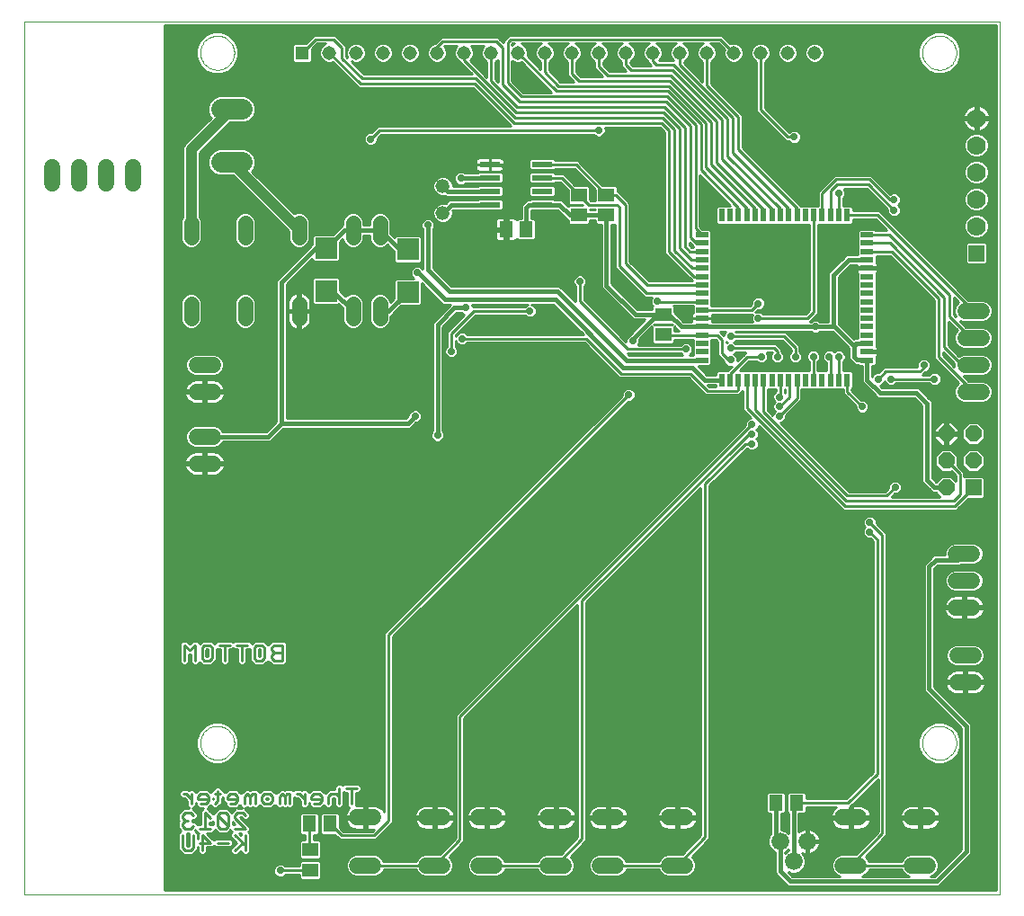
<source format=gbl>
G75*
G70*
%OFA0B0*%
%FSLAX24Y24*%
%IPPOS*%
%LPD*%
%AMOC8*
5,1,8,0,0,1.08239X$1,22.5*
%
%ADD10C,0.0000*%
%ADD11C,0.0110*%
%ADD12R,0.0515X0.0515*%
%ADD13C,0.0515*%
%ADD14R,0.0591X0.0512*%
%ADD15C,0.0600*%
%ADD16R,0.0470X0.0220*%
%ADD17R,0.0220X0.0470*%
%ADD18OC8,0.0600*%
%ADD19R,0.0600X0.0600*%
%ADD20C,0.0660*%
%ADD21R,0.0594X0.0594*%
%ADD22C,0.0700*%
%ADD23R,0.0512X0.0591*%
%ADD24C,0.0560*%
%ADD25C,0.0780*%
%ADD26R,0.0780X0.0210*%
%ADD27C,0.0520*%
%ADD28R,0.0787X0.0787*%
%ADD29C,0.0100*%
%ADD30C,0.0277*%
%ADD31C,0.0160*%
%ADD32C,0.0400*%
D10*
X000222Y000150D02*
X000222Y032512D01*
X036396Y032512D01*
X036396Y000150D01*
X000222Y000150D01*
X006742Y005760D02*
X006744Y005810D01*
X006750Y005860D01*
X006760Y005909D01*
X006774Y005957D01*
X006791Y006004D01*
X006812Y006049D01*
X006837Y006093D01*
X006865Y006134D01*
X006897Y006173D01*
X006931Y006210D01*
X006968Y006244D01*
X007008Y006274D01*
X007050Y006301D01*
X007094Y006325D01*
X007140Y006346D01*
X007187Y006362D01*
X007235Y006375D01*
X007285Y006384D01*
X007334Y006389D01*
X007385Y006390D01*
X007435Y006387D01*
X007484Y006380D01*
X007533Y006369D01*
X007581Y006354D01*
X007627Y006336D01*
X007672Y006314D01*
X007715Y006288D01*
X007756Y006259D01*
X007795Y006227D01*
X007831Y006192D01*
X007863Y006154D01*
X007893Y006114D01*
X007920Y006071D01*
X007943Y006027D01*
X007962Y005981D01*
X007978Y005933D01*
X007990Y005884D01*
X007998Y005835D01*
X008002Y005785D01*
X008002Y005735D01*
X007998Y005685D01*
X007990Y005636D01*
X007978Y005587D01*
X007962Y005539D01*
X007943Y005493D01*
X007920Y005449D01*
X007893Y005406D01*
X007863Y005366D01*
X007831Y005328D01*
X007795Y005293D01*
X007756Y005261D01*
X007715Y005232D01*
X007672Y005206D01*
X007627Y005184D01*
X007581Y005166D01*
X007533Y005151D01*
X007484Y005140D01*
X007435Y005133D01*
X007385Y005130D01*
X007334Y005131D01*
X007285Y005136D01*
X007235Y005145D01*
X007187Y005158D01*
X007140Y005174D01*
X007094Y005195D01*
X007050Y005219D01*
X007008Y005246D01*
X006968Y005276D01*
X006931Y005310D01*
X006897Y005347D01*
X006865Y005386D01*
X006837Y005427D01*
X006812Y005471D01*
X006791Y005516D01*
X006774Y005563D01*
X006760Y005611D01*
X006750Y005660D01*
X006744Y005710D01*
X006742Y005760D01*
X033514Y005760D02*
X033516Y005810D01*
X033522Y005860D01*
X033532Y005909D01*
X033546Y005957D01*
X033563Y006004D01*
X033584Y006049D01*
X033609Y006093D01*
X033637Y006134D01*
X033669Y006173D01*
X033703Y006210D01*
X033740Y006244D01*
X033780Y006274D01*
X033822Y006301D01*
X033866Y006325D01*
X033912Y006346D01*
X033959Y006362D01*
X034007Y006375D01*
X034057Y006384D01*
X034106Y006389D01*
X034157Y006390D01*
X034207Y006387D01*
X034256Y006380D01*
X034305Y006369D01*
X034353Y006354D01*
X034399Y006336D01*
X034444Y006314D01*
X034487Y006288D01*
X034528Y006259D01*
X034567Y006227D01*
X034603Y006192D01*
X034635Y006154D01*
X034665Y006114D01*
X034692Y006071D01*
X034715Y006027D01*
X034734Y005981D01*
X034750Y005933D01*
X034762Y005884D01*
X034770Y005835D01*
X034774Y005785D01*
X034774Y005735D01*
X034770Y005685D01*
X034762Y005636D01*
X034750Y005587D01*
X034734Y005539D01*
X034715Y005493D01*
X034692Y005449D01*
X034665Y005406D01*
X034635Y005366D01*
X034603Y005328D01*
X034567Y005293D01*
X034528Y005261D01*
X034487Y005232D01*
X034444Y005206D01*
X034399Y005184D01*
X034353Y005166D01*
X034305Y005151D01*
X034256Y005140D01*
X034207Y005133D01*
X034157Y005130D01*
X034106Y005131D01*
X034057Y005136D01*
X034007Y005145D01*
X033959Y005158D01*
X033912Y005174D01*
X033866Y005195D01*
X033822Y005219D01*
X033780Y005246D01*
X033740Y005276D01*
X033703Y005310D01*
X033669Y005347D01*
X033637Y005386D01*
X033609Y005427D01*
X033584Y005471D01*
X033563Y005516D01*
X033546Y005563D01*
X033532Y005611D01*
X033522Y005660D01*
X033516Y005710D01*
X033514Y005760D01*
X033514Y031351D02*
X033516Y031401D01*
X033522Y031451D01*
X033532Y031500D01*
X033546Y031548D01*
X033563Y031595D01*
X033584Y031640D01*
X033609Y031684D01*
X033637Y031725D01*
X033669Y031764D01*
X033703Y031801D01*
X033740Y031835D01*
X033780Y031865D01*
X033822Y031892D01*
X033866Y031916D01*
X033912Y031937D01*
X033959Y031953D01*
X034007Y031966D01*
X034057Y031975D01*
X034106Y031980D01*
X034157Y031981D01*
X034207Y031978D01*
X034256Y031971D01*
X034305Y031960D01*
X034353Y031945D01*
X034399Y031927D01*
X034444Y031905D01*
X034487Y031879D01*
X034528Y031850D01*
X034567Y031818D01*
X034603Y031783D01*
X034635Y031745D01*
X034665Y031705D01*
X034692Y031662D01*
X034715Y031618D01*
X034734Y031572D01*
X034750Y031524D01*
X034762Y031475D01*
X034770Y031426D01*
X034774Y031376D01*
X034774Y031326D01*
X034770Y031276D01*
X034762Y031227D01*
X034750Y031178D01*
X034734Y031130D01*
X034715Y031084D01*
X034692Y031040D01*
X034665Y030997D01*
X034635Y030957D01*
X034603Y030919D01*
X034567Y030884D01*
X034528Y030852D01*
X034487Y030823D01*
X034444Y030797D01*
X034399Y030775D01*
X034353Y030757D01*
X034305Y030742D01*
X034256Y030731D01*
X034207Y030724D01*
X034157Y030721D01*
X034106Y030722D01*
X034057Y030727D01*
X034007Y030736D01*
X033959Y030749D01*
X033912Y030765D01*
X033866Y030786D01*
X033822Y030810D01*
X033780Y030837D01*
X033740Y030867D01*
X033703Y030901D01*
X033669Y030938D01*
X033637Y030977D01*
X033609Y031018D01*
X033584Y031062D01*
X033563Y031107D01*
X033546Y031154D01*
X033532Y031202D01*
X033522Y031251D01*
X033516Y031301D01*
X033514Y031351D01*
X006742Y031351D02*
X006744Y031401D01*
X006750Y031451D01*
X006760Y031500D01*
X006774Y031548D01*
X006791Y031595D01*
X006812Y031640D01*
X006837Y031684D01*
X006865Y031725D01*
X006897Y031764D01*
X006931Y031801D01*
X006968Y031835D01*
X007008Y031865D01*
X007050Y031892D01*
X007094Y031916D01*
X007140Y031937D01*
X007187Y031953D01*
X007235Y031966D01*
X007285Y031975D01*
X007334Y031980D01*
X007385Y031981D01*
X007435Y031978D01*
X007484Y031971D01*
X007533Y031960D01*
X007581Y031945D01*
X007627Y031927D01*
X007672Y031905D01*
X007715Y031879D01*
X007756Y031850D01*
X007795Y031818D01*
X007831Y031783D01*
X007863Y031745D01*
X007893Y031705D01*
X007920Y031662D01*
X007943Y031618D01*
X007962Y031572D01*
X007978Y031524D01*
X007990Y031475D01*
X007998Y031426D01*
X008002Y031376D01*
X008002Y031326D01*
X007998Y031276D01*
X007990Y031227D01*
X007978Y031178D01*
X007962Y031130D01*
X007943Y031084D01*
X007920Y031040D01*
X007893Y030997D01*
X007863Y030957D01*
X007831Y030919D01*
X007795Y030884D01*
X007756Y030852D01*
X007715Y030823D01*
X007672Y030797D01*
X007627Y030775D01*
X007581Y030757D01*
X007533Y030742D01*
X007484Y030731D01*
X007435Y030724D01*
X007385Y030721D01*
X007334Y030722D01*
X007285Y030727D01*
X007235Y030736D01*
X007187Y030749D01*
X007140Y030765D01*
X007094Y030786D01*
X007050Y030810D01*
X007008Y030837D01*
X006968Y030867D01*
X006931Y030901D01*
X006897Y030938D01*
X006865Y030977D01*
X006837Y031018D01*
X006812Y031062D01*
X006791Y031107D01*
X006774Y031154D01*
X006760Y031202D01*
X006750Y031251D01*
X006744Y031301D01*
X006742Y031351D01*
D11*
X006900Y009390D02*
X006802Y009292D01*
X006802Y008898D01*
X006900Y008799D01*
X007097Y008799D01*
X007196Y008898D01*
X007196Y009292D01*
X007097Y009390D01*
X006900Y009390D01*
X006551Y009390D02*
X006551Y008799D01*
X006157Y008799D02*
X006157Y009390D01*
X006354Y009193D01*
X006551Y009390D01*
X007446Y009390D02*
X007840Y009390D01*
X007643Y009390D02*
X007643Y008799D01*
X008091Y009390D02*
X008485Y009390D01*
X008288Y009390D02*
X008288Y008799D01*
X008736Y008898D02*
X008736Y009292D01*
X008834Y009390D01*
X009031Y009390D01*
X009129Y009292D01*
X009129Y008898D01*
X009031Y008799D01*
X008834Y008799D01*
X008736Y008898D01*
X009380Y008898D02*
X009478Y008799D01*
X009774Y008799D01*
X009774Y009390D01*
X009478Y009390D01*
X009380Y009292D01*
X009380Y009193D01*
X009478Y009095D01*
X009774Y009095D01*
X009478Y009095D02*
X009380Y008996D01*
X009380Y008898D01*
X011892Y004084D02*
X011892Y003493D01*
X011892Y003788D02*
X011793Y003887D01*
X011597Y003887D01*
X011498Y003788D01*
X011498Y003493D01*
X011247Y003592D02*
X011247Y003788D01*
X011149Y003887D01*
X010952Y003887D01*
X010854Y003788D01*
X010854Y003690D01*
X011247Y003690D01*
X011247Y003592D02*
X011149Y003493D01*
X010952Y003493D01*
X010603Y003493D02*
X010603Y003887D01*
X010603Y003690D02*
X010406Y003887D01*
X010308Y003887D01*
X010066Y003887D02*
X010066Y003493D01*
X009869Y003493D02*
X009869Y003788D01*
X009770Y003887D01*
X009672Y003788D01*
X009672Y003493D01*
X009421Y003592D02*
X009421Y003788D01*
X009323Y003887D01*
X009126Y003887D01*
X009027Y003788D01*
X009027Y003592D01*
X009126Y003493D01*
X009323Y003493D01*
X009421Y003592D01*
X009869Y003788D02*
X009967Y003887D01*
X010066Y003887D01*
X008777Y003887D02*
X008777Y003493D01*
X008580Y003493D02*
X008580Y003788D01*
X008481Y003887D01*
X008383Y003788D01*
X008383Y003493D01*
X008132Y003592D02*
X008132Y003788D01*
X008034Y003887D01*
X007837Y003887D01*
X007738Y003788D01*
X007738Y003690D01*
X008132Y003690D01*
X008132Y003592D02*
X008034Y003493D01*
X007837Y003493D01*
X007672Y003178D02*
X007475Y003178D01*
X007377Y003080D01*
X007770Y002686D01*
X007672Y002588D01*
X007475Y002588D01*
X007377Y002686D01*
X007377Y003080D01*
X007126Y002981D02*
X006929Y003178D01*
X006929Y002588D01*
X007126Y002588D02*
X006732Y002588D01*
X006831Y002351D02*
X007126Y002056D01*
X006732Y002056D01*
X006831Y001761D02*
X006831Y002351D01*
X006481Y002351D02*
X006481Y001859D01*
X006383Y001761D01*
X006186Y001761D01*
X006088Y001859D01*
X006088Y002351D01*
X006186Y002588D02*
X006088Y002686D01*
X006088Y002785D01*
X006186Y002883D01*
X006284Y002883D01*
X006186Y002883D02*
X006088Y002981D01*
X006088Y003080D01*
X006186Y003178D01*
X006383Y003178D01*
X006481Y003080D01*
X006413Y003493D02*
X006413Y003887D01*
X006216Y003887D02*
X006118Y003887D01*
X006216Y003887D02*
X006413Y003690D01*
X006664Y003690D02*
X006664Y003788D01*
X006763Y003887D01*
X006959Y003887D01*
X007058Y003788D01*
X007058Y003592D01*
X006959Y003493D01*
X006763Y003493D01*
X006664Y003690D02*
X007058Y003690D01*
X007291Y003493D02*
X007389Y003592D01*
X007389Y003985D01*
X007487Y003887D02*
X007291Y003887D01*
X007672Y003178D02*
X007770Y003080D01*
X007770Y002686D01*
X008021Y002588D02*
X008415Y002588D01*
X008021Y002981D01*
X008021Y003080D01*
X008120Y003178D01*
X008317Y003178D01*
X008415Y003080D01*
X008580Y003788D02*
X008678Y003887D01*
X008777Y003887D01*
X008415Y002351D02*
X008415Y001761D01*
X008415Y001958D02*
X008021Y002351D01*
X007770Y002056D02*
X007377Y002056D01*
X008021Y001761D02*
X008317Y002056D01*
X006481Y002686D02*
X006383Y002588D01*
X006186Y002588D01*
X012143Y004084D02*
X012536Y004084D01*
X012340Y004084D02*
X012340Y003493D01*
D12*
X010522Y031351D03*
D13*
X011522Y031351D03*
X012522Y031351D03*
X013522Y031351D03*
X014522Y031351D03*
X015522Y031351D03*
X016522Y031351D03*
X017522Y031351D03*
X018522Y031351D03*
X019522Y031351D03*
X020522Y031351D03*
X021522Y031351D03*
X022522Y031351D03*
X023522Y031351D03*
X024522Y031351D03*
X025522Y031351D03*
X026522Y031351D03*
X027522Y031351D03*
X028522Y031351D03*
X029522Y031351D03*
D14*
X021797Y026087D03*
X021797Y025339D03*
X020774Y025339D03*
X020774Y026087D03*
X023904Y021650D03*
X023904Y020902D03*
X010813Y001796D03*
X010813Y001048D03*
D15*
X012560Y001221D02*
X013160Y001221D01*
X013160Y003001D02*
X012560Y003001D01*
X015120Y003001D02*
X015720Y003001D01*
X017060Y003001D02*
X017660Y003001D01*
X017660Y001221D02*
X017060Y001221D01*
X015720Y001221D02*
X015120Y001221D01*
X019620Y001221D02*
X020220Y001221D01*
X021560Y001221D02*
X022160Y001221D01*
X022160Y003001D02*
X021560Y003001D01*
X020220Y003001D02*
X019620Y003001D01*
X024120Y003001D02*
X024720Y003001D01*
X024720Y001221D02*
X024120Y001221D01*
X030560Y001221D02*
X031160Y001221D01*
X031160Y003001D02*
X030560Y003001D01*
X033120Y003001D02*
X033720Y003001D01*
X033720Y001221D02*
X033120Y001221D01*
X034804Y008008D02*
X035404Y008008D01*
X035404Y009008D02*
X034804Y009008D01*
X034765Y010776D02*
X035365Y010776D01*
X035365Y011776D02*
X034765Y011776D01*
X034765Y012776D02*
X035365Y012776D01*
X035104Y018776D02*
X035704Y018776D01*
X035704Y019776D02*
X035104Y019776D01*
X035104Y020776D02*
X035704Y020776D01*
X035704Y021776D02*
X035104Y021776D01*
X007204Y019776D02*
X006604Y019776D01*
X006604Y018776D02*
X007204Y018776D01*
X007204Y017119D02*
X006604Y017119D01*
X006604Y016119D02*
X007204Y016119D01*
X004250Y026511D02*
X004250Y027111D01*
X003250Y027111D02*
X003250Y026511D01*
X002250Y026511D02*
X002250Y027111D01*
X001250Y027111D02*
X001250Y026511D01*
D16*
X025349Y024601D03*
X025349Y024291D03*
X025349Y023981D03*
X025349Y023671D03*
X025349Y023361D03*
X025349Y023051D03*
X025349Y022741D03*
X025349Y022431D03*
X025349Y022121D03*
X025349Y021811D03*
X025349Y021501D03*
X025349Y021191D03*
X025349Y020881D03*
X025349Y020571D03*
X025349Y020261D03*
X025349Y019951D03*
X031459Y019951D03*
X031459Y020261D03*
X031459Y020571D03*
X031459Y020881D03*
X031459Y021191D03*
X031459Y021501D03*
X031459Y021811D03*
X031459Y022121D03*
X031459Y022431D03*
X031459Y022741D03*
X031459Y023051D03*
X031459Y023361D03*
X031459Y023671D03*
X031459Y023981D03*
X031459Y024291D03*
X031459Y024601D03*
D17*
X030729Y025331D03*
X030419Y025331D03*
X030109Y025331D03*
X029799Y025331D03*
X029489Y025331D03*
X029179Y025331D03*
X028869Y025331D03*
X028559Y025331D03*
X028249Y025331D03*
X027939Y025331D03*
X027629Y025331D03*
X027319Y025331D03*
X027009Y025331D03*
X026699Y025331D03*
X026389Y025331D03*
X026079Y025331D03*
X026079Y019221D03*
X026389Y019221D03*
X026699Y019221D03*
X027009Y019221D03*
X027319Y019221D03*
X027629Y019221D03*
X027939Y019221D03*
X028249Y019221D03*
X028559Y019221D03*
X028869Y019221D03*
X029179Y019221D03*
X029489Y019221D03*
X029799Y019221D03*
X030109Y019221D03*
X030419Y019221D03*
X030729Y019221D03*
D18*
X034404Y017229D03*
X035404Y017229D03*
X035404Y016229D03*
X034404Y016229D03*
X034404Y015229D03*
D19*
X035404Y015229D03*
D20*
X029238Y002111D03*
X028738Y001361D03*
X028238Y002111D03*
D21*
X035522Y023922D03*
D22*
X035522Y024922D03*
X035522Y025922D03*
X035522Y026922D03*
X035522Y027922D03*
X035522Y028922D03*
D23*
X018825Y024807D03*
X018077Y024807D03*
X028089Y003536D03*
X028837Y003536D03*
X011541Y002760D03*
X010793Y002760D03*
D24*
X010404Y021496D02*
X010404Y022056D01*
X012404Y022056D02*
X012404Y021496D01*
X013404Y021496D02*
X013404Y022056D01*
X013404Y024496D02*
X013404Y025056D01*
X012404Y025056D02*
X012404Y024496D01*
X010404Y024496D02*
X010404Y025056D01*
X008404Y025056D02*
X008404Y024496D01*
X006404Y024496D02*
X006404Y025056D01*
X006404Y022056D02*
X006404Y021496D01*
X008404Y021496D02*
X008404Y022056D01*
D25*
X008294Y027296D02*
X007514Y027296D01*
X007514Y029266D02*
X008294Y029266D01*
D26*
X017481Y027211D03*
X017481Y026711D03*
X017481Y026211D03*
X017481Y025711D03*
X019421Y025711D03*
X019421Y026211D03*
X019421Y026711D03*
X019421Y027211D03*
D27*
X015734Y026410D03*
X015734Y025410D03*
D28*
X014435Y024059D03*
X014435Y022485D03*
X011404Y022524D03*
X011404Y024099D03*
D29*
X011907Y024143D02*
X012236Y024143D01*
X012183Y024165D02*
X012326Y024106D01*
X012481Y024106D01*
X012624Y024165D01*
X012734Y024275D01*
X012794Y024418D01*
X012794Y024586D01*
X013014Y024586D01*
X013014Y024418D01*
X013073Y024275D01*
X013183Y024165D01*
X013326Y024106D01*
X013481Y024106D01*
X013624Y024165D01*
X013685Y024226D01*
X013930Y023981D01*
X013931Y023979D01*
X013931Y023620D01*
X013996Y023556D01*
X014874Y023556D01*
X014939Y023620D01*
X014939Y024499D01*
X014874Y024563D01*
X013996Y024563D01*
X013940Y024508D01*
X013794Y024655D01*
X013794Y025134D01*
X013734Y025277D01*
X013624Y025387D01*
X013481Y025446D01*
X013326Y025446D01*
X013183Y025387D01*
X013073Y025277D01*
X013014Y025134D01*
X013014Y024966D01*
X012794Y024966D01*
X012794Y025134D01*
X012734Y025277D01*
X012624Y025387D01*
X012481Y025446D01*
X012326Y025446D01*
X012183Y025387D01*
X012073Y025277D01*
X012014Y025134D01*
X012014Y024966D01*
X012002Y024966D01*
X011891Y024855D01*
X011639Y024603D01*
X010964Y024603D01*
X010900Y024538D01*
X010900Y024258D01*
X010820Y024178D01*
X009671Y023029D01*
X009560Y022918D01*
X009560Y017681D01*
X009187Y017309D01*
X007569Y017309D01*
X007551Y017351D01*
X007436Y017466D01*
X007285Y017529D01*
X006522Y017529D01*
X006371Y017466D01*
X006256Y017351D01*
X006194Y017200D01*
X006194Y017037D01*
X006256Y016886D01*
X006371Y016771D01*
X006522Y016709D01*
X007285Y016709D01*
X007436Y016771D01*
X007551Y016886D01*
X007569Y016929D01*
X009344Y016929D01*
X009829Y017413D01*
X014514Y017413D01*
X014731Y017630D01*
X014760Y017630D01*
X014852Y017667D01*
X014922Y017737D01*
X014959Y017829D01*
X014959Y017928D01*
X014922Y018019D01*
X014852Y018089D01*
X014760Y018127D01*
X014661Y018127D01*
X014570Y018089D01*
X014500Y018019D01*
X014462Y017928D01*
X014462Y017898D01*
X014356Y017793D01*
X009940Y017793D01*
X009940Y022760D01*
X010900Y023720D01*
X010900Y023660D01*
X010964Y023595D01*
X011843Y023595D01*
X011907Y023660D01*
X011907Y024334D01*
X012014Y024440D01*
X012014Y024418D01*
X012073Y024275D01*
X012183Y024165D01*
X012106Y024242D02*
X011907Y024242D01*
X011914Y024340D02*
X012046Y024340D01*
X012012Y024439D02*
X012014Y024439D01*
X011770Y024734D02*
X010794Y024734D01*
X010794Y024636D02*
X011672Y024636D01*
X011869Y024833D02*
X010794Y024833D01*
X010794Y024931D02*
X011967Y024931D01*
X012014Y025030D02*
X010794Y025030D01*
X010794Y025128D02*
X012014Y025128D01*
X012052Y025227D02*
X010755Y025227D01*
X010734Y025277D02*
X010624Y025387D01*
X010481Y025446D01*
X010326Y025446D01*
X010217Y025401D01*
X008661Y026957D01*
X008717Y027013D01*
X008794Y027197D01*
X016941Y027197D01*
X016941Y027209D02*
X016941Y027086D01*
X016951Y027048D01*
X016971Y027014D01*
X016999Y026986D01*
X017033Y026966D01*
X017071Y026956D01*
X017478Y026956D01*
X017478Y027209D01*
X016941Y027209D01*
X016941Y027214D02*
X017478Y027214D01*
X017478Y027466D01*
X017071Y027466D01*
X017033Y027456D01*
X016999Y027436D01*
X016971Y027408D01*
X016951Y027374D01*
X016941Y027336D01*
X016941Y027214D01*
X016941Y027295D02*
X008794Y027295D01*
X008794Y027197D02*
X008794Y027395D01*
X008717Y027579D01*
X008577Y027720D01*
X008393Y027796D01*
X007414Y027796D01*
X007230Y027720D01*
X007090Y027579D01*
X007014Y027395D01*
X007014Y027197D01*
X006714Y027197D01*
X006714Y027295D02*
X007014Y027295D01*
X007014Y027197D02*
X007090Y027013D01*
X007230Y026872D01*
X007414Y026796D01*
X007945Y026796D01*
X010014Y024728D01*
X010014Y024418D01*
X010073Y024275D01*
X010183Y024165D01*
X010326Y024106D01*
X010481Y024106D01*
X010624Y024165D01*
X010734Y024275D01*
X010794Y024418D01*
X010794Y025134D01*
X010734Y025277D01*
X010686Y025325D02*
X012121Y025325D01*
X012273Y025424D02*
X010534Y025424D01*
X010273Y025424D02*
X010194Y025424D01*
X010095Y025522D02*
X015380Y025522D01*
X015364Y025483D02*
X015364Y025336D01*
X015421Y025200D01*
X015525Y025096D01*
X015661Y025040D01*
X015808Y025040D01*
X015944Y025096D01*
X016048Y025200D01*
X016104Y025336D01*
X016104Y025483D01*
X016096Y025503D01*
X016114Y025521D01*
X017020Y025521D01*
X017045Y025496D01*
X017916Y025496D01*
X017981Y025560D01*
X017981Y025862D01*
X017916Y025926D01*
X017045Y025926D01*
X017020Y025901D01*
X015957Y025901D01*
X015845Y025790D01*
X015845Y025790D01*
X015827Y025772D01*
X015808Y025780D01*
X015661Y025780D01*
X015525Y025724D01*
X015421Y025619D01*
X015364Y025483D01*
X015364Y025424D02*
X013534Y025424D01*
X013686Y025325D02*
X015369Y025325D01*
X015410Y025227D02*
X013755Y025227D01*
X013794Y025128D02*
X014995Y025128D01*
X014972Y025106D02*
X014934Y025014D01*
X014934Y024915D01*
X014972Y024824D01*
X014993Y024803D01*
X014993Y023341D01*
X014930Y023404D01*
X014839Y023442D01*
X014740Y023442D01*
X014648Y023404D01*
X014578Y023334D01*
X014541Y023243D01*
X014541Y023144D01*
X014578Y023052D01*
X014643Y022988D01*
X013996Y022988D01*
X013931Y022924D01*
X013931Y022250D01*
X013794Y022112D01*
X013794Y022134D01*
X013734Y022277D01*
X013624Y022387D01*
X013481Y022446D01*
X013326Y022446D01*
X013183Y022387D01*
X013073Y022277D01*
X013014Y022134D01*
X013014Y021418D01*
X013073Y021275D01*
X013183Y021165D01*
X013326Y021106D01*
X013481Y021106D01*
X013624Y021165D01*
X013734Y021275D01*
X013794Y021418D01*
X013794Y021586D01*
X013805Y021586D01*
X013916Y021697D01*
X014200Y021981D01*
X014874Y021981D01*
X014939Y022045D01*
X014939Y022815D01*
X015734Y022019D01*
X016024Y022019D01*
X015977Y021973D01*
X015347Y021343D01*
X015347Y017331D01*
X015327Y017311D01*
X015289Y017219D01*
X015289Y017120D01*
X015327Y017029D01*
X015397Y016959D01*
X015488Y016921D01*
X015587Y016921D01*
X015678Y016959D01*
X015748Y017029D01*
X015786Y017120D01*
X015786Y017219D01*
X015748Y017311D01*
X015727Y017331D01*
X015727Y021185D01*
X016246Y021704D01*
X016439Y021704D01*
X016459Y021683D01*
X016528Y021655D01*
X015983Y021109D01*
X015983Y021109D01*
X015889Y021015D01*
X015889Y020472D01*
X015838Y020421D01*
X015800Y020329D01*
X015800Y020230D01*
X015838Y020139D01*
X015908Y020069D01*
X016000Y020031D01*
X016099Y020031D01*
X016190Y020069D01*
X016260Y020139D01*
X016298Y020230D01*
X016298Y020329D01*
X016260Y020421D01*
X016209Y020472D01*
X016209Y020667D01*
X016232Y020611D01*
X016302Y020541D01*
X016393Y020504D01*
X016492Y020504D01*
X016584Y020541D01*
X016635Y020592D01*
X020983Y020592D01*
X022188Y019387D01*
X022282Y019293D01*
X024841Y019293D01*
X025377Y018757D01*
X025471Y018663D01*
X026706Y018663D01*
X026849Y018806D01*
X026849Y018113D01*
X027149Y017812D01*
X027141Y017812D01*
X027050Y017774D01*
X026980Y017704D01*
X026942Y017613D01*
X026942Y017541D01*
X016204Y006803D01*
X016204Y002231D01*
X015603Y001631D01*
X015038Y001631D01*
X014888Y001568D01*
X014772Y001453D01*
X014742Y001381D01*
X013537Y001381D01*
X013507Y001453D01*
X013392Y001568D01*
X013241Y001631D01*
X012478Y001631D01*
X012328Y001568D01*
X012212Y001453D01*
X012150Y001302D01*
X012150Y001139D01*
X012212Y000988D01*
X012328Y000873D01*
X012478Y000811D01*
X013241Y000811D01*
X013392Y000873D01*
X013507Y000988D01*
X013537Y001061D01*
X014742Y001061D01*
X014772Y000988D01*
X014888Y000873D01*
X015038Y000811D01*
X015801Y000811D01*
X015952Y000873D01*
X016067Y000988D01*
X016130Y001139D01*
X016130Y001302D01*
X016067Y001453D01*
X015973Y001547D01*
X016430Y002005D01*
X016524Y002099D01*
X016524Y006670D01*
X020732Y010878D01*
X020732Y002259D01*
X020103Y001631D01*
X019538Y001631D01*
X019388Y001568D01*
X019272Y001453D01*
X019242Y001381D01*
X018037Y001381D01*
X018007Y001453D01*
X017892Y001568D01*
X017741Y001631D01*
X016978Y001631D01*
X016828Y001568D01*
X016712Y001453D01*
X016650Y001302D01*
X016650Y001139D01*
X016712Y000988D01*
X016828Y000873D01*
X016978Y000811D01*
X017741Y000811D01*
X017892Y000873D01*
X018007Y000988D01*
X018037Y001061D01*
X019242Y001061D01*
X019272Y000988D01*
X019388Y000873D01*
X019538Y000811D01*
X020301Y000811D01*
X020452Y000873D01*
X020567Y000988D01*
X020630Y001139D01*
X020630Y001302D01*
X020567Y001453D01*
X020473Y001547D01*
X020958Y002033D01*
X021052Y002126D01*
X021052Y010962D01*
X025299Y015209D01*
X025299Y002326D01*
X024603Y001631D01*
X024038Y001631D01*
X023888Y001568D01*
X023772Y001453D01*
X023742Y001381D01*
X022537Y001381D01*
X022507Y001453D01*
X022392Y001568D01*
X022241Y001631D01*
X021478Y001631D01*
X021328Y001568D01*
X021212Y001453D01*
X021150Y001302D01*
X021150Y001139D01*
X021212Y000988D01*
X021328Y000873D01*
X021478Y000811D01*
X022241Y000811D01*
X022392Y000873D01*
X022507Y000988D01*
X022537Y001061D01*
X023742Y001061D01*
X023772Y000988D01*
X023888Y000873D01*
X024038Y000811D01*
X024801Y000811D01*
X024952Y000873D01*
X025067Y000988D01*
X025130Y001139D01*
X025130Y001302D01*
X025067Y001453D01*
X024973Y001547D01*
X025525Y002100D01*
X025619Y002193D01*
X025619Y015292D01*
X027010Y016684D01*
X027050Y016644D01*
X027141Y016606D01*
X027240Y016606D01*
X027332Y016644D01*
X027402Y016714D01*
X027440Y016805D01*
X027440Y016904D01*
X027402Y016996D01*
X027366Y017032D01*
X027402Y017068D01*
X027440Y017160D01*
X027440Y017259D01*
X027402Y017350D01*
X027366Y017386D01*
X027402Y017422D01*
X027440Y017514D01*
X027440Y017521D01*
X030589Y014372D01*
X034773Y014372D01*
X034867Y014466D01*
X035220Y014819D01*
X035749Y014819D01*
X035814Y014883D01*
X035814Y015574D01*
X036246Y015574D01*
X036246Y015672D02*
X035067Y015672D01*
X035067Y015639D02*
X035067Y015791D01*
X034807Y016052D01*
X034814Y016059D01*
X034814Y016399D01*
X034573Y016639D01*
X034234Y016639D01*
X033994Y016399D01*
X033994Y016059D01*
X034234Y015819D01*
X034573Y015819D01*
X034580Y015826D01*
X034747Y015659D01*
X034747Y015465D01*
X034573Y015639D01*
X034234Y015639D01*
X034033Y015438D01*
X033877Y015595D01*
X033877Y018429D01*
X033766Y018541D01*
X033372Y018934D01*
X032014Y018934D01*
X031936Y019012D01*
X032017Y019045D01*
X032087Y019115D01*
X032112Y019177D01*
X032138Y019115D01*
X032208Y019045D01*
X032299Y019008D01*
X032398Y019008D01*
X032489Y019045D01*
X032540Y019096D01*
X033771Y019096D01*
X033822Y019045D01*
X033913Y019008D01*
X034012Y019008D01*
X034103Y019045D01*
X034173Y019115D01*
X034211Y019207D01*
X034211Y019306D01*
X034173Y019397D01*
X034103Y019467D01*
X034012Y019505D01*
X033913Y019505D01*
X033822Y019467D01*
X033771Y019416D01*
X033522Y019416D01*
X033630Y019524D01*
X033710Y019557D01*
X033780Y019627D01*
X033818Y019719D01*
X033818Y019818D01*
X033780Y019909D01*
X033710Y019979D01*
X033618Y020017D01*
X033519Y020017D01*
X033428Y019979D01*
X033358Y019909D01*
X033320Y019818D01*
X033320Y019719D01*
X033331Y019692D01*
X032085Y019692D01*
X031992Y019598D01*
X031898Y019505D01*
X031827Y019505D01*
X031735Y019467D01*
X031665Y019397D01*
X031649Y019357D01*
X031649Y019731D01*
X031739Y019731D01*
X031804Y019795D01*
X031804Y020049D01*
X031814Y020059D01*
X031833Y020093D01*
X031844Y020131D01*
X031844Y020256D01*
X031464Y020256D01*
X031464Y020266D01*
X031844Y020266D01*
X031844Y020391D01*
X031833Y020429D01*
X031814Y020463D01*
X031804Y020473D01*
X031804Y023149D01*
X031814Y023159D01*
X031833Y023193D01*
X031844Y023231D01*
X031844Y023356D01*
X031464Y023356D01*
X031464Y023366D01*
X031844Y023366D01*
X031844Y023491D01*
X031833Y023529D01*
X031814Y023563D01*
X031804Y023573D01*
X031804Y023821D01*
X032321Y023821D01*
X033960Y022182D01*
X033960Y019993D01*
X034850Y019103D01*
X034756Y019008D01*
X034694Y018858D01*
X034694Y018694D01*
X034756Y018544D01*
X034871Y018428D01*
X035022Y018366D01*
X035785Y018366D01*
X035936Y018428D01*
X036051Y018544D01*
X036114Y018694D01*
X036114Y018858D01*
X036051Y019008D01*
X035936Y019124D01*
X035785Y019186D01*
X035220Y019186D01*
X035040Y019366D01*
X035785Y019366D01*
X035936Y019428D01*
X036051Y019544D01*
X036114Y019694D01*
X036114Y019858D01*
X036051Y020008D01*
X035936Y020124D01*
X035785Y020186D01*
X035022Y020186D01*
X034871Y020124D01*
X034864Y020116D01*
X034477Y020504D01*
X034477Y021390D01*
X034807Y021059D01*
X034756Y021008D01*
X034694Y020858D01*
X034694Y020694D01*
X034756Y020544D01*
X034871Y020428D01*
X035022Y020366D01*
X035785Y020366D01*
X035936Y020428D01*
X036051Y020544D01*
X036114Y020694D01*
X036114Y020858D01*
X036051Y021008D01*
X035936Y021124D01*
X035785Y021186D01*
X035133Y021186D01*
X034905Y021415D01*
X035022Y021366D01*
X035785Y021366D01*
X035936Y021428D01*
X036051Y021544D01*
X036114Y021694D01*
X036114Y021858D01*
X036051Y022008D01*
X035936Y022124D01*
X035785Y022186D01*
X035220Y022186D01*
X032009Y025397D01*
X031915Y025491D01*
X030949Y025491D01*
X030949Y025612D01*
X030884Y025676D01*
X030579Y025676D01*
X030579Y025955D01*
X030629Y026006D01*
X030667Y026097D01*
X030667Y026196D01*
X030629Y026288D01*
X030616Y026301D01*
X031455Y026301D01*
X032218Y025539D01*
X032218Y025467D01*
X032256Y025375D01*
X032326Y025305D01*
X032417Y025267D01*
X032516Y025267D01*
X032607Y025305D01*
X032677Y025375D01*
X032715Y025467D01*
X032715Y025566D01*
X032677Y025657D01*
X032621Y025713D01*
X032677Y025769D01*
X032715Y025860D01*
X032715Y025959D01*
X032677Y026051D01*
X032607Y026121D01*
X032516Y026159D01*
X032417Y026159D01*
X032326Y026121D01*
X032325Y026120D01*
X031627Y026818D01*
X030235Y026818D01*
X029639Y026222D01*
X029639Y025676D01*
X028990Y025676D01*
X028935Y025731D01*
X026839Y027827D01*
X026839Y029047D01*
X026745Y029141D01*
X025682Y030204D01*
X025682Y031019D01*
X025730Y031039D01*
X025833Y031143D01*
X025889Y031278D01*
X025889Y031424D01*
X025833Y031559D01*
X025730Y031662D01*
X025652Y031695D01*
X025951Y031695D01*
X026174Y031472D01*
X026154Y031424D01*
X026154Y031278D01*
X026210Y031143D01*
X026313Y031039D01*
X026449Y030983D01*
X026595Y030983D01*
X026730Y031039D01*
X026833Y031143D01*
X026889Y031278D01*
X026889Y031424D01*
X026833Y031559D01*
X026730Y031662D01*
X026595Y031718D01*
X026449Y031718D01*
X026400Y031698D01*
X026084Y032015D01*
X018188Y032015D01*
X018094Y031921D01*
X017976Y031803D01*
X017976Y031729D01*
X017863Y031842D01*
X017769Y031936D01*
X015668Y031936D01*
X015455Y031723D01*
X015450Y031718D01*
X015449Y031718D01*
X015313Y031662D01*
X015210Y031559D01*
X015154Y031424D01*
X015154Y031278D01*
X015210Y031143D01*
X015313Y031039D01*
X015449Y030983D01*
X015595Y030983D01*
X015730Y031039D01*
X015833Y031143D01*
X015889Y031278D01*
X015889Y031424D01*
X015833Y031559D01*
X015788Y031604D01*
X015801Y031616D01*
X016267Y031616D01*
X016210Y031559D01*
X016154Y031424D01*
X016154Y031278D01*
X016210Y031143D01*
X016313Y031039D01*
X016362Y031019D01*
X016362Y031001D01*
X016805Y030558D01*
X012808Y030558D01*
X012337Y031030D01*
X012449Y030983D01*
X012595Y030983D01*
X012730Y031039D01*
X012833Y031143D01*
X012889Y031278D01*
X012889Y031424D01*
X012833Y031559D01*
X012730Y031662D01*
X012595Y031718D01*
X012449Y031718D01*
X012313Y031662D01*
X012210Y031559D01*
X012154Y031424D01*
X012154Y031278D01*
X012200Y031166D01*
X012154Y031212D01*
X012154Y031606D01*
X011745Y032015D01*
X010959Y032015D01*
X010866Y031921D01*
X010663Y031718D01*
X010219Y031718D01*
X010154Y031654D01*
X010154Y031048D01*
X010219Y030983D01*
X010825Y030983D01*
X010889Y031048D01*
X010889Y031492D01*
X011092Y031695D01*
X011392Y031695D01*
X011313Y031662D01*
X011210Y031559D01*
X011154Y031424D01*
X011154Y031278D01*
X011210Y031143D01*
X011313Y031039D01*
X011449Y030983D01*
X011595Y030983D01*
X011643Y031003D01*
X012511Y030135D01*
X012605Y030041D01*
X016849Y030041D01*
X018212Y028678D01*
X018261Y028629D01*
X013306Y028629D01*
X013080Y028403D01*
X013008Y028403D01*
X012916Y028365D01*
X012846Y028295D01*
X012808Y028203D01*
X012808Y028104D01*
X012846Y028013D01*
X012916Y027943D01*
X013008Y027905D01*
X013107Y027905D01*
X013198Y027943D01*
X013268Y028013D01*
X013306Y028104D01*
X013306Y028176D01*
X013438Y028309D01*
X021330Y028309D01*
X021381Y028258D01*
X021472Y028220D01*
X021571Y028220D01*
X021663Y028258D01*
X021733Y028328D01*
X021770Y028419D01*
X021770Y028518D01*
X021743Y028584D01*
X023778Y028584D01*
X023960Y028403D01*
X023960Y023914D01*
X024054Y023821D01*
X024974Y022901D01*
X023379Y022901D01*
X022666Y023614D01*
X022666Y025779D01*
X022312Y026134D01*
X022218Y026227D01*
X022203Y026227D01*
X022203Y026388D01*
X022138Y026453D01*
X021658Y026453D01*
X020833Y027277D01*
X020740Y027371D01*
X019911Y027371D01*
X019856Y027426D01*
X018985Y027426D01*
X018921Y027362D01*
X018921Y027060D01*
X018985Y026996D01*
X019856Y026996D01*
X019911Y027051D01*
X020607Y027051D01*
X021392Y026266D01*
X021392Y025873D01*
X021214Y025873D01*
X021179Y025908D01*
X021179Y026388D01*
X021114Y026453D01*
X020634Y026453D01*
X020310Y026777D01*
X020216Y026871D01*
X019911Y026871D01*
X019856Y026926D01*
X018985Y026926D01*
X018921Y026862D01*
X018921Y026560D01*
X018985Y026496D01*
X019856Y026496D01*
X019911Y026551D01*
X020083Y026551D01*
X020368Y026266D01*
X020368Y025786D01*
X020433Y025721D01*
X020913Y025721D01*
X020929Y025705D01*
X020433Y025705D01*
X020387Y025659D01*
X020146Y025901D01*
X019881Y025901D01*
X019856Y025926D01*
X018985Y025926D01*
X018960Y025901D01*
X018843Y025901D01*
X018731Y025790D01*
X018635Y025693D01*
X018635Y025213D01*
X018523Y025213D01*
X018472Y025161D01*
X018453Y025195D01*
X018425Y025223D01*
X018391Y025243D01*
X018352Y025253D01*
X018127Y025253D01*
X018127Y024857D01*
X018027Y024857D01*
X018027Y024757D01*
X018127Y024757D01*
X018127Y024362D01*
X018352Y024362D01*
X018391Y024372D01*
X018425Y024392D01*
X018453Y024420D01*
X018472Y024454D01*
X018523Y024402D01*
X019126Y024402D01*
X019191Y024467D01*
X019191Y025148D01*
X019126Y025213D01*
X019015Y025213D01*
X019015Y025496D01*
X019856Y025496D01*
X019881Y025521D01*
X019988Y025521D01*
X020360Y025149D01*
X020368Y025149D01*
X020368Y025038D01*
X020433Y024973D01*
X021114Y024973D01*
X021179Y025038D01*
X021179Y025149D01*
X021392Y025149D01*
X021392Y025038D01*
X021456Y024973D01*
X021607Y024973D01*
X021607Y022642D01*
X021719Y022531D01*
X022789Y021460D01*
X023220Y021460D01*
X022703Y020942D01*
X022648Y020888D01*
X022641Y020884D01*
X022571Y020815D01*
X022533Y020723D01*
X022533Y020637D01*
X020973Y022197D01*
X020973Y022687D01*
X021024Y022737D01*
X021062Y022829D01*
X021062Y022928D01*
X021024Y023019D01*
X020954Y023089D01*
X020862Y023127D01*
X020764Y023127D01*
X020672Y023089D01*
X020602Y023019D01*
X020564Y022928D01*
X020564Y022829D01*
X020602Y022737D01*
X020653Y022687D01*
X020653Y022126D01*
X020065Y022714D01*
X016049Y022714D01*
X015373Y023390D01*
X015373Y024803D01*
X015394Y024824D01*
X015432Y024915D01*
X015432Y025014D01*
X015394Y025106D01*
X015324Y025176D01*
X015233Y025214D01*
X015134Y025214D01*
X015042Y025176D01*
X014972Y025106D01*
X014941Y025030D02*
X013794Y025030D01*
X013794Y024931D02*
X014934Y024931D01*
X014969Y024833D02*
X013794Y024833D01*
X013794Y024734D02*
X014993Y024734D01*
X014993Y024636D02*
X013812Y024636D01*
X013911Y024537D02*
X013970Y024537D01*
X013767Y024143D02*
X013572Y024143D01*
X013866Y024045D02*
X011907Y024045D01*
X011907Y023946D02*
X013931Y023946D01*
X013931Y023848D02*
X011907Y023848D01*
X011907Y023749D02*
X013931Y023749D01*
X013931Y023651D02*
X011899Y023651D01*
X011843Y023028D02*
X010964Y023028D01*
X010900Y022963D01*
X010900Y022085D01*
X010964Y022020D01*
X011843Y022020D01*
X011867Y022044D01*
X012014Y021897D01*
X012014Y021418D01*
X012073Y021275D01*
X012183Y021165D01*
X012326Y021106D01*
X012481Y021106D01*
X012624Y021165D01*
X012734Y021275D01*
X012794Y021418D01*
X012794Y022134D01*
X012734Y022277D01*
X012624Y022387D01*
X012481Y022446D01*
X012326Y022446D01*
X012183Y022387D01*
X012122Y022326D01*
X011907Y022541D01*
X011907Y022963D01*
X011843Y023028D01*
X011907Y022961D02*
X013969Y022961D01*
X013931Y022863D02*
X011907Y022863D01*
X011907Y022764D02*
X013931Y022764D01*
X013931Y022666D02*
X011907Y022666D01*
X011907Y022567D02*
X013931Y022567D01*
X013931Y022469D02*
X011979Y022469D01*
X012078Y022370D02*
X012166Y022370D01*
X011934Y021976D02*
X010834Y021976D01*
X010834Y021878D02*
X012014Y021878D01*
X012014Y021779D02*
X010444Y021779D01*
X010444Y021816D02*
X010834Y021816D01*
X010834Y022090D01*
X010823Y022157D01*
X010802Y022221D01*
X010771Y022281D01*
X010732Y022336D01*
X010684Y022384D01*
X010629Y022424D01*
X010569Y022454D01*
X010504Y022475D01*
X010444Y022485D01*
X010444Y021816D01*
X010444Y021736D01*
X010834Y021736D01*
X010834Y021462D01*
X010823Y021395D01*
X010802Y021331D01*
X010771Y021271D01*
X010732Y021216D01*
X010684Y021168D01*
X010629Y021128D01*
X010569Y021097D01*
X010504Y021077D01*
X010444Y021067D01*
X010444Y021736D01*
X010364Y021736D01*
X010364Y021067D01*
X010303Y021077D01*
X010238Y021097D01*
X010178Y021128D01*
X010123Y021168D01*
X010076Y021216D01*
X010036Y021271D01*
X010005Y021331D01*
X009984Y021395D01*
X009974Y021462D01*
X009974Y021736D01*
X010364Y021736D01*
X010364Y021816D01*
X010364Y022485D01*
X010303Y022475D01*
X010238Y022454D01*
X010178Y022424D01*
X010123Y022384D01*
X010076Y022336D01*
X010036Y022281D01*
X010005Y022221D01*
X009984Y022157D01*
X009974Y022090D01*
X009974Y021816D01*
X010364Y021816D01*
X010444Y021816D01*
X010444Y021878D02*
X010364Y021878D01*
X010364Y021976D02*
X010444Y021976D01*
X010444Y022075D02*
X010364Y022075D01*
X010364Y022173D02*
X010444Y022173D01*
X010444Y022272D02*
X010364Y022272D01*
X010364Y022370D02*
X010444Y022370D01*
X010444Y022469D02*
X010364Y022469D01*
X010283Y022469D02*
X009940Y022469D01*
X009940Y022567D02*
X010900Y022567D01*
X010900Y022469D02*
X010524Y022469D01*
X010697Y022370D02*
X010900Y022370D01*
X010900Y022272D02*
X010776Y022272D01*
X010818Y022173D02*
X010900Y022173D01*
X010910Y022075D02*
X010834Y022075D01*
X010834Y021681D02*
X012014Y021681D01*
X012014Y021582D02*
X010834Y021582D01*
X010834Y021484D02*
X012014Y021484D01*
X012027Y021385D02*
X010820Y021385D01*
X010780Y021287D02*
X012068Y021287D01*
X012160Y021188D02*
X010704Y021188D01*
X010545Y021090D02*
X015347Y021090D01*
X015347Y021188D02*
X013648Y021188D01*
X013739Y021287D02*
X015347Y021287D01*
X015390Y021385D02*
X013780Y021385D01*
X013794Y021484D02*
X015488Y021484D01*
X015587Y021582D02*
X013794Y021582D01*
X013900Y021681D02*
X015685Y021681D01*
X015784Y021779D02*
X013999Y021779D01*
X014097Y021878D02*
X015882Y021878D01*
X015981Y021976D02*
X014196Y021976D01*
X013855Y022173D02*
X013777Y022173D01*
X013736Y022272D02*
X013931Y022272D01*
X013931Y022370D02*
X013641Y022370D01*
X013166Y022370D02*
X012641Y022370D01*
X012736Y022272D02*
X013071Y022272D01*
X013030Y022173D02*
X012777Y022173D01*
X012794Y022075D02*
X013014Y022075D01*
X013014Y021976D02*
X012794Y021976D01*
X012794Y021878D02*
X013014Y021878D01*
X013014Y021779D02*
X012794Y021779D01*
X012794Y021681D02*
X013014Y021681D01*
X013014Y021582D02*
X012794Y021582D01*
X012794Y021484D02*
X013014Y021484D01*
X013027Y021385D02*
X012780Y021385D01*
X012739Y021287D02*
X013068Y021287D01*
X013160Y021188D02*
X012648Y021188D01*
X010444Y021188D02*
X010364Y021188D01*
X010364Y021090D02*
X010444Y021090D01*
X010262Y021090D02*
X009940Y021090D01*
X009940Y021188D02*
X010103Y021188D01*
X010027Y021287D02*
X009940Y021287D01*
X009940Y021385D02*
X009987Y021385D01*
X009974Y021484D02*
X009940Y021484D01*
X009940Y021582D02*
X009974Y021582D01*
X009974Y021681D02*
X009940Y021681D01*
X009940Y021779D02*
X010364Y021779D01*
X010364Y021681D02*
X010444Y021681D01*
X010444Y021582D02*
X010364Y021582D01*
X010364Y021484D02*
X010444Y021484D01*
X010444Y021385D02*
X010364Y021385D01*
X010364Y021287D02*
X010444Y021287D01*
X009940Y020991D02*
X015347Y020991D01*
X015347Y020893D02*
X009940Y020893D01*
X009940Y020794D02*
X015347Y020794D01*
X015347Y020696D02*
X009940Y020696D01*
X009940Y020597D02*
X015347Y020597D01*
X015347Y020499D02*
X009940Y020499D01*
X009940Y020400D02*
X015347Y020400D01*
X015347Y020302D02*
X009940Y020302D01*
X009940Y020203D02*
X015347Y020203D01*
X015347Y020105D02*
X009940Y020105D01*
X009940Y020006D02*
X015347Y020006D01*
X015347Y019908D02*
X009940Y019908D01*
X009940Y019809D02*
X015347Y019809D01*
X015347Y019711D02*
X009940Y019711D01*
X009940Y019612D02*
X015347Y019612D01*
X015347Y019514D02*
X009940Y019514D01*
X009940Y019415D02*
X015347Y019415D01*
X015347Y019317D02*
X009940Y019317D01*
X009940Y019218D02*
X015347Y019218D01*
X015347Y019120D02*
X009940Y019120D01*
X009940Y019021D02*
X015347Y019021D01*
X015347Y018923D02*
X009940Y018923D01*
X009940Y018824D02*
X015347Y018824D01*
X015347Y018726D02*
X009940Y018726D01*
X009940Y018627D02*
X015347Y018627D01*
X015347Y018529D02*
X009940Y018529D01*
X009940Y018430D02*
X015347Y018430D01*
X015347Y018332D02*
X009940Y018332D01*
X009940Y018233D02*
X015347Y018233D01*
X015347Y018135D02*
X009940Y018135D01*
X009940Y018036D02*
X014517Y018036D01*
X014466Y017938D02*
X009940Y017938D01*
X009940Y017839D02*
X014403Y017839D01*
X014645Y017544D02*
X015347Y017544D01*
X015347Y017642D02*
X014791Y017642D01*
X014923Y017741D02*
X015347Y017741D01*
X015347Y017839D02*
X014959Y017839D01*
X014955Y017938D02*
X015347Y017938D01*
X015347Y018036D02*
X014904Y018036D01*
X014546Y017445D02*
X015347Y017445D01*
X015347Y017347D02*
X009763Y017347D01*
X009664Y017248D02*
X015301Y017248D01*
X015289Y017150D02*
X009566Y017150D01*
X009467Y017051D02*
X015317Y017051D01*
X015411Y016953D02*
X009369Y016953D01*
X009225Y017347D02*
X007553Y017347D01*
X007456Y017445D02*
X009324Y017445D01*
X009422Y017544D02*
X005419Y017544D01*
X005419Y017642D02*
X009521Y017642D01*
X009560Y017741D02*
X005419Y017741D01*
X005419Y017839D02*
X009560Y017839D01*
X009560Y017938D02*
X005419Y017938D01*
X005419Y018036D02*
X009560Y018036D01*
X009560Y018135D02*
X005419Y018135D01*
X005419Y018233D02*
X009560Y018233D01*
X009560Y018332D02*
X007276Y018332D01*
X007309Y018337D02*
X007376Y018359D01*
X007439Y018391D01*
X007497Y018433D01*
X007547Y018483D01*
X007588Y018540D01*
X007621Y018603D01*
X007642Y018671D01*
X007651Y018726D01*
X006954Y018726D01*
X006954Y018826D01*
X007651Y018826D01*
X007642Y018881D01*
X007621Y018949D01*
X007588Y019012D01*
X007547Y019069D01*
X007497Y019119D01*
X007439Y019161D01*
X007376Y019193D01*
X007309Y019215D01*
X007239Y019226D01*
X006954Y019226D01*
X006954Y018826D01*
X006854Y018826D01*
X006854Y019226D01*
X006568Y019226D01*
X006498Y019215D01*
X006431Y019193D01*
X006368Y019161D01*
X006310Y019119D01*
X006260Y019069D01*
X006219Y019012D01*
X006187Y018949D01*
X006165Y018881D01*
X006156Y018826D01*
X006854Y018826D01*
X006854Y018726D01*
X006954Y018726D01*
X006954Y018326D01*
X007239Y018326D01*
X007309Y018337D01*
X007494Y018430D02*
X009560Y018430D01*
X009560Y018529D02*
X007580Y018529D01*
X007628Y018627D02*
X009560Y018627D01*
X009560Y018726D02*
X007651Y018726D01*
X007629Y018923D02*
X009560Y018923D01*
X009560Y019021D02*
X007581Y019021D01*
X007496Y019120D02*
X009560Y019120D01*
X009560Y019218D02*
X007287Y019218D01*
X007285Y019366D02*
X007436Y019428D01*
X007551Y019544D01*
X007614Y019694D01*
X007614Y019858D01*
X007551Y020008D01*
X007436Y020124D01*
X007285Y020186D01*
X006522Y020186D01*
X006371Y020124D01*
X006256Y020008D01*
X006194Y019858D01*
X006194Y019694D01*
X006256Y019544D01*
X006371Y019428D01*
X006522Y019366D01*
X007285Y019366D01*
X007404Y019415D02*
X009560Y019415D01*
X009560Y019317D02*
X005419Y019317D01*
X005419Y019415D02*
X006403Y019415D01*
X006286Y019514D02*
X005419Y019514D01*
X005419Y019612D02*
X006228Y019612D01*
X006194Y019711D02*
X005419Y019711D01*
X005419Y019809D02*
X006194Y019809D01*
X006214Y019908D02*
X005419Y019908D01*
X005419Y020006D02*
X006255Y020006D01*
X006353Y020105D02*
X005419Y020105D01*
X005419Y020203D02*
X009560Y020203D01*
X009560Y020105D02*
X007454Y020105D01*
X007552Y020006D02*
X009560Y020006D01*
X009560Y019908D02*
X007593Y019908D01*
X007614Y019809D02*
X009560Y019809D01*
X009560Y019711D02*
X007614Y019711D01*
X007580Y019612D02*
X009560Y019612D01*
X009560Y019514D02*
X007521Y019514D01*
X006954Y019218D02*
X006854Y019218D01*
X006854Y019120D02*
X006954Y019120D01*
X006954Y019021D02*
X006854Y019021D01*
X006854Y018923D02*
X006954Y018923D01*
X006954Y018824D02*
X009560Y018824D01*
X009560Y020302D02*
X005419Y020302D01*
X005419Y020400D02*
X009560Y020400D01*
X009560Y020499D02*
X005419Y020499D01*
X005419Y020597D02*
X009560Y020597D01*
X009560Y020696D02*
X005419Y020696D01*
X005419Y020794D02*
X009560Y020794D01*
X009560Y020893D02*
X005419Y020893D01*
X005419Y020991D02*
X009560Y020991D01*
X009560Y021090D02*
X005419Y021090D01*
X005419Y021188D02*
X006160Y021188D01*
X006183Y021165D02*
X006073Y021275D01*
X006014Y021418D01*
X006014Y022134D01*
X006073Y022277D01*
X006183Y022387D01*
X006326Y022446D01*
X006481Y022446D01*
X006624Y022387D01*
X006734Y022277D01*
X006794Y022134D01*
X006794Y021418D01*
X006734Y021275D01*
X006624Y021165D01*
X006481Y021106D01*
X006326Y021106D01*
X006183Y021165D01*
X006068Y021287D02*
X005419Y021287D01*
X005419Y021385D02*
X006027Y021385D01*
X006014Y021484D02*
X005419Y021484D01*
X005419Y021582D02*
X006014Y021582D01*
X006014Y021681D02*
X005419Y021681D01*
X005419Y021779D02*
X006014Y021779D01*
X006014Y021878D02*
X005419Y021878D01*
X005419Y021976D02*
X006014Y021976D01*
X006014Y022075D02*
X005419Y022075D01*
X005419Y022173D02*
X006030Y022173D01*
X006071Y022272D02*
X005419Y022272D01*
X005419Y022370D02*
X006166Y022370D01*
X005419Y022469D02*
X009560Y022469D01*
X009560Y022567D02*
X005419Y022567D01*
X005419Y022666D02*
X009560Y022666D01*
X009560Y022764D02*
X005419Y022764D01*
X005419Y022863D02*
X009560Y022863D01*
X009604Y022961D02*
X005419Y022961D01*
X005419Y023060D02*
X009702Y023060D01*
X009801Y023158D02*
X005419Y023158D01*
X005419Y023257D02*
X009899Y023257D01*
X009998Y023355D02*
X005419Y023355D01*
X005419Y023454D02*
X010096Y023454D01*
X010195Y023552D02*
X005419Y023552D01*
X005419Y023651D02*
X010293Y023651D01*
X010392Y023749D02*
X005419Y023749D01*
X005419Y023848D02*
X010490Y023848D01*
X010589Y023946D02*
X005419Y023946D01*
X005419Y024045D02*
X010687Y024045D01*
X010786Y024143D02*
X010572Y024143D01*
X010701Y024242D02*
X010884Y024242D01*
X010900Y024340D02*
X010761Y024340D01*
X010794Y024439D02*
X010900Y024439D01*
X010900Y024537D02*
X010794Y024537D01*
X010236Y024143D02*
X008572Y024143D01*
X008624Y024165D02*
X008734Y024275D01*
X008794Y024418D01*
X008794Y025134D01*
X008734Y025277D01*
X008624Y025387D01*
X008481Y025446D01*
X008326Y025446D01*
X008183Y025387D01*
X008073Y025277D01*
X008014Y025134D01*
X008014Y024418D01*
X008073Y024275D01*
X008183Y024165D01*
X008326Y024106D01*
X008481Y024106D01*
X008624Y024165D01*
X008701Y024242D02*
X010106Y024242D01*
X010046Y024340D02*
X008761Y024340D01*
X008794Y024439D02*
X010014Y024439D01*
X010014Y024537D02*
X008794Y024537D01*
X008794Y024636D02*
X010014Y024636D01*
X010007Y024734D02*
X008794Y024734D01*
X008794Y024833D02*
X009908Y024833D01*
X009810Y024931D02*
X008794Y024931D01*
X008794Y025030D02*
X009711Y025030D01*
X009613Y025128D02*
X008794Y025128D01*
X008755Y025227D02*
X009514Y025227D01*
X009416Y025325D02*
X008686Y025325D01*
X008534Y025424D02*
X009317Y025424D01*
X009219Y025522D02*
X006714Y025522D01*
X006714Y025424D02*
X008273Y025424D01*
X008121Y025325D02*
X006714Y025325D01*
X006714Y025298D02*
X006714Y027638D01*
X007842Y028766D01*
X008393Y028766D01*
X008577Y028842D01*
X008717Y028983D01*
X008794Y029167D01*
X017723Y029167D01*
X017625Y029265D02*
X008794Y029265D01*
X008794Y029167D02*
X008794Y029365D01*
X008717Y029549D01*
X008577Y029690D01*
X008393Y029766D01*
X007414Y029766D01*
X007230Y029690D01*
X007090Y029549D01*
X007014Y029365D01*
X007014Y029167D01*
X005419Y029167D01*
X005419Y029265D02*
X007014Y029265D01*
X007014Y029167D02*
X007090Y028983D01*
X007136Y028937D01*
X006228Y028029D01*
X006141Y027942D01*
X006094Y027828D01*
X006094Y025298D01*
X006073Y025277D01*
X006014Y025134D01*
X006014Y024418D01*
X006073Y024275D01*
X006183Y024165D01*
X006326Y024106D01*
X006481Y024106D01*
X006624Y024165D01*
X006734Y024275D01*
X006794Y024418D01*
X006794Y025134D01*
X006734Y025277D01*
X006714Y025298D01*
X006755Y025227D02*
X008052Y025227D01*
X008014Y025128D02*
X006794Y025128D01*
X006794Y025030D02*
X008014Y025030D01*
X008014Y024931D02*
X006794Y024931D01*
X006794Y024833D02*
X008014Y024833D01*
X008014Y024734D02*
X006794Y024734D01*
X006794Y024636D02*
X008014Y024636D01*
X008014Y024537D02*
X006794Y024537D01*
X006794Y024439D02*
X008014Y024439D01*
X008046Y024340D02*
X006761Y024340D01*
X006701Y024242D02*
X008106Y024242D01*
X008236Y024143D02*
X006572Y024143D01*
X006236Y024143D02*
X005419Y024143D01*
X005419Y024242D02*
X006106Y024242D01*
X006046Y024340D02*
X005419Y024340D01*
X005419Y024439D02*
X006014Y024439D01*
X006014Y024537D02*
X005419Y024537D01*
X005419Y024636D02*
X006014Y024636D01*
X006014Y024734D02*
X005419Y024734D01*
X005419Y024833D02*
X006014Y024833D01*
X006014Y024931D02*
X005419Y024931D01*
X005419Y025030D02*
X006014Y025030D01*
X006014Y025128D02*
X005419Y025128D01*
X005419Y025227D02*
X006052Y025227D01*
X006094Y025325D02*
X005419Y025325D01*
X005419Y025424D02*
X006094Y025424D01*
X006094Y025522D02*
X005419Y025522D01*
X005419Y025621D02*
X006094Y025621D01*
X006094Y025719D02*
X005419Y025719D01*
X005419Y025818D02*
X006094Y025818D01*
X006094Y025916D02*
X005419Y025916D01*
X005419Y026015D02*
X006094Y026015D01*
X006094Y026113D02*
X005419Y026113D01*
X005419Y026212D02*
X006094Y026212D01*
X006094Y026310D02*
X005419Y026310D01*
X005419Y026409D02*
X006094Y026409D01*
X006094Y026507D02*
X005419Y026507D01*
X005419Y026606D02*
X006094Y026606D01*
X006094Y026704D02*
X005419Y026704D01*
X005419Y026803D02*
X006094Y026803D01*
X006094Y026901D02*
X005419Y026901D01*
X005419Y027000D02*
X006094Y027000D01*
X006094Y027098D02*
X005419Y027098D01*
X005419Y027197D02*
X006094Y027197D01*
X006094Y027295D02*
X005419Y027295D01*
X005419Y027394D02*
X006094Y027394D01*
X006094Y027492D02*
X005419Y027492D01*
X005419Y027591D02*
X006094Y027591D01*
X006094Y027689D02*
X005419Y027689D01*
X005419Y027788D02*
X006094Y027788D01*
X006118Y027886D02*
X005419Y027886D01*
X005419Y027985D02*
X006184Y027985D01*
X006283Y028083D02*
X005419Y028083D01*
X005419Y028182D02*
X006381Y028182D01*
X006480Y028280D02*
X005419Y028280D01*
X005419Y028379D02*
X006578Y028379D01*
X006677Y028477D02*
X005419Y028477D01*
X005419Y028576D02*
X006775Y028576D01*
X006874Y028674D02*
X005419Y028674D01*
X005419Y028773D02*
X006972Y028773D01*
X007071Y028871D02*
X005419Y028871D01*
X005419Y028970D02*
X007102Y028970D01*
X007054Y029068D02*
X005419Y029068D01*
X005419Y029364D02*
X007014Y029364D01*
X007054Y029462D02*
X005419Y029462D01*
X005419Y029561D02*
X007101Y029561D01*
X007200Y029659D02*
X005419Y029659D01*
X005419Y029758D02*
X007395Y029758D01*
X007527Y030571D02*
X007217Y030571D01*
X006930Y030690D01*
X006711Y030909D01*
X006592Y031196D01*
X006592Y031506D01*
X006711Y031793D01*
X006930Y032012D01*
X007217Y032131D01*
X007527Y032131D01*
X007814Y032012D01*
X008033Y031793D01*
X008152Y031506D01*
X008152Y031196D01*
X008033Y030909D01*
X007814Y030690D01*
X007527Y030571D01*
X007705Y030644D02*
X012002Y030644D01*
X012100Y030546D02*
X005419Y030546D01*
X005419Y030644D02*
X007039Y030644D01*
X006877Y030743D02*
X005419Y030743D01*
X005419Y030841D02*
X006778Y030841D01*
X006698Y030940D02*
X005419Y030940D01*
X005419Y031038D02*
X006657Y031038D01*
X006616Y031137D02*
X005419Y031137D01*
X005419Y031235D02*
X006592Y031235D01*
X006592Y031334D02*
X005419Y031334D01*
X005419Y031432D02*
X006592Y031432D01*
X006602Y031531D02*
X005419Y031531D01*
X005419Y031629D02*
X006643Y031629D01*
X006684Y031728D02*
X005419Y031728D01*
X005419Y031826D02*
X006745Y031826D01*
X006843Y031925D02*
X005419Y031925D01*
X005419Y032023D02*
X006958Y032023D01*
X007196Y032122D02*
X005419Y032122D01*
X005419Y032220D02*
X036246Y032220D01*
X036246Y032122D02*
X034320Y032122D01*
X034299Y032131D02*
X033989Y032131D01*
X033702Y032012D01*
X033483Y031793D01*
X033364Y031506D01*
X033364Y031196D01*
X033483Y030909D01*
X033702Y030690D01*
X033989Y030571D01*
X034299Y030571D01*
X034585Y030690D01*
X034805Y030909D01*
X034924Y031196D01*
X034924Y031506D01*
X034805Y031793D01*
X034585Y032012D01*
X034299Y032131D01*
X034558Y032023D02*
X036246Y032023D01*
X036246Y031925D02*
X034673Y031925D01*
X034771Y031826D02*
X036246Y031826D01*
X036246Y031728D02*
X034832Y031728D01*
X034872Y031629D02*
X036246Y031629D01*
X036246Y031531D02*
X034913Y031531D01*
X034924Y031432D02*
X036246Y031432D01*
X036246Y031334D02*
X034924Y031334D01*
X034924Y031235D02*
X036246Y031235D01*
X036246Y031137D02*
X034899Y031137D01*
X034859Y031038D02*
X036246Y031038D01*
X036246Y030940D02*
X034818Y030940D01*
X034737Y030841D02*
X036246Y030841D01*
X036246Y030743D02*
X034639Y030743D01*
X034477Y030644D02*
X036246Y030644D01*
X036246Y030546D02*
X027682Y030546D01*
X027682Y030644D02*
X033811Y030644D01*
X033649Y030743D02*
X027682Y030743D01*
X027682Y030841D02*
X033550Y030841D01*
X033470Y030940D02*
X027682Y030940D01*
X027682Y031019D02*
X027730Y031039D01*
X027833Y031143D01*
X027889Y031278D01*
X027889Y031424D01*
X027833Y031559D01*
X027730Y031662D01*
X027595Y031718D01*
X027449Y031718D01*
X027313Y031662D01*
X027210Y031559D01*
X027154Y031424D01*
X027154Y031278D01*
X027210Y031143D01*
X027313Y031039D01*
X027362Y031019D01*
X027362Y029174D01*
X028463Y028073D01*
X028574Y028073D01*
X028625Y028022D01*
X028716Y027984D01*
X028815Y027984D01*
X028907Y028022D01*
X028977Y028092D01*
X029014Y028183D01*
X029014Y028282D01*
X028977Y028374D01*
X028907Y028444D01*
X028815Y028481D01*
X028716Y028481D01*
X028625Y028444D01*
X028585Y028404D01*
X027682Y029307D01*
X027682Y031019D01*
X027728Y031038D02*
X028315Y031038D01*
X028313Y031039D02*
X028449Y030983D01*
X028595Y030983D01*
X028730Y031039D01*
X028833Y031143D01*
X028889Y031278D01*
X028889Y031424D01*
X028833Y031559D01*
X028730Y031662D01*
X028595Y031718D01*
X028449Y031718D01*
X028313Y031662D01*
X028210Y031559D01*
X028154Y031424D01*
X028154Y031278D01*
X028210Y031143D01*
X028313Y031039D01*
X028216Y031137D02*
X027828Y031137D01*
X027872Y031235D02*
X028172Y031235D01*
X028154Y031334D02*
X027889Y031334D01*
X027886Y031432D02*
X028158Y031432D01*
X028199Y031531D02*
X027845Y031531D01*
X027763Y031629D02*
X028281Y031629D01*
X028763Y031629D02*
X029281Y031629D01*
X029313Y031662D02*
X029210Y031559D01*
X029154Y031424D01*
X029154Y031278D01*
X029210Y031143D01*
X029313Y031039D01*
X029449Y030983D01*
X029595Y030983D01*
X029730Y031039D01*
X029833Y031143D01*
X029889Y031278D01*
X029889Y031424D01*
X029833Y031559D01*
X029730Y031662D01*
X029595Y031718D01*
X029449Y031718D01*
X029313Y031662D01*
X029199Y031531D02*
X028845Y031531D01*
X028886Y031432D02*
X029158Y031432D01*
X029154Y031334D02*
X028889Y031334D01*
X028872Y031235D02*
X029172Y031235D01*
X029216Y031137D02*
X028828Y031137D01*
X028728Y031038D02*
X029315Y031038D01*
X029728Y031038D02*
X033429Y031038D01*
X033388Y031137D02*
X029828Y031137D01*
X029872Y031235D02*
X033364Y031235D01*
X033364Y031334D02*
X029889Y031334D01*
X029886Y031432D02*
X033364Y031432D01*
X033374Y031531D02*
X029845Y031531D01*
X029763Y031629D02*
X033415Y031629D01*
X033456Y031728D02*
X026371Y031728D01*
X026272Y031826D02*
X033516Y031826D01*
X033615Y031925D02*
X026174Y031925D01*
X026018Y031855D02*
X026522Y031351D01*
X026889Y031334D02*
X027154Y031334D01*
X027158Y031432D02*
X026886Y031432D01*
X026845Y031531D02*
X027199Y031531D01*
X027281Y031629D02*
X026763Y031629D01*
X026872Y031235D02*
X027172Y031235D01*
X027216Y031137D02*
X026828Y031137D01*
X026728Y031038D02*
X027315Y031038D01*
X027362Y030940D02*
X025682Y030940D01*
X025682Y030841D02*
X027362Y030841D01*
X027362Y030743D02*
X025682Y030743D01*
X025682Y030644D02*
X027362Y030644D01*
X027362Y030546D02*
X025682Y030546D01*
X025682Y030447D02*
X027362Y030447D01*
X027362Y030349D02*
X025682Y030349D01*
X025682Y030250D02*
X027362Y030250D01*
X027362Y030152D02*
X025734Y030152D01*
X025833Y030053D02*
X027362Y030053D01*
X027362Y029955D02*
X025931Y029955D01*
X026030Y029856D02*
X027362Y029856D01*
X027362Y029758D02*
X026128Y029758D01*
X026227Y029659D02*
X027362Y029659D01*
X027362Y029561D02*
X026325Y029561D01*
X026424Y029462D02*
X027362Y029462D01*
X027362Y029364D02*
X026522Y029364D01*
X026621Y029265D02*
X027362Y029265D01*
X027369Y029167D02*
X026719Y029167D01*
X026818Y029068D02*
X027467Y029068D01*
X027566Y028970D02*
X026839Y028970D01*
X026839Y028871D02*
X027664Y028871D01*
X027763Y028773D02*
X026839Y028773D01*
X026839Y028674D02*
X027861Y028674D01*
X027960Y028576D02*
X026839Y028576D01*
X026839Y028477D02*
X028058Y028477D01*
X028157Y028379D02*
X026839Y028379D01*
X026839Y028280D02*
X028255Y028280D01*
X028354Y028182D02*
X026839Y028182D01*
X026839Y028083D02*
X028452Y028083D01*
X028530Y028233D02*
X027522Y029241D01*
X027522Y031351D01*
X027682Y030447D02*
X036246Y030447D01*
X036246Y030349D02*
X027682Y030349D01*
X027682Y030250D02*
X036246Y030250D01*
X036246Y030152D02*
X027682Y030152D01*
X027682Y030053D02*
X036246Y030053D01*
X036246Y029955D02*
X027682Y029955D01*
X027682Y029856D02*
X036246Y029856D01*
X036246Y029758D02*
X027682Y029758D01*
X027682Y029659D02*
X036246Y029659D01*
X036246Y029561D02*
X027682Y029561D01*
X027682Y029462D02*
X036246Y029462D01*
X036246Y029364D02*
X035755Y029364D01*
X035784Y029349D02*
X035714Y029385D01*
X035639Y029409D01*
X035572Y029420D01*
X035572Y028972D01*
X035472Y028972D01*
X035472Y029420D01*
X035405Y029409D01*
X035330Y029385D01*
X035260Y029349D01*
X035196Y029303D01*
X035140Y029247D01*
X035094Y029184D01*
X035058Y029114D01*
X035034Y029039D01*
X035023Y028972D01*
X035472Y028972D01*
X035472Y028872D01*
X035023Y028872D01*
X035034Y028805D01*
X035058Y028730D01*
X035094Y028660D01*
X035140Y028596D01*
X035196Y028540D01*
X035260Y028494D01*
X035330Y028458D01*
X035405Y028434D01*
X035472Y028423D01*
X035472Y028872D01*
X035572Y028872D01*
X035572Y028972D01*
X036020Y028972D01*
X036009Y029039D01*
X035985Y029114D01*
X035949Y029184D01*
X035903Y029247D01*
X035847Y029303D01*
X035784Y029349D01*
X035885Y029265D02*
X036246Y029265D01*
X036246Y029167D02*
X035958Y029167D01*
X036000Y029068D02*
X036246Y029068D01*
X036246Y028970D02*
X035572Y028970D01*
X035572Y028872D02*
X036020Y028872D01*
X036009Y028805D01*
X035985Y028730D01*
X035949Y028660D01*
X035903Y028596D01*
X035847Y028540D01*
X035784Y028494D01*
X035714Y028458D01*
X035639Y028434D01*
X035572Y028423D01*
X035572Y028872D01*
X035572Y028871D02*
X035472Y028871D01*
X035472Y028773D02*
X035572Y028773D01*
X035572Y028674D02*
X035472Y028674D01*
X035472Y028576D02*
X035572Y028576D01*
X035572Y028477D02*
X035472Y028477D01*
X035430Y028382D02*
X035261Y028312D01*
X035132Y028182D01*
X035062Y028013D01*
X035062Y027830D01*
X035132Y027661D01*
X035261Y027532D01*
X035430Y027462D01*
X035613Y027462D01*
X035782Y027532D01*
X035912Y027661D01*
X035982Y027830D01*
X035982Y028013D01*
X035912Y028182D01*
X036246Y028182D01*
X036246Y028280D02*
X035813Y028280D01*
X035782Y028312D02*
X035912Y028182D01*
X035953Y028083D02*
X036246Y028083D01*
X036246Y027985D02*
X035982Y027985D01*
X035982Y027886D02*
X036246Y027886D01*
X036246Y027788D02*
X035964Y027788D01*
X035923Y027689D02*
X036246Y027689D01*
X036246Y027591D02*
X035841Y027591D01*
X035688Y027492D02*
X036246Y027492D01*
X036246Y027394D02*
X027272Y027394D01*
X027370Y027295D02*
X035245Y027295D01*
X035261Y027312D02*
X035132Y027182D01*
X035062Y027013D01*
X035062Y026830D01*
X035132Y026661D01*
X035261Y026532D01*
X035430Y026462D01*
X035613Y026462D01*
X035782Y026532D01*
X035912Y026661D01*
X035982Y026830D01*
X035982Y027013D01*
X035912Y027182D01*
X035782Y027312D01*
X035613Y027382D01*
X035430Y027382D01*
X035261Y027312D01*
X035146Y027197D02*
X027469Y027197D01*
X027567Y027098D02*
X035097Y027098D01*
X035062Y027000D02*
X027666Y027000D01*
X027764Y026901D02*
X035062Y026901D01*
X035073Y026803D02*
X031642Y026803D01*
X031741Y026704D02*
X035114Y026704D01*
X035187Y026606D02*
X031839Y026606D01*
X031938Y026507D02*
X035320Y026507D01*
X035430Y026382D02*
X035261Y026312D01*
X035132Y026182D01*
X035062Y026013D01*
X035062Y025830D01*
X035132Y025661D01*
X035261Y025532D01*
X035430Y025462D01*
X035613Y025462D01*
X035782Y025532D01*
X035912Y025661D01*
X035982Y025830D01*
X035982Y026013D01*
X035912Y026182D01*
X035782Y026312D01*
X035613Y026382D01*
X035430Y026382D01*
X035260Y026310D02*
X032135Y026310D01*
X032233Y026212D02*
X035161Y026212D01*
X035103Y026113D02*
X032615Y026113D01*
X032692Y026015D02*
X035062Y026015D01*
X035062Y025916D02*
X032715Y025916D01*
X032698Y025818D02*
X035067Y025818D01*
X035108Y025719D02*
X032628Y025719D01*
X032692Y025621D02*
X035172Y025621D01*
X035283Y025522D02*
X032715Y025522D01*
X032698Y025424D02*
X036246Y025424D01*
X036246Y025522D02*
X035760Y025522D01*
X035871Y025621D02*
X036246Y025621D01*
X036246Y025719D02*
X035936Y025719D01*
X035977Y025818D02*
X036246Y025818D01*
X036246Y025916D02*
X035982Y025916D01*
X035981Y026015D02*
X036246Y026015D01*
X036246Y026113D02*
X035940Y026113D01*
X035882Y026212D02*
X036246Y026212D01*
X036246Y026310D02*
X035783Y026310D01*
X035724Y026507D02*
X036246Y026507D01*
X036246Y026409D02*
X032036Y026409D01*
X031643Y026113D02*
X030667Y026113D01*
X030661Y026212D02*
X031544Y026212D01*
X031522Y026461D02*
X032467Y025516D01*
X032235Y025424D02*
X031982Y025424D01*
X032080Y025325D02*
X032305Y025325D01*
X032179Y025227D02*
X035176Y025227D01*
X035132Y025182D02*
X035062Y025013D01*
X035062Y024830D01*
X035132Y024661D01*
X035261Y024532D01*
X035430Y024462D01*
X035613Y024462D01*
X035782Y024532D01*
X035912Y024661D01*
X035982Y024830D01*
X035982Y025013D01*
X035912Y025182D01*
X035782Y025312D01*
X035613Y025382D01*
X035430Y025382D01*
X035261Y025312D01*
X035132Y025182D01*
X035109Y025128D02*
X032277Y025128D01*
X032376Y025030D02*
X035069Y025030D01*
X035062Y024931D02*
X032474Y024931D01*
X032573Y024833D02*
X035062Y024833D01*
X035101Y024734D02*
X032671Y024734D01*
X032770Y024636D02*
X035157Y024636D01*
X035255Y024537D02*
X032868Y024537D01*
X032967Y024439D02*
X036246Y024439D01*
X036246Y024537D02*
X035788Y024537D01*
X035886Y024636D02*
X036246Y024636D01*
X036246Y024734D02*
X035942Y024734D01*
X035982Y024833D02*
X036246Y024833D01*
X036246Y024931D02*
X035982Y024931D01*
X035975Y025030D02*
X036246Y025030D01*
X036246Y025128D02*
X035934Y025128D01*
X035867Y025227D02*
X036246Y025227D01*
X036246Y025325D02*
X035749Y025325D01*
X035294Y025325D02*
X032628Y025325D01*
X032218Y025522D02*
X030949Y025522D01*
X030939Y025621D02*
X032135Y025621D01*
X032037Y025719D02*
X030579Y025719D01*
X030579Y025818D02*
X031938Y025818D01*
X031840Y025916D02*
X030579Y025916D01*
X030633Y026015D02*
X031741Y026015D01*
X031522Y026461D02*
X030341Y026461D01*
X030109Y026229D01*
X030109Y025331D01*
X030419Y025331D02*
X030419Y026147D01*
X030301Y026658D02*
X029799Y026155D01*
X029799Y025331D01*
X029489Y025331D02*
X029489Y021751D01*
X029238Y021500D01*
X027427Y021500D01*
X027332Y021730D02*
X027347Y021745D01*
X027405Y021803D01*
X027477Y021803D01*
X027568Y021841D01*
X027638Y021911D01*
X027676Y022002D01*
X027676Y022101D01*
X027638Y022192D01*
X027568Y022262D01*
X027477Y022300D01*
X027378Y022300D01*
X027286Y022262D01*
X027216Y022192D01*
X027178Y022101D01*
X027178Y022029D01*
X027120Y021971D01*
X025694Y021971D01*
X025694Y024757D01*
X025629Y024821D01*
X025355Y024821D01*
X025264Y024911D01*
X025264Y026803D01*
X026391Y025676D01*
X025923Y025676D01*
X025859Y025612D01*
X025859Y025050D01*
X025923Y024986D01*
X029329Y024986D01*
X029329Y021817D01*
X029172Y021660D01*
X027619Y021660D01*
X027568Y021711D01*
X027477Y021749D01*
X027378Y021749D01*
X027332Y021730D01*
X027347Y021745D02*
X027347Y021745D01*
X027381Y021779D02*
X029291Y021779D01*
X029329Y021878D02*
X027605Y021878D01*
X027665Y021976D02*
X029329Y021976D01*
X029329Y022075D02*
X027676Y022075D01*
X027646Y022173D02*
X029329Y022173D01*
X029329Y022272D02*
X027545Y022272D01*
X027309Y022272D02*
X025694Y022272D01*
X025694Y022370D02*
X029329Y022370D01*
X029329Y022469D02*
X025694Y022469D01*
X025694Y022567D02*
X029329Y022567D01*
X029329Y022666D02*
X025694Y022666D01*
X025694Y022764D02*
X029329Y022764D01*
X029329Y022863D02*
X025694Y022863D01*
X025694Y022961D02*
X029329Y022961D01*
X029329Y023060D02*
X025694Y023060D01*
X025694Y023158D02*
X029329Y023158D01*
X029329Y023257D02*
X025694Y023257D01*
X025694Y023355D02*
X029329Y023355D01*
X029329Y023454D02*
X025694Y023454D01*
X025694Y023552D02*
X029329Y023552D01*
X029329Y023651D02*
X025694Y023651D01*
X025694Y023749D02*
X029329Y023749D01*
X029329Y023848D02*
X025694Y023848D01*
X025694Y023946D02*
X029329Y023946D01*
X029329Y024045D02*
X025694Y024045D01*
X025694Y024143D02*
X029329Y024143D01*
X029329Y024242D02*
X025694Y024242D01*
X025694Y024340D02*
X029329Y024340D01*
X029329Y024439D02*
X025694Y024439D01*
X025694Y024537D02*
X029329Y024537D01*
X029329Y024636D02*
X025694Y024636D01*
X025694Y024734D02*
X029329Y024734D01*
X029329Y024833D02*
X025343Y024833D01*
X025264Y024931D02*
X029329Y024931D01*
X029649Y024931D02*
X032022Y024931D01*
X032120Y024833D02*
X029649Y024833D01*
X029649Y024734D02*
X031114Y024734D01*
X031114Y024757D02*
X031114Y023861D01*
X030700Y023861D01*
X030589Y023750D01*
X030032Y023193D01*
X030032Y021381D01*
X029715Y021381D01*
X029694Y021402D01*
X029603Y021440D01*
X029504Y021440D01*
X029412Y021402D01*
X029391Y021381D01*
X029345Y021381D01*
X029398Y021434D01*
X029649Y021684D01*
X029649Y024986D01*
X030884Y024986D01*
X030949Y025050D01*
X030949Y025171D01*
X031782Y025171D01*
X032192Y024761D01*
X031799Y024761D01*
X031739Y024821D01*
X031178Y024821D01*
X031114Y024757D01*
X031114Y024636D02*
X029649Y024636D01*
X029649Y024537D02*
X031114Y024537D01*
X031114Y024439D02*
X029649Y024439D01*
X029649Y024340D02*
X031114Y024340D01*
X031114Y024242D02*
X029649Y024242D01*
X029649Y024143D02*
X031114Y024143D01*
X031114Y024045D02*
X029649Y024045D01*
X029649Y023946D02*
X031114Y023946D01*
X031459Y023981D02*
X032388Y023981D01*
X034120Y022248D01*
X034120Y020059D01*
X035404Y018776D01*
X035938Y018430D02*
X036246Y018430D01*
X036246Y018332D02*
X033877Y018332D01*
X033876Y018430D02*
X034869Y018430D01*
X034771Y018529D02*
X033778Y018529D01*
X033679Y018627D02*
X034721Y018627D01*
X034694Y018726D02*
X033581Y018726D01*
X033482Y018824D02*
X034694Y018824D01*
X034721Y018923D02*
X033384Y018923D01*
X033215Y018554D02*
X033497Y018272D01*
X033497Y015437D01*
X033773Y015162D01*
X033884Y015051D01*
X034002Y015051D01*
X034164Y014889D01*
X032380Y014889D01*
X032483Y014992D01*
X032555Y014992D01*
X032647Y015030D01*
X032717Y015100D01*
X032755Y015191D01*
X032755Y015290D01*
X032717Y015381D01*
X032647Y015451D01*
X032555Y015489D01*
X032456Y015489D01*
X032365Y015451D01*
X032295Y015381D01*
X032257Y015290D01*
X032257Y015218D01*
X032125Y015086D01*
X030801Y015086D01*
X028257Y017630D01*
X028264Y017630D01*
X028355Y017667D01*
X028425Y017737D01*
X028463Y017829D01*
X028463Y017901D01*
X029029Y018466D01*
X029029Y018876D01*
X030569Y018876D01*
X030569Y018723D01*
X031037Y018255D01*
X031037Y018183D01*
X031075Y018092D01*
X031145Y018022D01*
X031236Y017984D01*
X031335Y017984D01*
X031426Y018022D01*
X031496Y018092D01*
X031534Y018183D01*
X031534Y018282D01*
X031496Y018374D01*
X031426Y018444D01*
X031335Y018481D01*
X031263Y018481D01*
X030889Y018856D01*
X030889Y018880D01*
X030949Y018940D01*
X030949Y019502D01*
X030884Y019566D01*
X030579Y019566D01*
X030579Y019891D01*
X030630Y019942D01*
X030668Y020034D01*
X030668Y020133D01*
X030630Y020224D01*
X030560Y020294D01*
X030469Y020332D01*
X030370Y020332D01*
X030278Y020294D01*
X030242Y020258D01*
X030206Y020294D01*
X030114Y020332D01*
X030015Y020332D01*
X029924Y020294D01*
X029854Y020224D01*
X029816Y020133D01*
X029816Y020034D01*
X029854Y019942D01*
X029924Y019872D01*
X029949Y019862D01*
X029949Y019566D01*
X029634Y019566D01*
X029634Y019891D01*
X029685Y019942D01*
X029723Y020034D01*
X029723Y020133D01*
X029685Y020224D01*
X029615Y020294D01*
X029524Y020332D01*
X029425Y020332D01*
X029334Y020294D01*
X029264Y020224D01*
X029226Y020133D01*
X029226Y020034D01*
X029264Y019942D01*
X029314Y019891D01*
X029314Y019566D01*
X026743Y019566D01*
X027100Y019923D01*
X027354Y019923D01*
X027404Y019872D01*
X027496Y019834D01*
X027595Y019834D01*
X027686Y019872D01*
X027756Y019942D01*
X027794Y020034D01*
X027794Y020133D01*
X027756Y020224D01*
X027742Y020238D01*
X027939Y020238D01*
X027925Y020224D01*
X027887Y020133D01*
X027887Y020034D01*
X027925Y019942D01*
X027995Y019872D01*
X028086Y019834D01*
X028185Y019834D01*
X028277Y019872D01*
X028347Y019942D01*
X028385Y020034D01*
X028385Y020133D01*
X028347Y020224D01*
X028296Y020275D01*
X028296Y020346D01*
X028202Y020440D01*
X028084Y020558D01*
X026595Y020558D01*
X026544Y020609D01*
X026531Y020615D01*
X026544Y020620D01*
X026595Y020671D01*
X028306Y020671D01*
X028645Y020332D01*
X028645Y020275D01*
X028594Y020224D01*
X028556Y020133D01*
X028556Y020034D01*
X028594Y019942D01*
X028664Y019872D01*
X028756Y019834D01*
X028855Y019834D01*
X028946Y019872D01*
X029016Y019942D01*
X029054Y020034D01*
X029054Y020133D01*
X029016Y020224D01*
X028965Y020275D01*
X028965Y020464D01*
X028871Y020558D01*
X028438Y020991D01*
X026595Y020991D01*
X026585Y021001D01*
X029391Y021001D01*
X029412Y020980D01*
X029504Y020942D01*
X029603Y020942D01*
X029694Y020980D01*
X029715Y021001D01*
X030178Y021001D01*
X030780Y020398D01*
X030780Y020004D01*
X030892Y019893D01*
X031010Y019775D01*
X031134Y019775D01*
X031178Y019731D01*
X031269Y019731D01*
X031269Y019142D01*
X031380Y019031D01*
X031745Y018666D01*
X031856Y018554D01*
X033215Y018554D01*
X033240Y018529D02*
X031215Y018529D01*
X031117Y018627D02*
X031783Y018627D01*
X031685Y018726D02*
X031018Y018726D01*
X030920Y018824D02*
X031586Y018824D01*
X031488Y018923D02*
X030931Y018923D01*
X030949Y019021D02*
X031389Y019021D01*
X031380Y019031D02*
X031380Y019031D01*
X031291Y019120D02*
X030949Y019120D01*
X030949Y019218D02*
X031269Y019218D01*
X031269Y019317D02*
X030949Y019317D01*
X030949Y019415D02*
X031269Y019415D01*
X031269Y019514D02*
X030936Y019514D01*
X030975Y019809D02*
X030579Y019809D01*
X030579Y019711D02*
X031269Y019711D01*
X031269Y019612D02*
X030579Y019612D01*
X030596Y019908D02*
X030877Y019908D01*
X030780Y020006D02*
X030657Y020006D01*
X030668Y020105D02*
X030780Y020105D01*
X030780Y020203D02*
X030639Y020203D01*
X030541Y020302D02*
X030780Y020302D01*
X030778Y020400D02*
X028965Y020400D01*
X028965Y020302D02*
X029353Y020302D01*
X029255Y020203D02*
X029024Y020203D01*
X029054Y020105D02*
X029226Y020105D01*
X029237Y020006D02*
X029043Y020006D01*
X028982Y019908D02*
X029298Y019908D01*
X029314Y019809D02*
X026986Y019809D01*
X026888Y019711D02*
X029314Y019711D01*
X029314Y019612D02*
X026789Y019612D01*
X026652Y019928D02*
X026652Y020014D01*
X026614Y020106D01*
X026544Y020176D01*
X026531Y020181D01*
X026544Y020187D01*
X026595Y020238D01*
X026962Y020238D01*
X026873Y020149D01*
X026652Y019928D01*
X026652Y020006D02*
X026731Y020006D01*
X026829Y020105D02*
X026615Y020105D01*
X026561Y020203D02*
X026928Y020203D01*
X027033Y020083D02*
X027545Y020083D01*
X027369Y019908D02*
X027085Y019908D01*
X027033Y020083D02*
X026389Y019438D01*
X026389Y019221D01*
X026699Y019221D02*
X026699Y018882D01*
X026640Y018823D01*
X025537Y018823D01*
X024907Y019453D01*
X022348Y019453D01*
X021049Y020752D01*
X016443Y020752D01*
X016209Y020838D02*
X016209Y020883D01*
X016942Y021616D01*
X018771Y021616D01*
X018822Y021565D01*
X018913Y021527D01*
X019012Y021527D01*
X019103Y021565D01*
X019173Y021635D01*
X019211Y021727D01*
X019211Y021825D01*
X019173Y021917D01*
X019103Y021987D01*
X019026Y022019D01*
X019829Y022019D01*
X020935Y020912D01*
X016635Y020912D01*
X016584Y020963D01*
X016492Y021001D01*
X016393Y021001D01*
X016302Y020963D01*
X016232Y020893D01*
X016219Y020893D01*
X016232Y020893D02*
X016209Y020838D01*
X016318Y020991D02*
X016370Y020991D01*
X016416Y021090D02*
X020758Y021090D01*
X020856Y020991D02*
X016516Y020991D01*
X016515Y021188D02*
X020659Y021188D01*
X020561Y021287D02*
X016613Y021287D01*
X016712Y021385D02*
X020462Y021385D01*
X020364Y021484D02*
X016810Y021484D01*
X016909Y021582D02*
X018804Y021582D01*
X018963Y021776D02*
X016876Y021776D01*
X016049Y020949D01*
X016049Y020280D01*
X015872Y020105D02*
X015727Y020105D01*
X015727Y020203D02*
X015812Y020203D01*
X015800Y020302D02*
X015727Y020302D01*
X015727Y020400D02*
X015830Y020400D01*
X015889Y020499D02*
X015727Y020499D01*
X015727Y020597D02*
X015889Y020597D01*
X015889Y020696D02*
X015727Y020696D01*
X015727Y020794D02*
X015889Y020794D01*
X015889Y020893D02*
X015727Y020893D01*
X015727Y020991D02*
X015889Y020991D01*
X015964Y021090D02*
X015727Y021090D01*
X015730Y021188D02*
X016062Y021188D01*
X016161Y021287D02*
X015829Y021287D01*
X015927Y021385D02*
X016259Y021385D01*
X016358Y021484D02*
X016026Y021484D01*
X016124Y021582D02*
X016456Y021582D01*
X016465Y021681D02*
X016223Y021681D01*
X015678Y022075D02*
X014939Y022075D01*
X014939Y022173D02*
X015580Y022173D01*
X015481Y022272D02*
X014939Y022272D01*
X014939Y022370D02*
X015383Y022370D01*
X015284Y022469D02*
X014939Y022469D01*
X014939Y022567D02*
X015186Y022567D01*
X015087Y022666D02*
X014939Y022666D01*
X014939Y022764D02*
X014989Y022764D01*
X014575Y023060D02*
X010240Y023060D01*
X010338Y023158D02*
X014541Y023158D01*
X014546Y023257D02*
X010437Y023257D01*
X010535Y023355D02*
X014600Y023355D01*
X014979Y023355D02*
X014993Y023355D01*
X014993Y023454D02*
X010634Y023454D01*
X010732Y023552D02*
X014993Y023552D01*
X014993Y023651D02*
X014939Y023651D01*
X014939Y023749D02*
X014993Y023749D01*
X014993Y023848D02*
X014939Y023848D01*
X014939Y023946D02*
X014993Y023946D01*
X014993Y024045D02*
X014939Y024045D01*
X014939Y024143D02*
X014993Y024143D01*
X014993Y024242D02*
X014939Y024242D01*
X014939Y024340D02*
X014993Y024340D01*
X014993Y024439D02*
X014939Y024439D01*
X014900Y024537D02*
X014993Y024537D01*
X015373Y024537D02*
X017671Y024537D01*
X017671Y024492D02*
X017681Y024454D01*
X017701Y024420D01*
X017729Y024392D01*
X017763Y024372D01*
X017801Y024362D01*
X018027Y024362D01*
X018027Y024757D01*
X017671Y024757D01*
X017671Y024492D01*
X017690Y024439D02*
X015373Y024439D01*
X015373Y024340D02*
X021607Y024340D01*
X021607Y024242D02*
X015373Y024242D01*
X015373Y024143D02*
X021607Y024143D01*
X021607Y024045D02*
X015373Y024045D01*
X015373Y023946D02*
X021607Y023946D01*
X021607Y023848D02*
X015373Y023848D01*
X015373Y023749D02*
X021607Y023749D01*
X021607Y023651D02*
X015373Y023651D01*
X015373Y023552D02*
X021607Y023552D01*
X021607Y023454D02*
X015373Y023454D01*
X015408Y023355D02*
X021607Y023355D01*
X021607Y023257D02*
X015506Y023257D01*
X015605Y023158D02*
X021607Y023158D01*
X021607Y023060D02*
X020983Y023060D01*
X021048Y022961D02*
X021607Y022961D01*
X021607Y022863D02*
X021062Y022863D01*
X021035Y022764D02*
X021607Y022764D01*
X021607Y022666D02*
X020973Y022666D01*
X020973Y022567D02*
X021682Y022567D01*
X021719Y022531D02*
X021719Y022531D01*
X021780Y022469D02*
X020973Y022469D01*
X020973Y022370D02*
X021879Y022370D01*
X021977Y022272D02*
X020973Y022272D01*
X020996Y022173D02*
X022076Y022173D01*
X022174Y022075D02*
X021095Y022075D01*
X021193Y021976D02*
X022273Y021976D01*
X022371Y021878D02*
X021292Y021878D01*
X021390Y021779D02*
X022470Y021779D01*
X022568Y021681D02*
X021489Y021681D01*
X021587Y021582D02*
X022667Y021582D01*
X022765Y021484D02*
X021686Y021484D01*
X021784Y021385D02*
X023146Y021385D01*
X023047Y021287D02*
X021883Y021287D01*
X021981Y021188D02*
X022949Y021188D01*
X022850Y021090D02*
X022080Y021090D01*
X022178Y020991D02*
X022752Y020991D01*
X022703Y020942D02*
X022703Y020942D01*
X022653Y020893D02*
X022277Y020893D01*
X022375Y020794D02*
X022562Y020794D01*
X022533Y020696D02*
X022474Y020696D01*
X022585Y020359D02*
X024750Y020359D01*
X024676Y020597D02*
X024306Y020597D01*
X024309Y020600D02*
X024309Y020721D01*
X025004Y020721D01*
X025004Y020141D01*
X024874Y020141D01*
X024891Y020148D01*
X024961Y020218D01*
X024999Y020309D01*
X024999Y020408D01*
X024961Y020500D01*
X024891Y020570D01*
X024799Y020607D01*
X024701Y020607D01*
X024609Y020570D01*
X024558Y020519D01*
X022978Y020519D01*
X022992Y020533D01*
X023030Y020624D01*
X023030Y020723D01*
X023028Y020730D01*
X023498Y021200D01*
X023498Y020600D01*
X023563Y020536D01*
X024244Y020536D01*
X024309Y020600D01*
X024309Y020696D02*
X025004Y020696D01*
X025004Y020597D02*
X024824Y020597D01*
X024961Y020499D02*
X025004Y020499D01*
X024999Y020400D02*
X025004Y020400D01*
X024996Y020302D02*
X025004Y020302D01*
X025004Y020203D02*
X024947Y020203D01*
X024626Y020141D02*
X022638Y020141D01*
X022580Y020199D01*
X024558Y020199D01*
X024609Y020148D01*
X024626Y020141D01*
X025213Y019731D02*
X025629Y019731D01*
X025694Y019795D01*
X025694Y020721D01*
X025854Y020721D01*
X025929Y020647D01*
X025929Y020135D01*
X026160Y019904D01*
X026193Y019824D01*
X026263Y019754D01*
X026354Y019716D01*
X026440Y019716D01*
X026290Y019566D01*
X025923Y019566D01*
X025859Y019502D01*
X025859Y019411D01*
X025533Y019411D01*
X025213Y019731D01*
X025233Y019711D02*
X026435Y019711D01*
X026337Y019612D02*
X025332Y019612D01*
X025430Y019514D02*
X025871Y019514D01*
X025859Y019415D02*
X025529Y019415D01*
X025556Y019031D02*
X025604Y018983D01*
X025859Y018983D01*
X025859Y019031D01*
X025556Y019031D01*
X025565Y019021D02*
X025859Y019021D01*
X025408Y018726D02*
X022868Y018726D01*
X022873Y018715D02*
X022835Y018807D01*
X022765Y018877D01*
X022673Y018914D01*
X022575Y018914D01*
X022483Y018877D01*
X022413Y018807D01*
X022375Y018715D01*
X022375Y018643D01*
X013566Y009834D01*
X013566Y003194D01*
X013545Y003236D01*
X013503Y003294D01*
X013453Y003344D01*
X013396Y003386D01*
X013333Y003418D01*
X013265Y003440D01*
X013195Y003451D01*
X012910Y003451D01*
X012910Y003051D01*
X012810Y003051D01*
X012810Y003451D01*
X012524Y003451D01*
X012505Y003448D01*
X012505Y003919D01*
X012605Y003919D01*
X012701Y004015D01*
X012701Y004152D01*
X012605Y004249D01*
X012074Y004249D01*
X012017Y004192D01*
X011960Y004249D01*
X011824Y004249D01*
X011727Y004152D01*
X011727Y004052D01*
X011528Y004052D01*
X011430Y003953D01*
X011373Y003896D01*
X011314Y003955D01*
X011217Y004052D01*
X010884Y004052D01*
X010785Y003953D01*
X010768Y003936D01*
X010768Y003955D01*
X010671Y004052D01*
X010534Y004052D01*
X010504Y004022D01*
X010474Y004052D01*
X010239Y004052D01*
X010187Y003999D01*
X010134Y004052D01*
X009899Y004052D01*
X009869Y004022D01*
X009839Y004052D01*
X009702Y004052D01*
X009604Y003953D01*
X009547Y003896D01*
X009489Y003953D01*
X009391Y004052D01*
X009058Y004052D01*
X008961Y003955D01*
X008959Y003953D01*
X008942Y003936D01*
X008942Y003955D01*
X008845Y004052D01*
X008610Y004052D01*
X008580Y004022D01*
X008550Y004052D01*
X008413Y004052D01*
X008315Y003953D01*
X008257Y003896D01*
X008199Y003955D01*
X008102Y004052D01*
X007768Y004052D01*
X007670Y003953D01*
X007652Y003936D01*
X007652Y003955D01*
X007556Y004052D01*
X007554Y004052D01*
X007554Y004054D01*
X007457Y004150D01*
X007321Y004150D01*
X007224Y004054D01*
X007224Y004052D01*
X007222Y004052D01*
X007126Y003955D01*
X007126Y003954D01*
X007124Y003955D01*
X007028Y004052D01*
X006694Y004052D01*
X006596Y003953D01*
X006578Y003936D01*
X006578Y003955D01*
X006482Y004052D01*
X006345Y004052D01*
X006315Y004022D01*
X006285Y004052D01*
X006050Y004052D01*
X005953Y003955D01*
X005953Y003819D01*
X006050Y003722D01*
X006148Y003722D01*
X006248Y003622D01*
X006248Y003425D01*
X006330Y003343D01*
X006118Y003343D01*
X006116Y003342D01*
X006021Y003247D01*
X006021Y003247D01*
X005971Y003196D01*
X005923Y003148D01*
X005923Y002913D01*
X005953Y002883D01*
X005923Y002853D01*
X005923Y002618D01*
X006021Y002519D01*
X006024Y002516D01*
X006019Y002516D01*
X005923Y002420D01*
X005923Y001791D01*
X006019Y001694D01*
X006118Y001596D01*
X006451Y001596D01*
X006548Y001693D01*
X006646Y001791D01*
X006646Y001909D01*
X006664Y001891D01*
X006666Y001891D01*
X006666Y001693D01*
X006762Y001596D01*
X006899Y001596D01*
X006996Y001693D01*
X006996Y001891D01*
X007194Y001891D01*
X007251Y001948D01*
X007308Y001891D01*
X007839Y001891D01*
X007935Y001988D01*
X007935Y002125D01*
X007839Y002221D01*
X007308Y002221D01*
X007251Y002164D01*
X007194Y002221D01*
X006993Y002423D01*
X007194Y002423D01*
X007291Y002519D01*
X007291Y002539D01*
X007310Y002519D01*
X007407Y002423D01*
X007740Y002423D01*
X007856Y002539D01*
X007856Y002519D01*
X007906Y002470D01*
X007856Y002420D01*
X007856Y002283D01*
X008083Y002056D01*
X007856Y001829D01*
X007856Y001693D01*
X007953Y001596D01*
X008090Y001596D01*
X008250Y001756D01*
X008250Y001693D01*
X008347Y001596D01*
X008483Y001596D01*
X008580Y001693D01*
X008580Y002420D01*
X008530Y002470D01*
X008580Y002519D01*
X008580Y002656D01*
X008223Y003013D01*
X008248Y003013D01*
X008347Y002915D01*
X008483Y002915D01*
X008580Y003011D01*
X008580Y003148D01*
X008482Y003247D01*
X008400Y003328D01*
X008451Y003328D01*
X008481Y003358D01*
X008511Y003328D01*
X008648Y003328D01*
X008678Y003358D01*
X008708Y003328D01*
X008845Y003328D01*
X008942Y003425D01*
X008942Y003444D01*
X008959Y003427D01*
X009058Y003328D01*
X009391Y003328D01*
X009488Y003425D01*
X009507Y003444D01*
X009507Y003425D01*
X009604Y003328D01*
X009740Y003328D01*
X009770Y003358D01*
X009801Y003328D01*
X009937Y003328D01*
X009967Y003358D01*
X009997Y003328D01*
X010134Y003328D01*
X010231Y003425D01*
X010231Y003730D01*
X010239Y003722D01*
X010338Y003722D01*
X010438Y003622D01*
X010438Y003425D01*
X010534Y003328D01*
X010671Y003328D01*
X010768Y003425D01*
X010768Y003543D01*
X010785Y003525D01*
X010787Y003525D01*
X010787Y003425D01*
X010884Y003328D01*
X011217Y003328D01*
X011316Y003427D01*
X011333Y003444D01*
X011333Y003425D01*
X011430Y003328D01*
X011567Y003328D01*
X011663Y003425D01*
X011663Y003720D01*
X011665Y003722D01*
X011725Y003722D01*
X011727Y003720D01*
X011727Y003425D01*
X011824Y003328D01*
X011960Y003328D01*
X012057Y003425D01*
X012057Y003936D01*
X012074Y003919D01*
X012175Y003919D01*
X012175Y003425D01*
X012261Y003338D01*
X012217Y003294D01*
X012175Y003236D01*
X012143Y003173D01*
X012121Y003106D01*
X012112Y003051D01*
X012810Y003051D01*
X012810Y002951D01*
X012112Y002951D01*
X012121Y002895D01*
X012143Y002828D01*
X012175Y002765D01*
X012217Y002707D01*
X012267Y002657D01*
X012324Y002616D01*
X012387Y002584D01*
X012454Y002562D01*
X012524Y002551D01*
X012810Y002551D01*
X012810Y002951D01*
X012910Y002951D01*
X012910Y002551D01*
X013172Y002551D01*
X013109Y002487D01*
X012041Y002487D01*
X011907Y002621D01*
X011907Y003101D01*
X011843Y003166D01*
X011240Y003166D01*
X011175Y003101D01*
X011175Y002419D01*
X011240Y002355D01*
X011720Y002355D01*
X011814Y002261D01*
X011908Y002167D01*
X013241Y002167D01*
X013793Y002718D01*
X013886Y002812D01*
X013886Y009702D01*
X022602Y018417D01*
X022673Y018417D01*
X022765Y018455D01*
X022835Y018525D01*
X022873Y018616D01*
X022873Y018715D01*
X022873Y018627D02*
X026849Y018627D01*
X026849Y018529D02*
X022837Y018529D01*
X022706Y018430D02*
X026849Y018430D01*
X026849Y018332D02*
X022516Y018332D01*
X022418Y018233D02*
X026849Y018233D01*
X026849Y018135D02*
X022319Y018135D01*
X022221Y018036D02*
X026925Y018036D01*
X027023Y017938D02*
X022122Y017938D01*
X022024Y017839D02*
X027122Y017839D01*
X027017Y017741D02*
X021925Y017741D01*
X021827Y017642D02*
X026954Y017642D01*
X026942Y017544D02*
X021728Y017544D01*
X021630Y017445D02*
X026847Y017445D01*
X026748Y017347D02*
X021531Y017347D01*
X021433Y017248D02*
X026650Y017248D01*
X026551Y017150D02*
X021334Y017150D01*
X021236Y017051D02*
X026453Y017051D01*
X026354Y016953D02*
X021137Y016953D01*
X021039Y016854D02*
X026256Y016854D01*
X026157Y016756D02*
X020940Y016756D01*
X020842Y016657D02*
X026059Y016657D01*
X025960Y016559D02*
X020743Y016559D01*
X020645Y016460D02*
X025862Y016460D01*
X025763Y016362D02*
X020546Y016362D01*
X020448Y016263D02*
X025665Y016263D01*
X025566Y016165D02*
X020349Y016165D01*
X020251Y016066D02*
X025468Y016066D01*
X025369Y015968D02*
X020152Y015968D01*
X020054Y015869D02*
X025271Y015869D01*
X025172Y015771D02*
X019955Y015771D01*
X019857Y015672D02*
X025074Y015672D01*
X024975Y015574D02*
X019758Y015574D01*
X019660Y015475D02*
X024877Y015475D01*
X024778Y015377D02*
X019561Y015377D01*
X019463Y015278D02*
X024680Y015278D01*
X024581Y015180D02*
X019364Y015180D01*
X019266Y015081D02*
X024483Y015081D01*
X024384Y014983D02*
X019167Y014983D01*
X019069Y014884D02*
X024286Y014884D01*
X024187Y014786D02*
X018970Y014786D01*
X018872Y014687D02*
X024089Y014687D01*
X023990Y014589D02*
X018773Y014589D01*
X018675Y014490D02*
X023892Y014490D01*
X023793Y014392D02*
X018576Y014392D01*
X018478Y014293D02*
X023695Y014293D01*
X023596Y014195D02*
X018379Y014195D01*
X018281Y014096D02*
X023498Y014096D01*
X023399Y013998D02*
X018182Y013998D01*
X018084Y013899D02*
X023301Y013899D01*
X023202Y013801D02*
X017985Y013801D01*
X017887Y013702D02*
X023104Y013702D01*
X023005Y013604D02*
X017788Y013604D01*
X017690Y013505D02*
X022907Y013505D01*
X022808Y013407D02*
X017591Y013407D01*
X017493Y013308D02*
X022710Y013308D01*
X022611Y013210D02*
X017394Y013210D01*
X017296Y013111D02*
X022513Y013111D01*
X022414Y013013D02*
X017197Y013013D01*
X017099Y012914D02*
X022316Y012914D01*
X022217Y012816D02*
X017000Y012816D01*
X016902Y012717D02*
X022119Y012717D01*
X022020Y012619D02*
X016803Y012619D01*
X016705Y012520D02*
X021922Y012520D01*
X021823Y012422D02*
X016606Y012422D01*
X016508Y012323D02*
X021725Y012323D01*
X021626Y012225D02*
X016409Y012225D01*
X016311Y012126D02*
X021528Y012126D01*
X021429Y012028D02*
X016212Y012028D01*
X016114Y011929D02*
X021331Y011929D01*
X021232Y011831D02*
X016015Y011831D01*
X015917Y011732D02*
X021134Y011732D01*
X021035Y011634D02*
X015818Y011634D01*
X015720Y011535D02*
X020937Y011535D01*
X020838Y011437D02*
X015621Y011437D01*
X015523Y011338D02*
X020740Y011338D01*
X020641Y011240D02*
X015424Y011240D01*
X015326Y011141D02*
X020543Y011141D01*
X020444Y011043D02*
X015227Y011043D01*
X015129Y010944D02*
X020346Y010944D01*
X020247Y010846D02*
X015030Y010846D01*
X014932Y010747D02*
X020149Y010747D01*
X020050Y010649D02*
X014833Y010649D01*
X014735Y010550D02*
X019952Y010550D01*
X019853Y010452D02*
X014636Y010452D01*
X014538Y010353D02*
X019755Y010353D01*
X019656Y010255D02*
X014439Y010255D01*
X014341Y010156D02*
X019558Y010156D01*
X019459Y010058D02*
X014242Y010058D01*
X014144Y009959D02*
X019361Y009959D01*
X019262Y009861D02*
X014045Y009861D01*
X013947Y009762D02*
X019164Y009762D01*
X019065Y009664D02*
X013886Y009664D01*
X013886Y009565D02*
X018967Y009565D01*
X018868Y009467D02*
X013886Y009467D01*
X013886Y009368D02*
X018770Y009368D01*
X018671Y009270D02*
X013886Y009270D01*
X013886Y009171D02*
X018573Y009171D01*
X018474Y009073D02*
X013886Y009073D01*
X013886Y008974D02*
X018376Y008974D01*
X018277Y008876D02*
X013886Y008876D01*
X013886Y008777D02*
X018179Y008777D01*
X018080Y008679D02*
X013886Y008679D01*
X013886Y008580D02*
X017982Y008580D01*
X017883Y008482D02*
X013886Y008482D01*
X013886Y008383D02*
X017785Y008383D01*
X017686Y008285D02*
X013886Y008285D01*
X013886Y008186D02*
X017588Y008186D01*
X017489Y008088D02*
X013886Y008088D01*
X013886Y007989D02*
X017391Y007989D01*
X017292Y007891D02*
X013886Y007891D01*
X013886Y007792D02*
X017194Y007792D01*
X017095Y007694D02*
X013886Y007694D01*
X013886Y007595D02*
X016997Y007595D01*
X016898Y007497D02*
X013886Y007497D01*
X013886Y007398D02*
X016800Y007398D01*
X016701Y007300D02*
X013886Y007300D01*
X013886Y007201D02*
X016603Y007201D01*
X016504Y007103D02*
X013886Y007103D01*
X013886Y007004D02*
X016406Y007004D01*
X016307Y006906D02*
X013886Y006906D01*
X013886Y006807D02*
X016209Y006807D01*
X016204Y006709D02*
X013886Y006709D01*
X013886Y006610D02*
X016204Y006610D01*
X016204Y006512D02*
X013886Y006512D01*
X013886Y006413D02*
X016204Y006413D01*
X016204Y006315D02*
X013886Y006315D01*
X013886Y006216D02*
X016204Y006216D01*
X016204Y006118D02*
X013886Y006118D01*
X013886Y006019D02*
X016204Y006019D01*
X016204Y005921D02*
X013886Y005921D01*
X013886Y005822D02*
X016204Y005822D01*
X016204Y005724D02*
X013886Y005724D01*
X013886Y005625D02*
X016204Y005625D01*
X016204Y005527D02*
X013886Y005527D01*
X013886Y005428D02*
X016204Y005428D01*
X016204Y005330D02*
X013886Y005330D01*
X013886Y005231D02*
X016204Y005231D01*
X016204Y005133D02*
X013886Y005133D01*
X013886Y005034D02*
X016204Y005034D01*
X016204Y004936D02*
X013886Y004936D01*
X013886Y004837D02*
X016204Y004837D01*
X016204Y004739D02*
X013886Y004739D01*
X013886Y004640D02*
X016204Y004640D01*
X016204Y004542D02*
X013886Y004542D01*
X013886Y004443D02*
X016204Y004443D01*
X016204Y004345D02*
X013886Y004345D01*
X013886Y004246D02*
X016204Y004246D01*
X016204Y004148D02*
X013886Y004148D01*
X013886Y004049D02*
X016204Y004049D01*
X016204Y003951D02*
X013886Y003951D01*
X013886Y003852D02*
X016204Y003852D01*
X016204Y003754D02*
X013886Y003754D01*
X013886Y003655D02*
X016204Y003655D01*
X016204Y003557D02*
X013886Y003557D01*
X013886Y003458D02*
X016204Y003458D01*
X016204Y003360D02*
X015991Y003360D01*
X016013Y003344D02*
X015956Y003386D01*
X015893Y003418D01*
X015825Y003440D01*
X015755Y003451D01*
X015470Y003451D01*
X015470Y003051D01*
X015370Y003051D01*
X015370Y003451D01*
X015084Y003451D01*
X015014Y003440D01*
X014947Y003418D01*
X014884Y003386D01*
X014827Y003344D01*
X014777Y003294D01*
X014735Y003236D01*
X014703Y003173D01*
X014681Y003106D01*
X014672Y003051D01*
X015370Y003051D01*
X015370Y002951D01*
X014672Y002951D01*
X014681Y002895D01*
X014703Y002828D01*
X014735Y002765D01*
X014777Y002707D01*
X014827Y002657D01*
X014884Y002616D01*
X014947Y002584D01*
X015014Y002562D01*
X015084Y002551D01*
X015370Y002551D01*
X015370Y002951D01*
X015470Y002951D01*
X015470Y003051D01*
X016167Y003051D01*
X016159Y003106D01*
X016137Y003173D01*
X016105Y003236D01*
X016063Y003294D01*
X016013Y003344D01*
X016087Y003261D02*
X016204Y003261D01*
X016204Y003163D02*
X016140Y003163D01*
X016165Y003064D02*
X016204Y003064D01*
X016204Y002966D02*
X015470Y002966D01*
X015470Y002951D02*
X016167Y002951D01*
X016159Y002895D01*
X016137Y002828D01*
X016105Y002765D01*
X016063Y002707D01*
X016013Y002657D01*
X015956Y002616D01*
X015893Y002584D01*
X015825Y002562D01*
X015755Y002551D01*
X015470Y002551D01*
X015470Y002951D01*
X015470Y002867D02*
X015370Y002867D01*
X015370Y002769D02*
X015470Y002769D01*
X015470Y002670D02*
X015370Y002670D01*
X015370Y002572D02*
X015470Y002572D01*
X015856Y002572D02*
X016204Y002572D01*
X016204Y002670D02*
X016026Y002670D01*
X016107Y002769D02*
X016204Y002769D01*
X016204Y002867D02*
X016150Y002867D01*
X016524Y002867D02*
X016630Y002867D01*
X016621Y002895D02*
X016643Y002828D01*
X016675Y002765D01*
X016717Y002707D01*
X016767Y002657D01*
X016824Y002616D01*
X016887Y002584D01*
X016954Y002562D01*
X017024Y002551D01*
X017310Y002551D01*
X017310Y002951D01*
X016612Y002951D01*
X016621Y002895D01*
X016524Y002966D02*
X017310Y002966D01*
X017310Y002951D02*
X017310Y003051D01*
X017310Y003451D01*
X017024Y003451D01*
X016954Y003440D01*
X016887Y003418D01*
X016824Y003386D01*
X016767Y003344D01*
X016717Y003294D01*
X016675Y003236D01*
X016643Y003173D01*
X016621Y003106D01*
X016612Y003051D01*
X017310Y003051D01*
X017410Y003051D01*
X017410Y003451D01*
X017695Y003451D01*
X017765Y003440D01*
X017833Y003418D01*
X017896Y003386D01*
X017953Y003344D01*
X018003Y003294D01*
X018045Y003236D01*
X018077Y003173D01*
X018099Y003106D01*
X018107Y003051D01*
X017410Y003051D01*
X017410Y002951D01*
X018107Y002951D01*
X018099Y002895D01*
X018077Y002828D01*
X018045Y002765D01*
X018003Y002707D01*
X017953Y002657D01*
X017896Y002616D01*
X017833Y002584D01*
X017765Y002562D01*
X017695Y002551D01*
X017410Y002551D01*
X017410Y002951D01*
X017310Y002951D01*
X017310Y002867D02*
X017410Y002867D01*
X017410Y002769D02*
X017310Y002769D01*
X017310Y002670D02*
X017410Y002670D01*
X017410Y002572D02*
X017310Y002572D01*
X016923Y002572D02*
X016524Y002572D01*
X016524Y002670D02*
X016754Y002670D01*
X016673Y002769D02*
X016524Y002769D01*
X016524Y003064D02*
X016614Y003064D01*
X016639Y003163D02*
X016524Y003163D01*
X016524Y003261D02*
X016693Y003261D01*
X016789Y003360D02*
X016524Y003360D01*
X016524Y003458D02*
X020732Y003458D01*
X020732Y003360D02*
X020491Y003360D01*
X020513Y003344D02*
X020456Y003386D01*
X020393Y003418D01*
X020325Y003440D01*
X020255Y003451D01*
X019970Y003451D01*
X019970Y003051D01*
X019870Y003051D01*
X019870Y003451D01*
X019584Y003451D01*
X019514Y003440D01*
X019447Y003418D01*
X019384Y003386D01*
X019327Y003344D01*
X019277Y003294D01*
X019235Y003236D01*
X019203Y003173D01*
X019181Y003106D01*
X019172Y003051D01*
X019870Y003051D01*
X019870Y002951D01*
X019172Y002951D01*
X019181Y002895D01*
X019203Y002828D01*
X019235Y002765D01*
X019277Y002707D01*
X019327Y002657D01*
X019384Y002616D01*
X019447Y002584D01*
X019514Y002562D01*
X019584Y002551D01*
X019870Y002551D01*
X019870Y002951D01*
X019970Y002951D01*
X019970Y003051D01*
X020667Y003051D01*
X020659Y003106D01*
X020637Y003173D01*
X020605Y003236D01*
X020563Y003294D01*
X020513Y003344D01*
X020587Y003261D02*
X020732Y003261D01*
X020732Y003163D02*
X020640Y003163D01*
X020665Y003064D02*
X020732Y003064D01*
X020732Y002966D02*
X019970Y002966D01*
X019970Y002951D02*
X020667Y002951D01*
X020659Y002895D01*
X020637Y002828D01*
X020605Y002765D01*
X020563Y002707D01*
X020513Y002657D01*
X020456Y002616D01*
X020393Y002584D01*
X020325Y002562D01*
X020255Y002551D01*
X019970Y002551D01*
X019970Y002951D01*
X019970Y002867D02*
X019870Y002867D01*
X019870Y002769D02*
X019970Y002769D01*
X019970Y002670D02*
X019870Y002670D01*
X019870Y002572D02*
X019970Y002572D01*
X020356Y002572D02*
X020732Y002572D01*
X020732Y002670D02*
X020526Y002670D01*
X020607Y002769D02*
X020732Y002769D01*
X020732Y002867D02*
X020650Y002867D01*
X021052Y002867D02*
X021130Y002867D01*
X021121Y002895D02*
X021143Y002828D01*
X021175Y002765D01*
X021217Y002707D01*
X021267Y002657D01*
X021324Y002616D01*
X021387Y002584D01*
X021454Y002562D01*
X021524Y002551D01*
X021810Y002551D01*
X021810Y002951D01*
X021112Y002951D01*
X021121Y002895D01*
X021052Y002966D02*
X021810Y002966D01*
X021810Y002951D02*
X021810Y003051D01*
X021810Y003451D01*
X021524Y003451D01*
X021454Y003440D01*
X021387Y003418D01*
X021324Y003386D01*
X021267Y003344D01*
X021217Y003294D01*
X021175Y003236D01*
X021143Y003173D01*
X021121Y003106D01*
X021112Y003051D01*
X021810Y003051D01*
X021910Y003051D01*
X021910Y003451D01*
X022195Y003451D01*
X022265Y003440D01*
X022333Y003418D01*
X022396Y003386D01*
X022453Y003344D01*
X022503Y003294D01*
X022545Y003236D01*
X022577Y003173D01*
X022599Y003106D01*
X022607Y003051D01*
X021910Y003051D01*
X021910Y002951D01*
X022607Y002951D01*
X022599Y002895D01*
X022577Y002828D01*
X022545Y002765D01*
X022503Y002707D01*
X022453Y002657D01*
X022396Y002616D01*
X022333Y002584D01*
X022265Y002562D01*
X022195Y002551D01*
X021910Y002551D01*
X021910Y002951D01*
X021810Y002951D01*
X021810Y002867D02*
X021910Y002867D01*
X021910Y002769D02*
X021810Y002769D01*
X021810Y002670D02*
X021910Y002670D01*
X021910Y002572D02*
X021810Y002572D01*
X021423Y002572D02*
X021052Y002572D01*
X021052Y002670D02*
X021254Y002670D01*
X021173Y002769D02*
X021052Y002769D01*
X021052Y003064D02*
X021114Y003064D01*
X021139Y003163D02*
X021052Y003163D01*
X021052Y003261D02*
X021193Y003261D01*
X021289Y003360D02*
X021052Y003360D01*
X021052Y003458D02*
X025299Y003458D01*
X025299Y003360D02*
X024991Y003360D01*
X025013Y003344D02*
X024956Y003386D01*
X024893Y003418D01*
X024825Y003440D01*
X024755Y003451D01*
X024470Y003451D01*
X024470Y003051D01*
X024370Y003051D01*
X024370Y003451D01*
X024084Y003451D01*
X024014Y003440D01*
X023947Y003418D01*
X023884Y003386D01*
X023827Y003344D01*
X023777Y003294D01*
X023735Y003236D01*
X023703Y003173D01*
X023681Y003106D01*
X023672Y003051D01*
X024370Y003051D01*
X024370Y002951D01*
X023672Y002951D01*
X023681Y002895D01*
X023703Y002828D01*
X023735Y002765D01*
X023777Y002707D01*
X023827Y002657D01*
X023884Y002616D01*
X023947Y002584D01*
X024014Y002562D01*
X024084Y002551D01*
X024370Y002551D01*
X024370Y002951D01*
X024470Y002951D01*
X024470Y003051D01*
X025167Y003051D01*
X025159Y003106D01*
X025137Y003173D01*
X025105Y003236D01*
X025063Y003294D01*
X025013Y003344D01*
X025087Y003261D02*
X025299Y003261D01*
X025299Y003163D02*
X025140Y003163D01*
X025165Y003064D02*
X025299Y003064D01*
X025299Y002966D02*
X024470Y002966D01*
X024470Y002951D02*
X025167Y002951D01*
X025159Y002895D01*
X025137Y002828D01*
X025105Y002765D01*
X025063Y002707D01*
X025013Y002657D01*
X024956Y002616D01*
X024893Y002584D01*
X024825Y002562D01*
X024755Y002551D01*
X024470Y002551D01*
X024470Y002951D01*
X024470Y002867D02*
X024370Y002867D01*
X024370Y002769D02*
X024470Y002769D01*
X024470Y002670D02*
X024370Y002670D01*
X024370Y002572D02*
X024470Y002572D01*
X024856Y002572D02*
X025299Y002572D01*
X025299Y002670D02*
X025026Y002670D01*
X025107Y002769D02*
X025299Y002769D01*
X025299Y002867D02*
X025150Y002867D01*
X025299Y002473D02*
X021052Y002473D01*
X021052Y002375D02*
X025299Y002375D01*
X025249Y002276D02*
X021052Y002276D01*
X021052Y002178D02*
X025151Y002178D01*
X025052Y002079D02*
X021005Y002079D01*
X020906Y001981D02*
X024954Y001981D01*
X024855Y001882D02*
X020808Y001882D01*
X020709Y001784D02*
X024757Y001784D01*
X024658Y001685D02*
X020611Y001685D01*
X020512Y001587D02*
X021373Y001587D01*
X021248Y001488D02*
X020532Y001488D01*
X020593Y001390D02*
X021186Y001390D01*
X021150Y001291D02*
X020630Y001291D01*
X020630Y001193D02*
X021150Y001193D01*
X021168Y001094D02*
X020611Y001094D01*
X020570Y000996D02*
X021209Y000996D01*
X021303Y000897D02*
X020476Y000897D01*
X019920Y001221D02*
X020892Y002193D01*
X020892Y010595D01*
X020892Y010910D01*
X020892Y011028D01*
X027073Y017209D01*
X027191Y017209D01*
X027385Y017051D02*
X027910Y017051D01*
X028008Y016953D02*
X027420Y016953D01*
X027440Y016854D02*
X028107Y016854D01*
X028205Y016756D02*
X027419Y016756D01*
X027345Y016657D02*
X028304Y016657D01*
X028402Y016559D02*
X026885Y016559D01*
X026787Y016460D02*
X028501Y016460D01*
X028599Y016362D02*
X026688Y016362D01*
X026590Y016263D02*
X028698Y016263D01*
X028796Y016165D02*
X026491Y016165D01*
X026393Y016066D02*
X028895Y016066D01*
X028993Y015968D02*
X026294Y015968D01*
X026196Y015869D02*
X029092Y015869D01*
X029190Y015771D02*
X026097Y015771D01*
X025999Y015672D02*
X029289Y015672D01*
X029387Y015574D02*
X025900Y015574D01*
X025802Y015475D02*
X029486Y015475D01*
X029584Y015377D02*
X025703Y015377D01*
X025619Y015278D02*
X029683Y015278D01*
X029781Y015180D02*
X025619Y015180D01*
X025619Y015081D02*
X029880Y015081D01*
X029978Y014983D02*
X025619Y014983D01*
X025619Y014884D02*
X030077Y014884D01*
X030175Y014786D02*
X025619Y014786D01*
X025619Y014687D02*
X030274Y014687D01*
X030372Y014589D02*
X025619Y014589D01*
X025619Y014490D02*
X030471Y014490D01*
X030569Y014392D02*
X025619Y014392D01*
X025619Y014293D02*
X036246Y014293D01*
X036246Y014195D02*
X025619Y014195D01*
X025619Y014096D02*
X031364Y014096D01*
X031350Y014082D02*
X031312Y013991D01*
X031312Y013892D01*
X031350Y013800D01*
X031386Y013764D01*
X031350Y013728D01*
X031312Y013636D01*
X031312Y013538D01*
X031350Y013446D01*
X031420Y013376D01*
X031512Y013338D01*
X031583Y013338D01*
X031677Y013245D01*
X031677Y004677D01*
X030696Y003696D01*
X029203Y003696D01*
X029203Y003877D01*
X029138Y003941D01*
X028535Y003941D01*
X028471Y003877D01*
X028471Y003195D01*
X028535Y003131D01*
X028548Y003131D01*
X028548Y002423D01*
X028487Y002484D01*
X028326Y002551D01*
X028279Y002551D01*
X028279Y003131D01*
X028390Y003131D01*
X028454Y003195D01*
X028454Y003877D01*
X028390Y003941D01*
X027787Y003941D01*
X027723Y003877D01*
X027723Y003195D01*
X027787Y003131D01*
X027899Y003131D01*
X027899Y002393D01*
X027865Y002360D01*
X027798Y002198D01*
X027798Y002023D01*
X027865Y001861D01*
X027989Y001738D01*
X028048Y001713D01*
X028048Y000926D01*
X028418Y000556D01*
X028530Y000444D01*
X034120Y000444D01*
X034231Y000556D01*
X035222Y001547D01*
X035334Y001658D01*
X035334Y006461D01*
X033956Y007839D01*
X033956Y012229D01*
X034081Y012354D01*
X034911Y012354D01*
X034924Y012366D01*
X035447Y012366D01*
X035597Y012428D01*
X035713Y012544D01*
X035775Y012694D01*
X035775Y012858D01*
X035713Y013008D01*
X035597Y013124D01*
X035447Y013186D01*
X034683Y013186D01*
X034533Y013124D01*
X034417Y013008D01*
X034355Y012858D01*
X034355Y012734D01*
X033923Y012734D01*
X033812Y012622D01*
X033576Y012386D01*
X033576Y007682D01*
X033687Y007570D01*
X034954Y006304D01*
X034954Y001815D01*
X033963Y000824D01*
X033834Y000824D01*
X033952Y000873D01*
X034067Y000988D01*
X034130Y001139D01*
X034130Y001302D01*
X034067Y001453D01*
X033952Y001568D01*
X033801Y001631D01*
X033038Y001631D01*
X032888Y001568D01*
X032772Y001453D01*
X032742Y001381D01*
X031537Y001381D01*
X031507Y001453D01*
X031413Y001547D01*
X032100Y002234D01*
X032193Y002328D01*
X032193Y013535D01*
X031810Y013919D01*
X031810Y013991D01*
X031772Y014082D01*
X031702Y014152D01*
X031611Y014190D01*
X031512Y014190D01*
X031420Y014152D01*
X031350Y014082D01*
X031315Y013998D02*
X025619Y013998D01*
X025619Y013899D02*
X031312Y013899D01*
X031350Y013801D02*
X025619Y013801D01*
X025619Y013702D02*
X031340Y013702D01*
X031312Y013604D02*
X025619Y013604D01*
X025619Y013505D02*
X031326Y013505D01*
X031389Y013407D02*
X025619Y013407D01*
X025619Y013308D02*
X031613Y013308D01*
X031677Y013210D02*
X025619Y013210D01*
X025619Y013111D02*
X031677Y013111D01*
X031677Y013013D02*
X025619Y013013D01*
X025619Y012914D02*
X031677Y012914D01*
X031677Y012816D02*
X025619Y012816D01*
X025619Y012717D02*
X031677Y012717D01*
X031677Y012619D02*
X025619Y012619D01*
X025619Y012520D02*
X031677Y012520D01*
X031677Y012422D02*
X025619Y012422D01*
X025619Y012323D02*
X031677Y012323D01*
X031677Y012225D02*
X025619Y012225D01*
X025619Y012126D02*
X031677Y012126D01*
X031677Y012028D02*
X025619Y012028D01*
X025619Y011929D02*
X031677Y011929D01*
X031677Y011831D02*
X025619Y011831D01*
X025619Y011732D02*
X031677Y011732D01*
X031677Y011634D02*
X025619Y011634D01*
X025619Y011535D02*
X031677Y011535D01*
X031677Y011437D02*
X025619Y011437D01*
X025619Y011338D02*
X031677Y011338D01*
X031677Y011240D02*
X025619Y011240D01*
X025619Y011141D02*
X031677Y011141D01*
X031677Y011043D02*
X025619Y011043D01*
X025619Y010944D02*
X031677Y010944D01*
X031677Y010846D02*
X025619Y010846D01*
X025619Y010747D02*
X031677Y010747D01*
X031677Y010649D02*
X025619Y010649D01*
X025619Y010550D02*
X031677Y010550D01*
X031677Y010452D02*
X025619Y010452D01*
X025619Y010353D02*
X031677Y010353D01*
X031677Y010255D02*
X025619Y010255D01*
X025619Y010156D02*
X031677Y010156D01*
X031677Y010058D02*
X025619Y010058D01*
X025619Y009959D02*
X031677Y009959D01*
X031677Y009861D02*
X025619Y009861D01*
X025619Y009762D02*
X031677Y009762D01*
X031677Y009664D02*
X025619Y009664D01*
X025619Y009565D02*
X031677Y009565D01*
X031677Y009467D02*
X025619Y009467D01*
X025619Y009368D02*
X031677Y009368D01*
X031677Y009270D02*
X025619Y009270D01*
X025619Y009171D02*
X031677Y009171D01*
X031677Y009073D02*
X025619Y009073D01*
X025619Y008974D02*
X031677Y008974D01*
X031677Y008876D02*
X025619Y008876D01*
X025619Y008777D02*
X031677Y008777D01*
X031677Y008679D02*
X025619Y008679D01*
X025619Y008580D02*
X031677Y008580D01*
X031677Y008482D02*
X025619Y008482D01*
X025619Y008383D02*
X031677Y008383D01*
X031677Y008285D02*
X025619Y008285D01*
X025619Y008186D02*
X031677Y008186D01*
X031677Y008088D02*
X025619Y008088D01*
X025619Y007989D02*
X031677Y007989D01*
X031677Y007891D02*
X025619Y007891D01*
X025619Y007792D02*
X031677Y007792D01*
X031677Y007694D02*
X025619Y007694D01*
X025619Y007595D02*
X031677Y007595D01*
X031677Y007497D02*
X025619Y007497D01*
X025619Y007398D02*
X031677Y007398D01*
X031677Y007300D02*
X025619Y007300D01*
X025619Y007201D02*
X031677Y007201D01*
X031677Y007103D02*
X025619Y007103D01*
X025619Y007004D02*
X031677Y007004D01*
X031677Y006906D02*
X025619Y006906D01*
X025619Y006807D02*
X031677Y006807D01*
X031677Y006709D02*
X025619Y006709D01*
X025619Y006610D02*
X031677Y006610D01*
X031677Y006512D02*
X025619Y006512D01*
X025619Y006413D02*
X031677Y006413D01*
X031677Y006315D02*
X025619Y006315D01*
X025619Y006216D02*
X031677Y006216D01*
X031677Y006118D02*
X025619Y006118D01*
X025619Y006019D02*
X031677Y006019D01*
X031677Y005921D02*
X025619Y005921D01*
X025619Y005822D02*
X031677Y005822D01*
X031677Y005724D02*
X025619Y005724D01*
X025619Y005625D02*
X031677Y005625D01*
X031677Y005527D02*
X025619Y005527D01*
X025619Y005428D02*
X031677Y005428D01*
X031677Y005330D02*
X025619Y005330D01*
X025619Y005231D02*
X031677Y005231D01*
X031677Y005133D02*
X025619Y005133D01*
X025619Y005034D02*
X031677Y005034D01*
X031677Y004936D02*
X025619Y004936D01*
X025619Y004837D02*
X031677Y004837D01*
X031677Y004739D02*
X025619Y004739D01*
X025619Y004640D02*
X031640Y004640D01*
X031542Y004542D02*
X025619Y004542D01*
X025619Y004443D02*
X031443Y004443D01*
X031345Y004345D02*
X025619Y004345D01*
X025619Y004246D02*
X031246Y004246D01*
X031148Y004148D02*
X025619Y004148D01*
X025619Y004049D02*
X031049Y004049D01*
X030951Y003951D02*
X025619Y003951D01*
X025619Y003852D02*
X027723Y003852D01*
X027723Y003754D02*
X025619Y003754D01*
X025619Y003655D02*
X027723Y003655D01*
X027723Y003557D02*
X025619Y003557D01*
X025619Y003458D02*
X027723Y003458D01*
X027723Y003360D02*
X025619Y003360D01*
X025619Y003261D02*
X027723Y003261D01*
X027755Y003163D02*
X025619Y003163D01*
X025619Y003064D02*
X027899Y003064D01*
X027899Y002966D02*
X025619Y002966D01*
X025619Y002867D02*
X027899Y002867D01*
X027899Y002769D02*
X025619Y002769D01*
X025619Y002670D02*
X027899Y002670D01*
X027899Y002572D02*
X025619Y002572D01*
X025619Y002473D02*
X027899Y002473D01*
X027880Y002375D02*
X025619Y002375D01*
X025619Y002276D02*
X027831Y002276D01*
X027798Y002178D02*
X025603Y002178D01*
X025505Y002079D02*
X027798Y002079D01*
X027816Y001981D02*
X025406Y001981D01*
X025308Y001882D02*
X027856Y001882D01*
X027943Y001784D02*
X025209Y001784D01*
X025111Y001685D02*
X028048Y001685D01*
X028048Y001587D02*
X025012Y001587D01*
X025032Y001488D02*
X028048Y001488D01*
X028048Y001390D02*
X025093Y001390D01*
X025130Y001291D02*
X028048Y001291D01*
X028048Y001193D02*
X025130Y001193D01*
X025111Y001094D02*
X028048Y001094D01*
X028048Y000996D02*
X025070Y000996D01*
X024976Y000897D02*
X028076Y000897D01*
X028175Y000799D02*
X011218Y000799D01*
X011218Y000746D02*
X011218Y001349D01*
X011154Y001414D01*
X010472Y001414D01*
X010408Y001349D01*
X010408Y001208D01*
X009883Y001208D01*
X009852Y001239D01*
X009760Y001277D01*
X009661Y001277D01*
X009570Y001239D01*
X009500Y001169D01*
X009462Y001077D01*
X009462Y000978D01*
X009500Y000887D01*
X009570Y000817D01*
X009661Y000779D01*
X009760Y000779D01*
X009852Y000817D01*
X009922Y000887D01*
X009922Y000888D01*
X010408Y000888D01*
X010408Y000746D01*
X010472Y000682D01*
X011154Y000682D01*
X011218Y000746D01*
X011172Y000700D02*
X028273Y000700D01*
X028372Y000602D02*
X005419Y000602D01*
X005419Y000700D02*
X010454Y000700D01*
X010408Y000799D02*
X009808Y000799D01*
X009614Y000799D02*
X005419Y000799D01*
X005419Y000897D02*
X009495Y000897D01*
X009462Y000996D02*
X005419Y000996D01*
X005419Y001094D02*
X009469Y001094D01*
X009524Y001193D02*
X005419Y001193D01*
X005419Y001291D02*
X010408Y001291D01*
X010448Y001390D02*
X005419Y001390D01*
X005419Y001488D02*
X010414Y001488D01*
X010408Y001494D02*
X010472Y001430D01*
X011154Y001430D01*
X011218Y001494D01*
X011218Y002097D01*
X011154Y002162D01*
X010953Y002162D01*
X010953Y002355D01*
X011095Y002355D01*
X011159Y002419D01*
X011159Y003101D01*
X011095Y003166D01*
X010492Y003166D01*
X010427Y003101D01*
X010427Y002419D01*
X010492Y002355D01*
X010633Y002355D01*
X010633Y002162D01*
X010472Y002162D01*
X010408Y002097D01*
X010408Y001494D01*
X010408Y001587D02*
X005419Y001587D01*
X005419Y001685D02*
X006028Y001685D01*
X005930Y001784D02*
X005419Y001784D01*
X005419Y001882D02*
X005923Y001882D01*
X005923Y001981D02*
X005419Y001981D01*
X005419Y002079D02*
X005923Y002079D01*
X005923Y002178D02*
X005419Y002178D01*
X005419Y002276D02*
X005923Y002276D01*
X005923Y002375D02*
X005419Y002375D01*
X005419Y002473D02*
X005976Y002473D01*
X005968Y002572D02*
X005419Y002572D01*
X005419Y002670D02*
X005923Y002670D01*
X005923Y002769D02*
X005419Y002769D01*
X005419Y002867D02*
X005937Y002867D01*
X005923Y002966D02*
X005419Y002966D01*
X005419Y003064D02*
X005923Y003064D01*
X005937Y003163D02*
X005419Y003163D01*
X005419Y003261D02*
X006036Y003261D01*
X006248Y003458D02*
X005419Y003458D01*
X005419Y003360D02*
X006313Y003360D01*
X006466Y003328D02*
X006482Y003328D01*
X006578Y003425D01*
X006578Y003543D01*
X006596Y003525D01*
X006598Y003525D01*
X006598Y003425D01*
X006694Y003328D01*
X006846Y003328D01*
X006764Y003247D01*
X006764Y002753D01*
X006664Y002753D01*
X006646Y002735D01*
X006646Y002754D01*
X006550Y002851D01*
X006449Y002851D01*
X006449Y002915D01*
X006550Y002915D01*
X006646Y003011D01*
X006646Y003148D01*
X006548Y003247D01*
X006466Y003328D01*
X006513Y003360D02*
X006662Y003360D01*
X006598Y003458D02*
X006578Y003458D01*
X006533Y003261D02*
X006779Y003261D01*
X006764Y003163D02*
X006632Y003163D01*
X006646Y003064D02*
X006764Y003064D01*
X006764Y002966D02*
X006601Y002966D01*
X006449Y002867D02*
X006764Y002867D01*
X006764Y002769D02*
X006632Y002769D01*
X006567Y002539D02*
X006567Y002519D01*
X006664Y002423D01*
X006669Y002423D01*
X006666Y002420D01*
X006666Y002221D01*
X006664Y002221D01*
X006646Y002204D01*
X006646Y002420D01*
X006550Y002516D01*
X006545Y002516D01*
X006567Y002539D01*
X006593Y002473D02*
X006613Y002473D01*
X006646Y002375D02*
X006666Y002375D01*
X006666Y002276D02*
X006646Y002276D01*
X006316Y002276D02*
X006253Y002276D01*
X006253Y002178D02*
X006316Y002178D01*
X006316Y002079D02*
X006253Y002079D01*
X006253Y001981D02*
X006316Y001981D01*
X006316Y001928D02*
X006315Y001926D01*
X006254Y001926D01*
X006253Y001928D01*
X006253Y002420D01*
X006250Y002423D01*
X006319Y002423D01*
X006316Y002420D01*
X006316Y001928D01*
X006541Y001685D02*
X006673Y001685D01*
X006666Y001784D02*
X006639Y001784D01*
X006646Y001882D02*
X006666Y001882D01*
X006996Y001882D02*
X007909Y001882D01*
X007928Y001981D02*
X008008Y001981D01*
X008060Y002079D02*
X007935Y002079D01*
X007961Y002178D02*
X007882Y002178D01*
X007863Y002276D02*
X007139Y002276D01*
X007237Y002178D02*
X007265Y002178D01*
X007245Y002473D02*
X007356Y002473D01*
X007212Y002735D02*
X007194Y002753D01*
X007094Y002753D01*
X007094Y002816D01*
X007194Y002816D01*
X007212Y002834D01*
X007212Y002735D01*
X007212Y002769D02*
X007094Y002769D01*
X007212Y003129D02*
X007094Y003247D01*
X007012Y003328D01*
X007028Y003328D01*
X007126Y003426D01*
X007126Y003425D01*
X007222Y003328D01*
X007359Y003328D01*
X007457Y003427D01*
X007553Y003522D01*
X007554Y003523D01*
X007554Y003722D01*
X007556Y003722D01*
X007573Y003739D01*
X007573Y003622D01*
X007670Y003525D01*
X007672Y003525D01*
X007672Y003425D01*
X007768Y003328D01*
X008036Y003328D01*
X007955Y003247D01*
X007955Y003247D01*
X007952Y003244D01*
X007896Y003188D01*
X007839Y003244D01*
X007837Y003247D01*
X007740Y003343D01*
X007407Y003343D01*
X007405Y003342D01*
X007310Y003247D01*
X007310Y003247D01*
X007308Y003245D01*
X007217Y003154D01*
X007212Y003148D01*
X007212Y003129D01*
X007226Y003163D02*
X007178Y003163D01*
X007094Y003247D02*
X007094Y003247D01*
X007079Y003261D02*
X007325Y003261D01*
X007391Y003360D02*
X007737Y003360D01*
X007672Y003458D02*
X007489Y003458D01*
X007457Y003427D02*
X007457Y003427D01*
X007554Y003557D02*
X007638Y003557D01*
X007573Y003655D02*
X007554Y003655D01*
X007652Y003951D02*
X007667Y003951D01*
X007766Y004049D02*
X007558Y004049D01*
X007460Y004148D02*
X011727Y004148D01*
X011821Y004246D02*
X005419Y004246D01*
X005419Y004148D02*
X007318Y004148D01*
X007220Y004049D02*
X007030Y004049D01*
X006692Y004049D02*
X006484Y004049D01*
X006578Y003951D02*
X006593Y003951D01*
X006342Y004049D02*
X006287Y004049D01*
X006047Y004049D02*
X005419Y004049D01*
X005419Y003951D02*
X005953Y003951D01*
X005953Y003852D02*
X005419Y003852D01*
X005419Y003754D02*
X006018Y003754D01*
X006215Y003655D02*
X005419Y003655D01*
X005419Y003557D02*
X006248Y003557D01*
X006548Y003247D02*
X006548Y003247D01*
X007059Y003360D02*
X007191Y003360D01*
X007223Y003659D02*
X007223Y003722D01*
X007224Y003722D01*
X007224Y003660D01*
X007223Y003659D01*
X007822Y003261D02*
X007970Y003261D01*
X007837Y003247D02*
X007837Y003247D01*
X008117Y003343D02*
X008200Y003427D01*
X008218Y003444D01*
X008218Y003425D01*
X008300Y003343D01*
X008117Y003343D01*
X008134Y003360D02*
X008283Y003360D01*
X008467Y003261D02*
X012193Y003261D01*
X012240Y003360D02*
X011992Y003360D01*
X012057Y003458D02*
X012175Y003458D01*
X012175Y003557D02*
X012057Y003557D01*
X012057Y003655D02*
X012175Y003655D01*
X012175Y003754D02*
X012057Y003754D01*
X012057Y003852D02*
X012175Y003852D01*
X012505Y003852D02*
X013566Y003852D01*
X013566Y003754D02*
X012505Y003754D01*
X012505Y003655D02*
X013566Y003655D01*
X013566Y003557D02*
X012505Y003557D01*
X012505Y003458D02*
X013566Y003458D01*
X013566Y003360D02*
X013431Y003360D01*
X013527Y003261D02*
X013566Y003261D01*
X013886Y003261D02*
X014753Y003261D01*
X014699Y003163D02*
X013886Y003163D01*
X013886Y003064D02*
X014674Y003064D01*
X014690Y002867D02*
X013886Y002867D01*
X013886Y002966D02*
X015370Y002966D01*
X015370Y003064D02*
X015470Y003064D01*
X015470Y003163D02*
X015370Y003163D01*
X015370Y003261D02*
X015470Y003261D01*
X015470Y003360D02*
X015370Y003360D01*
X014849Y003360D02*
X013886Y003360D01*
X013726Y002878D02*
X013726Y009768D01*
X022624Y018666D01*
X022431Y018824D02*
X015727Y018824D01*
X015727Y018726D02*
X022380Y018726D01*
X022359Y018627D02*
X015727Y018627D01*
X015727Y018529D02*
X022261Y018529D01*
X022162Y018430D02*
X015727Y018430D01*
X015727Y018332D02*
X022064Y018332D01*
X021965Y018233D02*
X015727Y018233D01*
X015727Y018135D02*
X021867Y018135D01*
X021768Y018036D02*
X015727Y018036D01*
X015727Y017938D02*
X021670Y017938D01*
X021571Y017839D02*
X015727Y017839D01*
X015727Y017741D02*
X021473Y017741D01*
X021374Y017642D02*
X015727Y017642D01*
X015727Y017544D02*
X021276Y017544D01*
X021177Y017445D02*
X015727Y017445D01*
X015727Y017347D02*
X021079Y017347D01*
X020980Y017248D02*
X015774Y017248D01*
X015786Y017150D02*
X020882Y017150D01*
X020783Y017051D02*
X015758Y017051D01*
X015664Y016953D02*
X020685Y016953D01*
X020586Y016854D02*
X007519Y016854D01*
X007400Y016756D02*
X020488Y016756D01*
X020389Y016657D02*
X005419Y016657D01*
X005419Y016559D02*
X006508Y016559D01*
X006498Y016557D02*
X006431Y016536D01*
X006368Y016503D01*
X006310Y016462D01*
X006260Y016412D01*
X006219Y016354D01*
X006187Y016291D01*
X006165Y016224D01*
X006156Y016169D01*
X006854Y016169D01*
X006854Y016569D01*
X006568Y016569D01*
X006498Y016557D01*
X006309Y016460D02*
X005419Y016460D01*
X005419Y016362D02*
X006224Y016362D01*
X006177Y016263D02*
X005419Y016263D01*
X005419Y016165D02*
X006854Y016165D01*
X006854Y016169D02*
X006854Y016069D01*
X006854Y016068D02*
X006954Y016068D01*
X006954Y016069D02*
X006954Y016169D01*
X006854Y016169D01*
X006854Y016263D02*
X006954Y016263D01*
X006954Y016169D02*
X006954Y016569D01*
X007239Y016569D01*
X007309Y016557D01*
X007376Y016536D01*
X007439Y016503D01*
X007497Y016462D01*
X007547Y016412D01*
X007588Y016354D01*
X007621Y016291D01*
X007642Y016224D01*
X007651Y016169D01*
X006954Y016169D01*
X006954Y016165D02*
X019897Y016165D01*
X019995Y016263D02*
X007630Y016263D01*
X007583Y016362D02*
X020094Y016362D01*
X020192Y016460D02*
X007498Y016460D01*
X007299Y016559D02*
X020291Y016559D01*
X019798Y016066D02*
X007651Y016066D01*
X007651Y016069D02*
X006954Y016069D01*
X006954Y016068D02*
X006954Y015669D01*
X007239Y015669D01*
X007309Y015680D01*
X007376Y015701D01*
X007439Y015734D01*
X007497Y015775D01*
X007547Y015825D01*
X007588Y015883D01*
X007621Y015946D01*
X007642Y016013D01*
X007651Y016069D01*
X007628Y015968D02*
X019700Y015968D01*
X019601Y015869D02*
X007579Y015869D01*
X007491Y015771D02*
X019503Y015771D01*
X019404Y015672D02*
X007264Y015672D01*
X006954Y015672D02*
X006854Y015672D01*
X006854Y015669D02*
X006854Y016068D01*
X006854Y016069D02*
X006156Y016069D01*
X006165Y016013D01*
X006187Y015946D01*
X006219Y015883D01*
X006260Y015825D01*
X006310Y015775D01*
X006368Y015734D01*
X006431Y015701D01*
X006498Y015680D01*
X006568Y015669D01*
X006854Y015669D01*
X006854Y015771D02*
X006954Y015771D01*
X006954Y015869D02*
X006854Y015869D01*
X006854Y015968D02*
X006954Y015968D01*
X006954Y016066D02*
X006854Y016066D01*
X006854Y016362D02*
X006954Y016362D01*
X006954Y016460D02*
X006854Y016460D01*
X006854Y016559D02*
X006954Y016559D01*
X006408Y016756D02*
X005419Y016756D01*
X005419Y016854D02*
X006288Y016854D01*
X006228Y016953D02*
X005419Y016953D01*
X005419Y017051D02*
X006194Y017051D01*
X006194Y017150D02*
X005419Y017150D01*
X005419Y017248D02*
X006214Y017248D01*
X006254Y017347D02*
X005419Y017347D01*
X005419Y017445D02*
X006351Y017445D01*
X006498Y018337D02*
X006568Y018326D01*
X006854Y018326D01*
X006854Y018726D01*
X006954Y018726D01*
X006954Y018627D02*
X006854Y018627D01*
X006854Y018529D02*
X006954Y018529D01*
X006954Y018430D02*
X006854Y018430D01*
X006854Y018332D02*
X006954Y018332D01*
X006854Y018726D02*
X006156Y018726D01*
X006165Y018671D01*
X006187Y018603D01*
X006219Y018540D01*
X006260Y018483D01*
X006310Y018433D01*
X006368Y018391D01*
X006431Y018359D01*
X006498Y018337D01*
X006531Y018332D02*
X005419Y018332D01*
X005419Y018430D02*
X006314Y018430D01*
X006227Y018529D02*
X005419Y018529D01*
X005419Y018627D02*
X006179Y018627D01*
X006156Y018726D02*
X005419Y018726D01*
X005419Y018824D02*
X006854Y018824D01*
X006311Y019120D02*
X005419Y019120D01*
X005419Y019218D02*
X006520Y019218D01*
X006226Y019021D02*
X005419Y019021D01*
X005419Y018923D02*
X006178Y018923D01*
X006648Y021188D02*
X008160Y021188D01*
X008183Y021165D02*
X008326Y021106D01*
X008481Y021106D01*
X008624Y021165D01*
X008734Y021275D01*
X008794Y021418D01*
X008794Y022134D01*
X008734Y022277D01*
X008624Y022387D01*
X008481Y022446D01*
X008326Y022446D01*
X008183Y022387D01*
X008073Y022277D01*
X008014Y022134D01*
X008014Y021418D01*
X008073Y021275D01*
X008183Y021165D01*
X008068Y021287D02*
X006739Y021287D01*
X006780Y021385D02*
X008027Y021385D01*
X008014Y021484D02*
X006794Y021484D01*
X006794Y021582D02*
X008014Y021582D01*
X008014Y021681D02*
X006794Y021681D01*
X006794Y021779D02*
X008014Y021779D01*
X008014Y021878D02*
X006794Y021878D01*
X006794Y021976D02*
X008014Y021976D01*
X008014Y022075D02*
X006794Y022075D01*
X006777Y022173D02*
X008030Y022173D01*
X008071Y022272D02*
X006736Y022272D01*
X006641Y022370D02*
X008166Y022370D01*
X008641Y022370D02*
X009560Y022370D01*
X009560Y022272D02*
X008736Y022272D01*
X008777Y022173D02*
X009560Y022173D01*
X009560Y022075D02*
X008794Y022075D01*
X008794Y021976D02*
X009560Y021976D01*
X009560Y021878D02*
X008794Y021878D01*
X008794Y021779D02*
X009560Y021779D01*
X009560Y021681D02*
X008794Y021681D01*
X008794Y021582D02*
X009560Y021582D01*
X009560Y021484D02*
X008794Y021484D01*
X008780Y021385D02*
X009560Y021385D01*
X009560Y021287D02*
X008739Y021287D01*
X008648Y021188D02*
X009560Y021188D01*
X009940Y021878D02*
X009974Y021878D01*
X009974Y021976D02*
X009940Y021976D01*
X009940Y022075D02*
X009974Y022075D01*
X009990Y022173D02*
X009940Y022173D01*
X009940Y022272D02*
X010031Y022272D01*
X010110Y022370D02*
X009940Y022370D01*
X009940Y022666D02*
X010900Y022666D01*
X010900Y022764D02*
X009944Y022764D01*
X010043Y022863D02*
X010900Y022863D01*
X010900Y022961D02*
X010141Y022961D01*
X010831Y023651D02*
X010908Y023651D01*
X012572Y024143D02*
X013236Y024143D01*
X013106Y024242D02*
X012701Y024242D01*
X012761Y024340D02*
X013046Y024340D01*
X013014Y024439D02*
X012794Y024439D01*
X012794Y024537D02*
X013014Y024537D01*
X013014Y025030D02*
X012794Y025030D01*
X012794Y025128D02*
X013014Y025128D01*
X013052Y025227D02*
X012755Y025227D01*
X012686Y025325D02*
X013121Y025325D01*
X013273Y025424D02*
X012534Y025424D01*
X009997Y025621D02*
X015422Y025621D01*
X015521Y025719D02*
X009898Y025719D01*
X009800Y025818D02*
X015874Y025818D01*
X015854Y026021D02*
X017020Y026021D01*
X017045Y025996D01*
X017916Y025996D01*
X017981Y026060D01*
X017981Y026362D01*
X017916Y026426D01*
X017045Y026426D01*
X017020Y026401D01*
X016104Y026401D01*
X016104Y026483D01*
X016048Y026619D01*
X015944Y026724D01*
X015808Y026780D01*
X015661Y026780D01*
X015525Y026724D01*
X015421Y026619D01*
X015364Y026483D01*
X015364Y026336D01*
X015421Y026200D01*
X015525Y026096D01*
X015661Y026040D01*
X015808Y026040D01*
X015827Y026048D01*
X015854Y026021D01*
X015507Y026113D02*
X009504Y026113D01*
X009406Y026212D02*
X015416Y026212D01*
X015375Y026310D02*
X009307Y026310D01*
X009209Y026409D02*
X015364Y026409D01*
X015374Y026507D02*
X009110Y026507D01*
X009012Y026606D02*
X015415Y026606D01*
X015506Y026704D02*
X008913Y026704D01*
X008815Y026803D02*
X016178Y026803D01*
X016193Y026838D02*
X016155Y026747D01*
X016155Y026648D01*
X016193Y026556D01*
X016263Y026486D01*
X016354Y026449D01*
X016453Y026449D01*
X016544Y026486D01*
X016579Y026521D01*
X017020Y026521D01*
X017045Y026496D01*
X017916Y026496D01*
X017981Y026560D01*
X017981Y026862D01*
X017916Y026926D01*
X017045Y026926D01*
X017020Y026901D01*
X016552Y026901D01*
X016544Y026908D01*
X016453Y026946D01*
X016354Y026946D01*
X016263Y026908D01*
X016193Y026838D01*
X016256Y026901D02*
X008716Y026901D01*
X008705Y027000D02*
X016985Y027000D01*
X017021Y026901D02*
X016551Y026901D01*
X016566Y026507D02*
X017034Y026507D01*
X017028Y026409D02*
X016104Y026409D01*
X016094Y026507D02*
X016242Y026507D01*
X016172Y026606D02*
X016054Y026606D01*
X015963Y026704D02*
X016155Y026704D01*
X016941Y027098D02*
X008753Y027098D01*
X008794Y027394D02*
X016963Y027394D01*
X017478Y027394D02*
X017483Y027394D01*
X017483Y027466D02*
X017891Y027466D01*
X017929Y027456D01*
X017963Y027436D01*
X017991Y027408D01*
X018011Y027374D01*
X018021Y027336D01*
X018021Y027214D01*
X017483Y027214D01*
X017478Y027214D01*
X017478Y027209D01*
X017483Y027209D01*
X017483Y027214D01*
X017483Y027466D01*
X017478Y027295D02*
X017483Y027295D01*
X017481Y027211D02*
X017858Y027211D01*
X018136Y026933D01*
X018136Y024748D01*
X018077Y024807D01*
X018027Y024833D02*
X015398Y024833D01*
X015373Y024734D02*
X017671Y024734D01*
X017671Y024636D02*
X015373Y024636D01*
X015432Y024931D02*
X017671Y024931D01*
X017671Y024857D02*
X018027Y024857D01*
X018027Y025253D01*
X017801Y025253D01*
X017763Y025243D01*
X017729Y025223D01*
X017701Y025195D01*
X017681Y025161D01*
X017671Y025123D01*
X017671Y024857D01*
X017671Y025030D02*
X015425Y025030D01*
X015371Y025128D02*
X015492Y025128D01*
X015976Y025128D02*
X017672Y025128D01*
X017736Y025227D02*
X016059Y025227D01*
X016100Y025325D02*
X018635Y025325D01*
X018635Y025227D02*
X018418Y025227D01*
X018127Y025227D02*
X018027Y025227D01*
X018027Y025128D02*
X018127Y025128D01*
X018127Y025030D02*
X018027Y025030D01*
X018027Y024931D02*
X018127Y024931D01*
X018136Y024748D02*
X018136Y023941D01*
X017270Y023075D01*
X016818Y022019D02*
X018899Y022019D01*
X018822Y021987D01*
X018771Y021936D01*
X016849Y021936D01*
X016849Y021944D01*
X016818Y022019D01*
X016836Y021976D02*
X018811Y021976D01*
X019114Y021976D02*
X019871Y021976D01*
X019970Y021878D02*
X019190Y021878D01*
X019211Y021779D02*
X020068Y021779D01*
X020167Y021681D02*
X019192Y021681D01*
X019121Y021582D02*
X020265Y021582D01*
X020605Y022173D02*
X020653Y022173D01*
X020653Y022272D02*
X020507Y022272D01*
X020408Y022370D02*
X020653Y022370D01*
X020653Y022469D02*
X020310Y022469D01*
X020211Y022567D02*
X020653Y022567D01*
X020653Y022666D02*
X020113Y022666D01*
X020564Y022863D02*
X015900Y022863D01*
X015802Y022961D02*
X020578Y022961D01*
X020643Y023060D02*
X015703Y023060D01*
X015999Y022764D02*
X020591Y022764D01*
X020813Y022878D02*
X020813Y022130D01*
X022585Y020359D01*
X023019Y020597D02*
X023501Y020597D01*
X023498Y020696D02*
X023030Y020696D01*
X023092Y020794D02*
X023498Y020794D01*
X023498Y020893D02*
X023191Y020893D01*
X023289Y020991D02*
X023498Y020991D01*
X023498Y021090D02*
X023388Y021090D01*
X023486Y021188D02*
X023498Y021188D01*
X023566Y021268D02*
X024241Y021268D01*
X024225Y021284D01*
X023582Y021284D01*
X023566Y021268D01*
X023904Y020902D02*
X023925Y020881D01*
X025349Y020881D01*
X025921Y020881D01*
X026089Y020713D01*
X026089Y020201D01*
X026325Y019965D01*
X026404Y019965D01*
X026207Y019809D02*
X025694Y019809D01*
X025694Y019908D02*
X026156Y019908D01*
X026057Y020006D02*
X025694Y020006D01*
X025694Y020105D02*
X025959Y020105D01*
X025929Y020203D02*
X025694Y020203D01*
X025694Y020302D02*
X025929Y020302D01*
X025929Y020400D02*
X025694Y020400D01*
X025694Y020499D02*
X025929Y020499D01*
X025929Y020597D02*
X025694Y020597D01*
X025694Y020696D02*
X025879Y020696D01*
X026081Y020947D02*
X026155Y020873D01*
X026155Y020881D01*
X026193Y020972D01*
X026222Y021001D01*
X026027Y021001D01*
X026081Y020947D01*
X026036Y020991D02*
X026212Y020991D01*
X026160Y020893D02*
X026135Y020893D01*
X026404Y020831D02*
X028372Y020831D01*
X028805Y020398D01*
X028805Y020083D01*
X028628Y019908D02*
X028312Y019908D01*
X028373Y020006D02*
X028568Y020006D01*
X028556Y020105D02*
X028385Y020105D01*
X028355Y020203D02*
X028586Y020203D01*
X028645Y020302D02*
X028296Y020302D01*
X028242Y020400D02*
X028576Y020400D01*
X028478Y020499D02*
X028143Y020499D01*
X028018Y020398D02*
X028136Y020280D01*
X028136Y020083D01*
X027959Y019908D02*
X027722Y019908D01*
X027783Y020006D02*
X027898Y020006D01*
X027887Y020105D02*
X027794Y020105D01*
X027765Y020203D02*
X027916Y020203D01*
X028018Y020398D02*
X026404Y020398D01*
X026556Y020597D02*
X028379Y020597D01*
X028635Y020794D02*
X030384Y020794D01*
X030483Y020696D02*
X028733Y020696D01*
X028832Y020597D02*
X030581Y020597D01*
X030680Y020499D02*
X028930Y020499D01*
X028536Y020893D02*
X030286Y020893D01*
X030187Y020991D02*
X029705Y020991D01*
X029401Y020991D02*
X026595Y020991D01*
X026276Y020615D02*
X026263Y020609D01*
X026249Y020595D01*
X026249Y020634D01*
X026263Y020620D01*
X026276Y020615D01*
X026251Y020597D02*
X026249Y020597D01*
X025734Y021381D02*
X025734Y021496D01*
X025354Y021496D01*
X025354Y021506D01*
X025734Y021506D01*
X025734Y021631D01*
X025728Y021651D01*
X027226Y021651D01*
X027216Y021641D01*
X027178Y021550D01*
X027178Y021451D01*
X027207Y021381D01*
X025734Y021381D01*
X025734Y021385D02*
X027206Y021385D01*
X027178Y021484D02*
X025734Y021484D01*
X025734Y021582D02*
X027192Y021582D01*
X027187Y021811D02*
X025349Y021811D01*
X025344Y021506D02*
X024964Y021506D01*
X024964Y021631D01*
X024974Y021669D01*
X024994Y021703D01*
X025004Y021713D01*
X025004Y021961D01*
X024299Y021961D01*
X024309Y021951D01*
X024309Y021738D01*
X024666Y021381D01*
X024964Y021381D01*
X024964Y021496D01*
X025344Y021496D01*
X025344Y021506D01*
X025349Y021501D02*
X026836Y021501D01*
X026837Y021500D01*
X027187Y021811D02*
X027427Y022052D01*
X027178Y022075D02*
X025694Y022075D01*
X025694Y022173D02*
X027208Y022173D01*
X027126Y021976D02*
X025694Y021976D01*
X025349Y022121D02*
X023696Y022121D01*
X023687Y022130D01*
X023506Y021959D02*
X023498Y021951D01*
X023498Y021840D01*
X022947Y021840D01*
X021987Y022800D01*
X021987Y024973D01*
X022110Y024973D01*
X022110Y023363D01*
X023108Y022365D01*
X023202Y022271D01*
X023476Y022271D01*
X023438Y022180D01*
X023438Y022081D01*
X023476Y021989D01*
X023506Y021959D01*
X023489Y021976D02*
X022810Y021976D01*
X022909Y021878D02*
X023498Y021878D01*
X023441Y022075D02*
X022712Y022075D01*
X022613Y022173D02*
X023438Y022173D01*
X023201Y022272D02*
X022515Y022272D01*
X022416Y022370D02*
X023103Y022370D01*
X023004Y022469D02*
X022318Y022469D01*
X022219Y022567D02*
X022905Y022567D01*
X022807Y022666D02*
X022121Y022666D01*
X022022Y022764D02*
X022708Y022764D01*
X022610Y022863D02*
X021987Y022863D01*
X021987Y022961D02*
X022511Y022961D01*
X022413Y023060D02*
X021987Y023060D01*
X021987Y023158D02*
X022314Y023158D01*
X022216Y023257D02*
X021987Y023257D01*
X021987Y023355D02*
X022117Y023355D01*
X022110Y023454D02*
X021987Y023454D01*
X021987Y023552D02*
X022110Y023552D01*
X022110Y023651D02*
X021987Y023651D01*
X021987Y023749D02*
X022110Y023749D01*
X022110Y023848D02*
X021987Y023848D01*
X021987Y023946D02*
X022110Y023946D01*
X022110Y024045D02*
X021987Y024045D01*
X021987Y024143D02*
X022110Y024143D01*
X022110Y024242D02*
X021987Y024242D01*
X021987Y024340D02*
X022110Y024340D01*
X022110Y024439D02*
X021987Y024439D01*
X021987Y024537D02*
X022110Y024537D01*
X022110Y024636D02*
X021987Y024636D01*
X021987Y024734D02*
X022110Y024734D01*
X022110Y024833D02*
X021987Y024833D01*
X021987Y024931D02*
X022110Y024931D01*
X021607Y024931D02*
X019191Y024931D01*
X019191Y024833D02*
X021607Y024833D01*
X021607Y024734D02*
X019191Y024734D01*
X019191Y024636D02*
X021607Y024636D01*
X021607Y024537D02*
X019191Y024537D01*
X019163Y024439D02*
X021607Y024439D01*
X021400Y025030D02*
X021171Y025030D01*
X021179Y025128D02*
X021392Y025128D01*
X021392Y025529D02*
X021392Y025553D01*
X021179Y025553D01*
X021179Y025529D01*
X021392Y025529D01*
X021148Y025713D02*
X022191Y025713D01*
X022270Y025634D01*
X022270Y023430D01*
X023268Y022431D01*
X025349Y022431D01*
X025349Y022741D02*
X023313Y022741D01*
X022506Y023548D01*
X022506Y025713D01*
X022152Y026067D01*
X022073Y026067D01*
X022053Y026087D01*
X021797Y026087D01*
X021817Y026107D01*
X021797Y026087D02*
X020673Y027211D01*
X019421Y027211D01*
X019860Y027000D02*
X020658Y027000D01*
X020757Y026901D02*
X019881Y026901D01*
X020150Y026711D02*
X019421Y026711D01*
X019868Y026507D02*
X020127Y026507D01*
X020225Y026409D02*
X019873Y026409D01*
X019856Y026426D02*
X018985Y026426D01*
X018921Y026362D01*
X018921Y026060D01*
X018985Y025996D01*
X019856Y025996D01*
X019921Y026060D01*
X019921Y026362D01*
X019856Y026426D01*
X019921Y026310D02*
X020324Y026310D01*
X020368Y026212D02*
X019921Y026212D01*
X019921Y026113D02*
X020368Y026113D01*
X020368Y026015D02*
X019875Y026015D01*
X019866Y025916D02*
X020368Y025916D01*
X020368Y025818D02*
X020229Y025818D01*
X020327Y025719D02*
X020915Y025719D01*
X021148Y025713D02*
X020774Y026087D01*
X020150Y026711D01*
X020284Y026803D02*
X020855Y026803D01*
X020954Y026704D02*
X020382Y026704D01*
X020481Y026606D02*
X021052Y026606D01*
X021151Y026507D02*
X020579Y026507D01*
X021158Y026409D02*
X021249Y026409D01*
X021179Y026310D02*
X021348Y026310D01*
X021392Y026212D02*
X021179Y026212D01*
X021179Y026113D02*
X021392Y026113D01*
X021392Y026015D02*
X021179Y026015D01*
X021179Y025916D02*
X021392Y025916D01*
X021603Y026507D02*
X023960Y026507D01*
X023960Y026409D02*
X022182Y026409D01*
X022203Y026310D02*
X023960Y026310D01*
X023960Y026212D02*
X022233Y026212D01*
X022332Y026113D02*
X023960Y026113D01*
X023960Y026015D02*
X022430Y026015D01*
X022529Y025916D02*
X023960Y025916D01*
X023960Y025818D02*
X022627Y025818D01*
X022666Y025719D02*
X023960Y025719D01*
X023960Y025621D02*
X022666Y025621D01*
X022666Y025522D02*
X023960Y025522D01*
X023960Y025424D02*
X022666Y025424D01*
X022666Y025325D02*
X023960Y025325D01*
X023960Y025227D02*
X022666Y025227D01*
X022666Y025128D02*
X023960Y025128D01*
X023960Y025030D02*
X022666Y025030D01*
X022666Y024931D02*
X023960Y024931D01*
X023960Y024833D02*
X022666Y024833D01*
X022666Y024734D02*
X023960Y024734D01*
X023960Y024636D02*
X022666Y024636D01*
X022666Y024537D02*
X023960Y024537D01*
X023960Y024439D02*
X022666Y024439D01*
X022666Y024340D02*
X023960Y024340D01*
X023960Y024242D02*
X022666Y024242D01*
X022666Y024143D02*
X023960Y024143D01*
X023960Y024045D02*
X022666Y024045D01*
X022666Y023946D02*
X023960Y023946D01*
X024027Y023848D02*
X022666Y023848D01*
X022666Y023749D02*
X024125Y023749D01*
X024224Y023651D02*
X022666Y023651D01*
X022727Y023552D02*
X024322Y023552D01*
X024421Y023454D02*
X022826Y023454D01*
X022924Y023355D02*
X024519Y023355D01*
X024618Y023257D02*
X023023Y023257D01*
X023121Y023158D02*
X024716Y023158D01*
X024815Y023060D02*
X023220Y023060D01*
X023318Y022961D02*
X024913Y022961D01*
X025050Y023051D02*
X024120Y023981D01*
X024120Y028469D01*
X023844Y028744D01*
X018372Y028744D01*
X016915Y030201D01*
X012671Y030201D01*
X011522Y031351D01*
X011154Y031334D02*
X010889Y031334D01*
X010889Y031432D02*
X011158Y031432D01*
X011199Y031531D02*
X010928Y031531D01*
X011027Y031629D02*
X011281Y031629D01*
X011026Y031855D02*
X011679Y031855D01*
X011994Y031540D01*
X011994Y031146D01*
X012742Y030398D01*
X016955Y030398D01*
X018411Y028941D01*
X023884Y028941D01*
X024317Y028508D01*
X024317Y024020D01*
X024976Y023361D01*
X025349Y023361D01*
X025349Y023671D02*
X024942Y023671D01*
X024514Y024099D01*
X024514Y028548D01*
X023923Y029138D01*
X018451Y029138D01*
X016522Y031067D01*
X016522Y031351D01*
X016776Y031616D02*
X017267Y031616D01*
X017210Y031559D01*
X017154Y031424D01*
X017154Y031278D01*
X017210Y031143D01*
X017313Y031039D01*
X017362Y031019D01*
X017362Y030454D01*
X016753Y031062D01*
X016833Y031143D01*
X016889Y031278D01*
X016889Y031424D01*
X016833Y031559D01*
X016776Y031616D01*
X016845Y031531D02*
X017199Y031531D01*
X017158Y031432D02*
X016886Y031432D01*
X016889Y031334D02*
X017154Y031334D01*
X017172Y031235D02*
X016872Y031235D01*
X016828Y031137D02*
X017216Y031137D01*
X017315Y031038D02*
X016777Y031038D01*
X016875Y030940D02*
X017362Y030940D01*
X017362Y030841D02*
X016974Y030841D01*
X017072Y030743D02*
X017362Y030743D01*
X017362Y030644D02*
X017171Y030644D01*
X017269Y030546D02*
X017362Y030546D01*
X017522Y030304D02*
X018490Y029335D01*
X023963Y029335D01*
X024711Y028587D01*
X024711Y024162D01*
X024891Y023981D01*
X025349Y023981D01*
X025349Y024291D02*
X025104Y024291D01*
X025104Y024296D01*
X024907Y024493D01*
X024907Y028626D01*
X024002Y029532D01*
X018569Y029532D01*
X017939Y030162D01*
X017939Y031540D01*
X017703Y031776D01*
X015734Y031776D01*
X015522Y031563D01*
X015522Y031351D01*
X015889Y031334D02*
X016154Y031334D01*
X016158Y031432D02*
X015886Y031432D01*
X015845Y031531D02*
X016199Y031531D01*
X016172Y031235D02*
X015872Y031235D01*
X015828Y031137D02*
X016216Y031137D01*
X016315Y031038D02*
X015728Y031038D01*
X015315Y031038D02*
X014728Y031038D01*
X014730Y031039D02*
X014833Y031143D01*
X014889Y031278D01*
X014889Y031424D01*
X014833Y031559D01*
X014730Y031662D01*
X014595Y031718D01*
X014449Y031718D01*
X014313Y031662D01*
X014210Y031559D01*
X014154Y031424D01*
X014154Y031278D01*
X014210Y031143D01*
X014313Y031039D01*
X014449Y030983D01*
X014595Y030983D01*
X014730Y031039D01*
X014828Y031137D02*
X015216Y031137D01*
X015172Y031235D02*
X014872Y031235D01*
X014889Y031334D02*
X015154Y031334D01*
X015158Y031432D02*
X014886Y031432D01*
X014845Y031531D02*
X015199Y031531D01*
X015281Y031629D02*
X014763Y031629D01*
X014281Y031629D02*
X013763Y031629D01*
X013730Y031662D02*
X013595Y031718D01*
X013449Y031718D01*
X013313Y031662D01*
X013210Y031559D01*
X013154Y031424D01*
X013154Y031278D01*
X013210Y031143D01*
X013313Y031039D01*
X013449Y030983D01*
X013595Y030983D01*
X013730Y031039D01*
X013833Y031143D01*
X013889Y031278D01*
X013889Y031424D01*
X013833Y031559D01*
X013730Y031662D01*
X013845Y031531D02*
X014199Y031531D01*
X014158Y031432D02*
X013886Y031432D01*
X013889Y031334D02*
X014154Y031334D01*
X014172Y031235D02*
X013872Y031235D01*
X013828Y031137D02*
X014216Y031137D01*
X014315Y031038D02*
X013728Y031038D01*
X013315Y031038D02*
X012728Y031038D01*
X012828Y031137D02*
X013216Y031137D01*
X013172Y031235D02*
X012872Y031235D01*
X012889Y031334D02*
X013154Y031334D01*
X013158Y031432D02*
X012886Y031432D01*
X012845Y031531D02*
X013199Y031531D01*
X013281Y031629D02*
X012763Y031629D01*
X012281Y031629D02*
X012131Y031629D01*
X012154Y031531D02*
X012199Y031531D01*
X012158Y031432D02*
X012154Y031432D01*
X012154Y031334D02*
X012154Y031334D01*
X012154Y031235D02*
X012172Y031235D01*
X012426Y030940D02*
X016423Y030940D01*
X016521Y030841D02*
X012525Y030841D01*
X012623Y030743D02*
X016620Y030743D01*
X016718Y030644D02*
X012722Y030644D01*
X012396Y030250D02*
X005419Y030250D01*
X005419Y030152D02*
X012494Y030152D01*
X012593Y030053D02*
X005419Y030053D01*
X005419Y029955D02*
X016935Y029955D01*
X017034Y029856D02*
X005419Y029856D01*
X005419Y030349D02*
X012297Y030349D01*
X012199Y030447D02*
X005419Y030447D01*
X005419Y032319D02*
X036246Y032319D01*
X036246Y032362D02*
X036246Y000300D01*
X005419Y000300D01*
X005419Y032362D01*
X036246Y032362D01*
X033967Y032122D02*
X007548Y032122D01*
X007786Y032023D02*
X033730Y032023D01*
X035288Y029364D02*
X027682Y029364D01*
X027723Y029265D02*
X035158Y029265D01*
X035085Y029167D02*
X027822Y029167D01*
X027920Y029068D02*
X035044Y029068D01*
X035023Y028871D02*
X028117Y028871D01*
X028216Y028773D02*
X035044Y028773D01*
X035086Y028674D02*
X028314Y028674D01*
X028413Y028576D02*
X035160Y028576D01*
X035292Y028477D02*
X028825Y028477D01*
X028707Y028477D02*
X028511Y028477D01*
X028530Y028233D02*
X028766Y028233D01*
X028968Y028083D02*
X035091Y028083D01*
X035062Y027985D02*
X028818Y027985D01*
X028714Y027985D02*
X026839Y027985D01*
X026839Y027886D02*
X035062Y027886D01*
X035079Y027788D02*
X026878Y027788D01*
X026976Y027689D02*
X035120Y027689D01*
X035202Y027591D02*
X027075Y027591D01*
X027173Y027492D02*
X035356Y027492D01*
X035798Y027295D02*
X036246Y027295D01*
X036246Y027197D02*
X035897Y027197D01*
X035946Y027098D02*
X036246Y027098D01*
X036246Y027000D02*
X035982Y027000D01*
X035982Y026901D02*
X036246Y026901D01*
X036246Y026803D02*
X035970Y026803D01*
X035930Y026704D02*
X036246Y026704D01*
X036246Y026606D02*
X035856Y026606D01*
X035782Y028312D02*
X035613Y028382D01*
X035430Y028382D01*
X035424Y028379D02*
X028971Y028379D01*
X029014Y028280D02*
X035230Y028280D01*
X035132Y028182D02*
X029014Y028182D01*
X028019Y028970D02*
X035472Y028970D01*
X035472Y029068D02*
X035572Y029068D01*
X035572Y029167D02*
X035472Y029167D01*
X035472Y029265D02*
X035572Y029265D01*
X035572Y029364D02*
X035472Y029364D01*
X036020Y028871D02*
X036246Y028871D01*
X036246Y028773D02*
X035999Y028773D01*
X035957Y028674D02*
X036246Y028674D01*
X036246Y028576D02*
X035883Y028576D01*
X035751Y028477D02*
X036246Y028477D01*
X036246Y028379D02*
X035620Y028379D01*
X032467Y025910D02*
X032309Y025910D01*
X031561Y026658D01*
X030301Y026658D01*
X030220Y026803D02*
X027863Y026803D01*
X027961Y026704D02*
X030121Y026704D01*
X030023Y026606D02*
X028060Y026606D01*
X028158Y026507D02*
X029924Y026507D01*
X029826Y026409D02*
X028257Y026409D01*
X028355Y026310D02*
X029727Y026310D01*
X029639Y026212D02*
X028454Y026212D01*
X028552Y026113D02*
X029639Y026113D01*
X029639Y026015D02*
X028651Y026015D01*
X028749Y025916D02*
X029639Y025916D01*
X029639Y025818D02*
X028848Y025818D01*
X028946Y025719D02*
X029639Y025719D01*
X028869Y025571D02*
X028869Y025331D01*
X028869Y025571D02*
X026679Y027760D01*
X026679Y028981D01*
X025522Y030138D01*
X025522Y031351D01*
X025889Y031334D02*
X026154Y031334D01*
X026158Y031432D02*
X025886Y031432D01*
X025845Y031531D02*
X026115Y031531D01*
X026017Y031629D02*
X025763Y031629D01*
X026018Y031855D02*
X018254Y031855D01*
X018136Y031737D01*
X018136Y030241D01*
X018648Y029729D01*
X024041Y029729D01*
X025104Y028666D01*
X025104Y024845D01*
X025349Y024601D01*
X024944Y024229D02*
X024871Y024303D01*
X024871Y024228D01*
X024958Y024141D01*
X025004Y024141D01*
X025004Y024165D01*
X024944Y024225D01*
X024944Y024229D01*
X024932Y024242D02*
X024871Y024242D01*
X024955Y024143D02*
X025004Y024143D01*
X025264Y025030D02*
X025879Y025030D01*
X025859Y025128D02*
X025264Y025128D01*
X025264Y025227D02*
X025859Y025227D01*
X025859Y025325D02*
X025264Y025325D01*
X025264Y025424D02*
X025859Y025424D01*
X025859Y025522D02*
X025264Y025522D01*
X025264Y025621D02*
X025868Y025621D01*
X026151Y025916D02*
X025264Y025916D01*
X025264Y025818D02*
X026249Y025818D01*
X026348Y025719D02*
X025264Y025719D01*
X025264Y026015D02*
X026052Y026015D01*
X025954Y026113D02*
X025264Y026113D01*
X025264Y026212D02*
X025855Y026212D01*
X025757Y026310D02*
X025264Y026310D01*
X025264Y026409D02*
X025658Y026409D01*
X025560Y026507D02*
X025264Y026507D01*
X025264Y026606D02*
X025461Y026606D01*
X025363Y026704D02*
X025264Y026704D01*
X025301Y026992D02*
X025301Y028705D01*
X024081Y029926D01*
X019947Y029926D01*
X018522Y031351D01*
X018652Y031695D02*
X018730Y031662D01*
X018833Y031559D01*
X018889Y031424D01*
X018889Y031278D01*
X018869Y031230D01*
X019362Y030737D01*
X019362Y031019D01*
X019313Y031039D01*
X019210Y031143D01*
X019154Y031278D01*
X019154Y031424D01*
X019210Y031559D01*
X019313Y031662D01*
X019392Y031695D01*
X018652Y031695D01*
X018763Y031629D02*
X019281Y031629D01*
X019199Y031531D02*
X018845Y031531D01*
X018886Y031432D02*
X019158Y031432D01*
X019154Y031334D02*
X018889Y031334D01*
X018872Y031235D02*
X019172Y031235D01*
X019216Y031137D02*
X018962Y031137D01*
X019060Y031038D02*
X019315Y031038D01*
X019362Y030940D02*
X019159Y030940D01*
X019257Y030841D02*
X019362Y030841D01*
X019356Y030743D02*
X019362Y030743D01*
X019522Y030626D02*
X019522Y031351D01*
X019652Y031695D02*
X019730Y031662D01*
X019833Y031559D01*
X019889Y031424D01*
X019889Y031278D01*
X019833Y031143D01*
X019730Y031039D01*
X019682Y031019D01*
X019682Y030693D01*
X020092Y030282D01*
X020584Y030282D01*
X020455Y030411D01*
X020362Y030505D01*
X020362Y031019D01*
X020313Y031039D01*
X020210Y031143D01*
X020154Y031278D01*
X020154Y031424D01*
X020210Y031559D01*
X020313Y031662D01*
X020392Y031695D01*
X019652Y031695D01*
X019763Y031629D02*
X020281Y031629D01*
X020199Y031531D02*
X019845Y031531D01*
X019886Y031432D02*
X020158Y031432D01*
X020154Y031334D02*
X019889Y031334D01*
X019872Y031235D02*
X020172Y031235D01*
X020216Y031137D02*
X019828Y031137D01*
X019728Y031038D02*
X020315Y031038D01*
X020362Y030940D02*
X019682Y030940D01*
X019682Y030841D02*
X020362Y030841D01*
X020362Y030743D02*
X019682Y030743D01*
X019730Y030644D02*
X020362Y030644D01*
X020362Y030546D02*
X019828Y030546D01*
X019927Y030447D02*
X020419Y030447D01*
X020518Y030349D02*
X020025Y030349D01*
X020026Y030122D02*
X019522Y030626D01*
X019297Y030349D02*
X018296Y030349D01*
X018296Y030307D02*
X018296Y031057D01*
X018313Y031039D01*
X018449Y030983D01*
X018595Y030983D01*
X018643Y031003D01*
X019757Y029889D01*
X018714Y029889D01*
X018296Y030307D01*
X018352Y030250D02*
X019396Y030250D01*
X019494Y030152D02*
X018451Y030152D01*
X018549Y030053D02*
X019593Y030053D01*
X019691Y029955D02*
X018648Y029955D01*
X018296Y030447D02*
X019199Y030447D01*
X019100Y030546D02*
X018296Y030546D01*
X018296Y030644D02*
X019002Y030644D01*
X018903Y030743D02*
X018296Y030743D01*
X018296Y030841D02*
X018805Y030841D01*
X018706Y030940D02*
X018296Y030940D01*
X018296Y031038D02*
X018315Y031038D01*
X017779Y031038D02*
X017728Y031038D01*
X017730Y031039D02*
X017682Y031019D01*
X017682Y030370D01*
X017779Y030272D01*
X017779Y031088D01*
X017730Y031039D01*
X017682Y030940D02*
X017779Y030940D01*
X017779Y030841D02*
X017682Y030841D01*
X017682Y030743D02*
X017779Y030743D01*
X017779Y030644D02*
X017682Y030644D01*
X017682Y030546D02*
X017779Y030546D01*
X017779Y030447D02*
X017682Y030447D01*
X017703Y030349D02*
X017779Y030349D01*
X017522Y030304D02*
X017522Y031351D01*
X017879Y031826D02*
X017999Y031826D01*
X018098Y031925D02*
X017780Y031925D01*
X018296Y031670D02*
X018320Y031695D01*
X018392Y031695D01*
X018313Y031662D01*
X018296Y031645D01*
X018296Y031670D01*
X020026Y030122D02*
X024120Y030122D01*
X025498Y028744D01*
X025498Y027091D01*
X027009Y025580D01*
X027009Y025331D01*
X027319Y025331D02*
X027319Y025585D01*
X025695Y027209D01*
X025695Y028784D01*
X024159Y030319D01*
X020774Y030319D01*
X020522Y030571D01*
X020522Y031351D01*
X020652Y031695D02*
X020730Y031662D01*
X020833Y031559D01*
X020889Y031424D01*
X020889Y031278D01*
X020833Y031143D01*
X020730Y031039D01*
X020682Y031019D01*
X020682Y030638D01*
X020840Y030479D01*
X021647Y030479D01*
X021455Y030671D01*
X021362Y030765D01*
X021362Y031019D01*
X021313Y031039D01*
X021210Y031143D01*
X021154Y031278D01*
X021154Y031424D01*
X021210Y031559D01*
X021313Y031662D01*
X021392Y031695D01*
X020652Y031695D01*
X020763Y031629D02*
X021281Y031629D01*
X021199Y031531D02*
X020845Y031531D01*
X020886Y031432D02*
X021158Y031432D01*
X021154Y031334D02*
X020889Y031334D01*
X020872Y031235D02*
X021172Y031235D01*
X021216Y031137D02*
X020828Y031137D01*
X020728Y031038D02*
X021315Y031038D01*
X021362Y030940D02*
X020682Y030940D01*
X020682Y030841D02*
X021362Y030841D01*
X021384Y030743D02*
X020682Y030743D01*
X020682Y030644D02*
X021482Y030644D01*
X021581Y030546D02*
X020773Y030546D01*
X021522Y030831D02*
X021522Y031351D01*
X021652Y031695D02*
X021730Y031662D01*
X021833Y031559D01*
X021889Y031424D01*
X021889Y031278D01*
X021833Y031143D01*
X021730Y031039D01*
X021682Y031019D01*
X021682Y030897D01*
X021903Y030676D01*
X022513Y030676D01*
X022455Y030734D01*
X022362Y030828D01*
X022362Y031019D01*
X022313Y031039D01*
X022210Y031143D01*
X022154Y031278D01*
X022154Y031424D01*
X022210Y031559D01*
X022313Y031662D01*
X022392Y031695D01*
X021652Y031695D01*
X021763Y031629D02*
X022281Y031629D01*
X022199Y031531D02*
X021845Y031531D01*
X021886Y031432D02*
X022158Y031432D01*
X022154Y031334D02*
X021889Y031334D01*
X021872Y031235D02*
X022172Y031235D01*
X022216Y031137D02*
X021828Y031137D01*
X021728Y031038D02*
X022315Y031038D01*
X022362Y030940D02*
X021682Y030940D01*
X021738Y030841D02*
X022362Y030841D01*
X022447Y030743D02*
X021836Y030743D01*
X021837Y030516D02*
X021522Y030831D01*
X021837Y030516D02*
X024199Y030516D01*
X025892Y028823D01*
X025892Y027288D01*
X027629Y025551D01*
X027629Y025331D01*
X027629Y025512D01*
X027939Y025556D02*
X027939Y025331D01*
X027939Y025331D01*
X027939Y025556D02*
X026089Y027406D01*
X026089Y028863D01*
X024238Y030713D01*
X022703Y030713D01*
X022522Y030894D01*
X022522Y031351D01*
X022652Y031695D02*
X022730Y031662D01*
X022833Y031559D01*
X022889Y031424D01*
X022889Y031278D01*
X022833Y031143D01*
X022730Y031039D01*
X022682Y031019D01*
X022682Y030960D01*
X022769Y030873D01*
X023458Y030873D01*
X023455Y030876D01*
X023362Y030970D01*
X023362Y031019D01*
X023313Y031039D01*
X023210Y031143D01*
X023154Y031278D01*
X023154Y031424D01*
X023210Y031559D01*
X023313Y031662D01*
X023392Y031695D01*
X022652Y031695D01*
X022763Y031629D02*
X023281Y031629D01*
X023199Y031531D02*
X022845Y031531D01*
X022886Y031432D02*
X023158Y031432D01*
X023154Y031334D02*
X022889Y031334D01*
X022872Y031235D02*
X023172Y031235D01*
X023216Y031137D02*
X022828Y031137D01*
X022728Y031038D02*
X023315Y031038D01*
X023391Y030940D02*
X022702Y030940D01*
X023522Y031036D02*
X023648Y030910D01*
X024278Y030910D01*
X026285Y028902D01*
X026285Y027524D01*
X028249Y025561D01*
X028249Y025331D01*
X028559Y025331D02*
X028559Y025566D01*
X026482Y027642D01*
X026482Y028941D01*
X024522Y030902D01*
X024522Y031351D01*
X024522Y031178D01*
X024682Y031019D02*
X024730Y031039D01*
X024833Y031143D01*
X024889Y031278D01*
X024889Y031424D01*
X024833Y031559D01*
X024730Y031662D01*
X024652Y031695D01*
X025392Y031695D01*
X025313Y031662D01*
X025210Y031559D01*
X025154Y031424D01*
X025154Y031278D01*
X025210Y031143D01*
X025313Y031039D01*
X025362Y031019D01*
X025362Y030288D01*
X024682Y030968D01*
X024682Y031019D01*
X024728Y031038D02*
X025315Y031038D01*
X025362Y030940D02*
X024710Y030940D01*
X024808Y030841D02*
X025362Y030841D01*
X025362Y030743D02*
X024907Y030743D01*
X025005Y030644D02*
X025362Y030644D01*
X025362Y030546D02*
X025104Y030546D01*
X025202Y030447D02*
X025362Y030447D01*
X025362Y030349D02*
X025301Y030349D01*
X025216Y031137D02*
X024828Y031137D01*
X024872Y031235D02*
X025172Y031235D01*
X025154Y031334D02*
X024889Y031334D01*
X024886Y031432D02*
X025158Y031432D01*
X025199Y031531D02*
X024845Y031531D01*
X024763Y031629D02*
X025281Y031629D01*
X025872Y031235D02*
X026172Y031235D01*
X026216Y031137D02*
X025828Y031137D01*
X025728Y031038D02*
X026315Y031038D01*
X024392Y031695D02*
X024313Y031662D01*
X024210Y031559D01*
X024154Y031424D01*
X024154Y031278D01*
X024210Y031143D01*
X024283Y031070D01*
X023760Y031070D01*
X023833Y031143D01*
X023889Y031278D01*
X023889Y031424D01*
X023833Y031559D01*
X023730Y031662D01*
X023652Y031695D01*
X024392Y031695D01*
X024281Y031629D02*
X023763Y031629D01*
X023845Y031531D02*
X024199Y031531D01*
X024158Y031432D02*
X023886Y031432D01*
X023889Y031334D02*
X024154Y031334D01*
X024172Y031235D02*
X023872Y031235D01*
X023828Y031137D02*
X024216Y031137D01*
X023522Y031036D02*
X023522Y031351D01*
X023787Y028576D02*
X021747Y028576D01*
X021770Y028477D02*
X023885Y028477D01*
X023960Y028379D02*
X021754Y028379D01*
X021685Y028280D02*
X023960Y028280D01*
X023960Y028182D02*
X013311Y028182D01*
X013297Y028083D02*
X023960Y028083D01*
X023960Y027985D02*
X013240Y027985D01*
X013057Y028154D02*
X013372Y028469D01*
X021522Y028469D01*
X021358Y028280D02*
X013410Y028280D01*
X013154Y028477D02*
X007553Y028477D01*
X007455Y028379D02*
X012950Y028379D01*
X012840Y028280D02*
X007356Y028280D01*
X007258Y028182D02*
X012808Y028182D01*
X012817Y028083D02*
X007159Y028083D01*
X007061Y027985D02*
X012874Y027985D01*
X013253Y028576D02*
X007652Y028576D01*
X007750Y028674D02*
X018216Y028674D01*
X018117Y028773D02*
X008410Y028773D01*
X008606Y028871D02*
X018019Y028871D01*
X017920Y028970D02*
X008705Y028970D01*
X008753Y029068D02*
X017822Y029068D01*
X017526Y029364D02*
X008794Y029364D01*
X008753Y029462D02*
X017428Y029462D01*
X017329Y029561D02*
X008706Y029561D01*
X008607Y029659D02*
X017231Y029659D01*
X017132Y029758D02*
X008412Y029758D01*
X007867Y030743D02*
X011903Y030743D01*
X011805Y030841D02*
X007966Y030841D01*
X008046Y030940D02*
X011706Y030940D01*
X011315Y031038D02*
X010880Y031038D01*
X010889Y031137D02*
X011216Y031137D01*
X011172Y031235D02*
X010889Y031235D01*
X010522Y031351D02*
X011026Y031855D01*
X010870Y031925D02*
X007901Y031925D01*
X007999Y031826D02*
X010771Y031826D01*
X010673Y031728D02*
X008060Y031728D01*
X008101Y031629D02*
X010154Y031629D01*
X010154Y031531D02*
X008142Y031531D01*
X008152Y031432D02*
X010154Y031432D01*
X010154Y031334D02*
X008152Y031334D01*
X008152Y031235D02*
X010154Y031235D01*
X010154Y031137D02*
X008128Y031137D01*
X008087Y031038D02*
X010163Y031038D01*
X011835Y031925D02*
X015657Y031925D01*
X015558Y031826D02*
X011934Y031826D01*
X012032Y031728D02*
X015460Y031728D01*
X017999Y027394D02*
X018953Y027394D01*
X018921Y027295D02*
X018021Y027295D01*
X018021Y027209D02*
X017483Y027209D01*
X017483Y026956D01*
X017891Y026956D01*
X017929Y026966D01*
X017963Y026986D01*
X017991Y027014D01*
X018011Y027048D01*
X018021Y027086D01*
X018021Y027209D01*
X018021Y027197D02*
X018921Y027197D01*
X018921Y027098D02*
X018021Y027098D01*
X017977Y027000D02*
X018981Y027000D01*
X018961Y026901D02*
X017941Y026901D01*
X017981Y026803D02*
X018921Y026803D01*
X018921Y026704D02*
X017981Y026704D01*
X017981Y026606D02*
X018921Y026606D01*
X018974Y026507D02*
X017928Y026507D01*
X017933Y026409D02*
X018968Y026409D01*
X018921Y026310D02*
X017981Y026310D01*
X017981Y026212D02*
X018921Y026212D01*
X018921Y026113D02*
X017981Y026113D01*
X017935Y026015D02*
X018966Y026015D01*
X018976Y025916D02*
X017926Y025916D01*
X017981Y025818D02*
X018759Y025818D01*
X018661Y025719D02*
X017981Y025719D01*
X017981Y025621D02*
X018635Y025621D01*
X018635Y025522D02*
X017943Y025522D01*
X018635Y025424D02*
X016104Y025424D01*
X017036Y025916D02*
X009701Y025916D01*
X009603Y026015D02*
X017026Y026015D01*
X017478Y027000D02*
X017483Y027000D01*
X017478Y027098D02*
X017483Y027098D01*
X017478Y027197D02*
X017483Y027197D01*
X019015Y025424D02*
X020085Y025424D01*
X020184Y025325D02*
X019015Y025325D01*
X019015Y025227D02*
X020282Y025227D01*
X020368Y025128D02*
X019191Y025128D01*
X019191Y025030D02*
X020376Y025030D01*
X021505Y026606D02*
X023960Y026606D01*
X023960Y026704D02*
X021406Y026704D01*
X021308Y026803D02*
X023960Y026803D01*
X023960Y026901D02*
X021209Y026901D01*
X021111Y027000D02*
X023960Y027000D01*
X023960Y027098D02*
X021012Y027098D01*
X020914Y027197D02*
X023960Y027197D01*
X023960Y027295D02*
X020815Y027295D01*
X020833Y027277D02*
X020833Y027277D01*
X019888Y027394D02*
X023960Y027394D01*
X023960Y027492D02*
X008753Y027492D01*
X008706Y027591D02*
X023960Y027591D01*
X023960Y027689D02*
X008607Y027689D01*
X008412Y027788D02*
X023960Y027788D01*
X023960Y027886D02*
X006962Y027886D01*
X006864Y027788D02*
X007395Y027788D01*
X007200Y027689D02*
X006765Y027689D01*
X006714Y027591D02*
X007101Y027591D01*
X007054Y027492D02*
X006714Y027492D01*
X006714Y027394D02*
X007014Y027394D01*
X007054Y027098D02*
X006714Y027098D01*
X006714Y027000D02*
X007102Y027000D01*
X007201Y026901D02*
X006714Y026901D01*
X006714Y026803D02*
X007397Y026803D01*
X008037Y026704D02*
X006714Y026704D01*
X006714Y026606D02*
X008135Y026606D01*
X008234Y026507D02*
X006714Y026507D01*
X006714Y026409D02*
X008332Y026409D01*
X008431Y026310D02*
X006714Y026310D01*
X006714Y026212D02*
X008529Y026212D01*
X008628Y026113D02*
X006714Y026113D01*
X006714Y026015D02*
X008726Y026015D01*
X008825Y025916D02*
X006714Y025916D01*
X006714Y025818D02*
X008923Y025818D01*
X009022Y025719D02*
X006714Y025719D01*
X006714Y025621D02*
X009120Y025621D01*
X015727Y020006D02*
X021569Y020006D01*
X021667Y019908D02*
X015727Y019908D01*
X015727Y019809D02*
X021766Y019809D01*
X021864Y019711D02*
X015727Y019711D01*
X015727Y019612D02*
X021963Y019612D01*
X022061Y019514D02*
X015727Y019514D01*
X015727Y019415D02*
X022160Y019415D01*
X022258Y019317D02*
X015727Y019317D01*
X015727Y019218D02*
X024916Y019218D01*
X025014Y019120D02*
X015727Y019120D01*
X015727Y019021D02*
X025113Y019021D01*
X025211Y018923D02*
X015727Y018923D01*
X016226Y020105D02*
X021470Y020105D01*
X021372Y020203D02*
X016287Y020203D01*
X016298Y020302D02*
X021273Y020302D01*
X021175Y020400D02*
X016269Y020400D01*
X016209Y020499D02*
X021076Y020499D01*
X022817Y018824D02*
X025310Y018824D01*
X026769Y018726D02*
X026849Y018726D01*
X027009Y019221D02*
X027009Y018179D01*
X030656Y014532D01*
X034707Y014532D01*
X035404Y015229D01*
X035814Y015180D02*
X036246Y015180D01*
X036246Y015278D02*
X035814Y015278D01*
X035814Y015377D02*
X036246Y015377D01*
X036246Y015475D02*
X035814Y015475D01*
X035814Y015574D02*
X035749Y015639D01*
X035067Y015639D01*
X035067Y015771D02*
X036246Y015771D01*
X036246Y015869D02*
X035624Y015869D01*
X035573Y015819D02*
X035234Y015819D01*
X034994Y016059D01*
X034994Y016399D01*
X035234Y016639D01*
X035573Y016639D01*
X035814Y016399D01*
X035814Y016059D01*
X035573Y015819D01*
X035723Y015968D02*
X036246Y015968D01*
X036246Y016066D02*
X035814Y016066D01*
X035814Y016165D02*
X036246Y016165D01*
X036246Y016263D02*
X035814Y016263D01*
X035814Y016362D02*
X036246Y016362D01*
X036246Y016460D02*
X035752Y016460D01*
X035653Y016559D02*
X036246Y016559D01*
X036246Y016657D02*
X033877Y016657D01*
X033877Y016559D02*
X034154Y016559D01*
X034055Y016460D02*
X033877Y016460D01*
X033877Y016362D02*
X033994Y016362D01*
X033994Y016263D02*
X033877Y016263D01*
X033877Y016165D02*
X033994Y016165D01*
X033994Y016066D02*
X033877Y016066D01*
X033877Y015968D02*
X034085Y015968D01*
X034183Y015869D02*
X033877Y015869D01*
X033877Y015771D02*
X034635Y015771D01*
X034734Y015672D02*
X033877Y015672D01*
X033898Y015574D02*
X034169Y015574D01*
X034070Y015475D02*
X033996Y015475D01*
X033755Y015180D02*
X032750Y015180D01*
X032755Y015278D02*
X033656Y015278D01*
X033558Y015377D02*
X032719Y015377D01*
X032589Y015475D02*
X033497Y015475D01*
X033497Y015574D02*
X030312Y015574D01*
X030214Y015672D02*
X033497Y015672D01*
X033497Y015771D02*
X030115Y015771D01*
X030017Y015869D02*
X033497Y015869D01*
X033497Y015968D02*
X029918Y015968D01*
X029820Y016066D02*
X033497Y016066D01*
X033497Y016165D02*
X029721Y016165D01*
X029623Y016263D02*
X033497Y016263D01*
X033497Y016362D02*
X029524Y016362D01*
X029426Y016460D02*
X033497Y016460D01*
X033497Y016559D02*
X029327Y016559D01*
X029229Y016657D02*
X033497Y016657D01*
X033497Y016756D02*
X029130Y016756D01*
X029032Y016854D02*
X033497Y016854D01*
X033497Y016953D02*
X028933Y016953D01*
X028835Y017051D02*
X033497Y017051D01*
X033497Y017150D02*
X028736Y017150D01*
X028638Y017248D02*
X033497Y017248D01*
X033497Y017347D02*
X028539Y017347D01*
X028441Y017445D02*
X033497Y017445D01*
X033497Y017544D02*
X028342Y017544D01*
X028295Y017642D02*
X033497Y017642D01*
X033497Y017741D02*
X028427Y017741D01*
X028463Y017839D02*
X033497Y017839D01*
X033497Y017938D02*
X028500Y017938D01*
X028599Y018036D02*
X031130Y018036D01*
X031057Y018135D02*
X028697Y018135D01*
X028796Y018233D02*
X031037Y018233D01*
X030960Y018332D02*
X028894Y018332D01*
X028993Y018430D02*
X030861Y018430D01*
X030763Y018529D02*
X029029Y018529D01*
X029029Y018627D02*
X030664Y018627D01*
X030569Y018726D02*
X029029Y018726D01*
X029029Y018824D02*
X030569Y018824D01*
X030729Y018790D02*
X031285Y018233D01*
X031514Y018332D02*
X033437Y018332D01*
X033497Y018233D02*
X031534Y018233D01*
X031514Y018135D02*
X033497Y018135D01*
X033497Y018036D02*
X031441Y018036D01*
X031439Y018430D02*
X033339Y018430D01*
X033877Y018233D02*
X036246Y018233D01*
X036246Y018135D02*
X033877Y018135D01*
X033877Y018036D02*
X036246Y018036D01*
X036246Y017938D02*
X033877Y017938D01*
X033877Y017839D02*
X036246Y017839D01*
X036246Y017741D02*
X033877Y017741D01*
X033877Y017642D02*
X034181Y017642D01*
X034217Y017679D02*
X033954Y017415D01*
X033954Y017279D01*
X034354Y017279D01*
X034354Y017679D01*
X034217Y017679D01*
X034354Y017642D02*
X034454Y017642D01*
X034454Y017679D02*
X034454Y017279D01*
X034854Y017279D01*
X034854Y017415D01*
X034590Y017679D01*
X034454Y017679D01*
X034454Y017544D02*
X034354Y017544D01*
X034354Y017445D02*
X034454Y017445D01*
X034454Y017347D02*
X034354Y017347D01*
X034354Y017279D02*
X034454Y017279D01*
X034454Y017179D01*
X034854Y017179D01*
X034854Y017042D01*
X034590Y016779D01*
X034454Y016779D01*
X034454Y017179D01*
X034354Y017179D01*
X034354Y016779D01*
X034217Y016779D01*
X033954Y017042D01*
X033954Y017179D01*
X034354Y017179D01*
X034354Y017279D01*
X034354Y017248D02*
X033877Y017248D01*
X033877Y017150D02*
X033954Y017150D01*
X033954Y017051D02*
X033877Y017051D01*
X033877Y016953D02*
X034043Y016953D01*
X034141Y016854D02*
X033877Y016854D01*
X033877Y016756D02*
X036246Y016756D01*
X036246Y016854D02*
X035609Y016854D01*
X035573Y016819D02*
X035814Y017059D01*
X035814Y017399D01*
X035573Y017639D01*
X035234Y017639D01*
X034994Y017399D01*
X034994Y017059D01*
X035234Y016819D01*
X035573Y016819D01*
X035708Y016953D02*
X036246Y016953D01*
X036246Y017051D02*
X035806Y017051D01*
X035814Y017150D02*
X036246Y017150D01*
X036246Y017248D02*
X035814Y017248D01*
X035814Y017347D02*
X036246Y017347D01*
X036246Y017445D02*
X035767Y017445D01*
X035668Y017544D02*
X036246Y017544D01*
X036246Y017642D02*
X034626Y017642D01*
X034725Y017544D02*
X035139Y017544D01*
X035040Y017445D02*
X034823Y017445D01*
X034854Y017347D02*
X034994Y017347D01*
X034994Y017248D02*
X034454Y017248D01*
X034454Y017150D02*
X034354Y017150D01*
X034354Y017051D02*
X034454Y017051D01*
X034454Y016953D02*
X034354Y016953D01*
X034354Y016854D02*
X034454Y016854D01*
X034666Y016854D02*
X035198Y016854D01*
X035100Y016953D02*
X034764Y016953D01*
X034854Y017051D02*
X035001Y017051D01*
X034994Y017150D02*
X034854Y017150D01*
X034653Y016559D02*
X035154Y016559D01*
X035055Y016460D02*
X034752Y016460D01*
X034814Y016362D02*
X034994Y016362D01*
X034994Y016263D02*
X034814Y016263D01*
X034814Y016165D02*
X034994Y016165D01*
X034994Y016066D02*
X034814Y016066D01*
X034891Y015968D02*
X035085Y015968D01*
X034989Y015869D02*
X035183Y015869D01*
X034907Y015725D02*
X034404Y016229D01*
X034638Y015574D02*
X034747Y015574D01*
X034737Y015475D02*
X034747Y015475D01*
X034907Y015725D02*
X034907Y014965D01*
X034671Y014729D01*
X030695Y014729D01*
X027319Y018105D01*
X027319Y019221D01*
X027629Y019221D02*
X027629Y018031D01*
X030734Y014926D01*
X032191Y014926D01*
X032506Y015241D01*
X032423Y015475D02*
X030411Y015475D01*
X030509Y015377D02*
X032293Y015377D01*
X032257Y015278D02*
X030608Y015278D01*
X030706Y015180D02*
X032219Y015180D01*
X032475Y014983D02*
X034070Y014983D01*
X033853Y015081D02*
X032699Y015081D01*
X031758Y014096D02*
X036246Y014096D01*
X036246Y013998D02*
X031807Y013998D01*
X031829Y013899D02*
X036246Y013899D01*
X036246Y013801D02*
X031928Y013801D01*
X032026Y013702D02*
X036246Y013702D01*
X036246Y013604D02*
X032125Y013604D01*
X032193Y013505D02*
X036246Y013505D01*
X036246Y013407D02*
X032193Y013407D01*
X032193Y013308D02*
X036246Y013308D01*
X036246Y013210D02*
X032193Y013210D01*
X032193Y013111D02*
X034521Y013111D01*
X034422Y013013D02*
X032193Y013013D01*
X032193Y012914D02*
X034379Y012914D01*
X034355Y012816D02*
X032193Y012816D01*
X032193Y012717D02*
X033907Y012717D01*
X033808Y012619D02*
X032193Y012619D01*
X032193Y012520D02*
X033710Y012520D01*
X033611Y012422D02*
X032193Y012422D01*
X032193Y012323D02*
X033576Y012323D01*
X033576Y012225D02*
X032193Y012225D01*
X032193Y012126D02*
X033576Y012126D01*
X033576Y012028D02*
X032193Y012028D01*
X032193Y011929D02*
X033576Y011929D01*
X033576Y011831D02*
X032193Y011831D01*
X032193Y011732D02*
X033576Y011732D01*
X033576Y011634D02*
X032193Y011634D01*
X032193Y011535D02*
X033576Y011535D01*
X033576Y011437D02*
X032193Y011437D01*
X032193Y011338D02*
X033576Y011338D01*
X033576Y011240D02*
X032193Y011240D01*
X032193Y011141D02*
X033576Y011141D01*
X033576Y011043D02*
X032193Y011043D01*
X032193Y010944D02*
X033576Y010944D01*
X033576Y010846D02*
X032193Y010846D01*
X032193Y010747D02*
X033576Y010747D01*
X033576Y010649D02*
X032193Y010649D01*
X032193Y010550D02*
X033576Y010550D01*
X033576Y010452D02*
X032193Y010452D01*
X032193Y010353D02*
X033576Y010353D01*
X033576Y010255D02*
X032193Y010255D01*
X032193Y010156D02*
X033576Y010156D01*
X033576Y010058D02*
X032193Y010058D01*
X032193Y009959D02*
X033576Y009959D01*
X033576Y009861D02*
X032193Y009861D01*
X032193Y009762D02*
X033576Y009762D01*
X033576Y009664D02*
X032193Y009664D01*
X032193Y009565D02*
X033576Y009565D01*
X033576Y009467D02*
X032193Y009467D01*
X032193Y009368D02*
X033576Y009368D01*
X033576Y009270D02*
X032193Y009270D01*
X032193Y009171D02*
X033576Y009171D01*
X033576Y009073D02*
X032193Y009073D01*
X032193Y008974D02*
X033576Y008974D01*
X033576Y008876D02*
X032193Y008876D01*
X032193Y008777D02*
X033576Y008777D01*
X033576Y008679D02*
X032193Y008679D01*
X032193Y008580D02*
X033576Y008580D01*
X033576Y008482D02*
X032193Y008482D01*
X032193Y008383D02*
X033576Y008383D01*
X033576Y008285D02*
X032193Y008285D01*
X032193Y008186D02*
X033576Y008186D01*
X033576Y008088D02*
X032193Y008088D01*
X032193Y007989D02*
X033576Y007989D01*
X033576Y007891D02*
X032193Y007891D01*
X032193Y007792D02*
X033576Y007792D01*
X033576Y007694D02*
X032193Y007694D01*
X032193Y007595D02*
X033662Y007595D01*
X033760Y007497D02*
X032193Y007497D01*
X032193Y007398D02*
X033859Y007398D01*
X033957Y007300D02*
X032193Y007300D01*
X032193Y007201D02*
X034056Y007201D01*
X034154Y007103D02*
X032193Y007103D01*
X032193Y007004D02*
X034253Y007004D01*
X034351Y006906D02*
X032193Y006906D01*
X032193Y006807D02*
X034450Y006807D01*
X034548Y006709D02*
X032193Y006709D01*
X032193Y006610D02*
X034647Y006610D01*
X034745Y006512D02*
X034367Y006512D01*
X034299Y006540D02*
X033989Y006540D01*
X033702Y006421D01*
X033483Y006202D01*
X033364Y005915D01*
X033364Y005605D01*
X033483Y005318D01*
X033702Y005099D01*
X033989Y004980D01*
X034299Y004980D01*
X034585Y005099D01*
X034805Y005318D01*
X034924Y005605D01*
X034924Y005915D01*
X034805Y006202D01*
X034585Y006421D01*
X034299Y006540D01*
X034594Y006413D02*
X034844Y006413D01*
X034942Y006315D02*
X034692Y006315D01*
X034791Y006216D02*
X034954Y006216D01*
X034954Y006118D02*
X034840Y006118D01*
X034881Y006019D02*
X034954Y006019D01*
X034954Y005921D02*
X034921Y005921D01*
X034924Y005822D02*
X034954Y005822D01*
X034954Y005724D02*
X034924Y005724D01*
X034924Y005625D02*
X034954Y005625D01*
X034954Y005527D02*
X034891Y005527D01*
X034850Y005428D02*
X034954Y005428D01*
X034954Y005330D02*
X034810Y005330D01*
X034718Y005231D02*
X034954Y005231D01*
X034954Y005133D02*
X034619Y005133D01*
X034429Y005034D02*
X034954Y005034D01*
X034954Y004936D02*
X032193Y004936D01*
X032193Y005034D02*
X033858Y005034D01*
X033668Y005133D02*
X032193Y005133D01*
X032193Y005231D02*
X033570Y005231D01*
X033478Y005330D02*
X032193Y005330D01*
X032193Y005428D02*
X033437Y005428D01*
X033396Y005527D02*
X032193Y005527D01*
X032193Y005625D02*
X033364Y005625D01*
X033364Y005724D02*
X032193Y005724D01*
X032193Y005822D02*
X033364Y005822D01*
X033366Y005921D02*
X032193Y005921D01*
X032193Y006019D02*
X033407Y006019D01*
X033448Y006118D02*
X032193Y006118D01*
X032193Y006216D02*
X033497Y006216D01*
X033595Y006315D02*
X032193Y006315D01*
X032193Y006413D02*
X033694Y006413D01*
X033920Y006512D02*
X032193Y006512D01*
X034002Y007792D02*
X034409Y007792D01*
X034419Y007772D02*
X034461Y007715D01*
X034511Y007665D01*
X034568Y007623D01*
X034632Y007591D01*
X034699Y007569D01*
X034769Y007558D01*
X035054Y007558D01*
X035054Y007958D01*
X034357Y007958D01*
X034365Y007903D01*
X034387Y007836D01*
X034419Y007772D01*
X034482Y007694D02*
X034101Y007694D01*
X034199Y007595D02*
X034623Y007595D01*
X034396Y007398D02*
X036246Y007398D01*
X036246Y007300D02*
X034495Y007300D01*
X034593Y007201D02*
X036246Y007201D01*
X036246Y007103D02*
X034692Y007103D01*
X034790Y007004D02*
X036246Y007004D01*
X036246Y006906D02*
X034889Y006906D01*
X034987Y006807D02*
X036246Y006807D01*
X036246Y006709D02*
X035086Y006709D01*
X035184Y006610D02*
X036246Y006610D01*
X036246Y006512D02*
X035283Y006512D01*
X035334Y006413D02*
X036246Y006413D01*
X036246Y006315D02*
X035334Y006315D01*
X035334Y006216D02*
X036246Y006216D01*
X036246Y006118D02*
X035334Y006118D01*
X035334Y006019D02*
X036246Y006019D01*
X036246Y005921D02*
X035334Y005921D01*
X035334Y005822D02*
X036246Y005822D01*
X036246Y005724D02*
X035334Y005724D01*
X035334Y005625D02*
X036246Y005625D01*
X036246Y005527D02*
X035334Y005527D01*
X035334Y005428D02*
X036246Y005428D01*
X036246Y005330D02*
X035334Y005330D01*
X035334Y005231D02*
X036246Y005231D01*
X036246Y005133D02*
X035334Y005133D01*
X035334Y005034D02*
X036246Y005034D01*
X036246Y004936D02*
X035334Y004936D01*
X035334Y004837D02*
X036246Y004837D01*
X036246Y004739D02*
X035334Y004739D01*
X035334Y004640D02*
X036246Y004640D01*
X036246Y004542D02*
X035334Y004542D01*
X035334Y004443D02*
X036246Y004443D01*
X036246Y004345D02*
X035334Y004345D01*
X035334Y004246D02*
X036246Y004246D01*
X036246Y004148D02*
X035334Y004148D01*
X035334Y004049D02*
X036246Y004049D01*
X036246Y003951D02*
X035334Y003951D01*
X035334Y003852D02*
X036246Y003852D01*
X036246Y003754D02*
X035334Y003754D01*
X035334Y003655D02*
X036246Y003655D01*
X036246Y003557D02*
X035334Y003557D01*
X035334Y003458D02*
X036246Y003458D01*
X036246Y003360D02*
X035334Y003360D01*
X035334Y003261D02*
X036246Y003261D01*
X036246Y003163D02*
X035334Y003163D01*
X035334Y003064D02*
X036246Y003064D01*
X036246Y002966D02*
X035334Y002966D01*
X035334Y002867D02*
X036246Y002867D01*
X036246Y002769D02*
X035334Y002769D01*
X035334Y002670D02*
X036246Y002670D01*
X036246Y002572D02*
X035334Y002572D01*
X035334Y002473D02*
X036246Y002473D01*
X036246Y002375D02*
X035334Y002375D01*
X035334Y002276D02*
X036246Y002276D01*
X036246Y002178D02*
X035334Y002178D01*
X035334Y002079D02*
X036246Y002079D01*
X036246Y001981D02*
X035334Y001981D01*
X035334Y001882D02*
X036246Y001882D01*
X036246Y001784D02*
X035334Y001784D01*
X035334Y001685D02*
X036246Y001685D01*
X036246Y001587D02*
X035263Y001587D01*
X035222Y001547D02*
X035222Y001547D01*
X035164Y001488D02*
X036246Y001488D01*
X036246Y001390D02*
X035066Y001390D01*
X034967Y001291D02*
X036246Y001291D01*
X036246Y001193D02*
X034869Y001193D01*
X034770Y001094D02*
X036246Y001094D01*
X036246Y000996D02*
X034672Y000996D01*
X034573Y000897D02*
X036246Y000897D01*
X036246Y000799D02*
X034475Y000799D01*
X034376Y000700D02*
X036246Y000700D01*
X036246Y000602D02*
X034278Y000602D01*
X034231Y000556D02*
X034231Y000556D01*
X034179Y000503D02*
X036246Y000503D01*
X036246Y000405D02*
X005419Y000405D01*
X005419Y000503D02*
X028470Y000503D01*
X028687Y000824D02*
X028548Y000963D01*
X028651Y000921D01*
X028826Y000921D01*
X028987Y000988D01*
X029111Y001111D01*
X029178Y001273D01*
X029178Y001448D01*
X029111Y001610D01*
X029056Y001665D01*
X029126Y001642D01*
X029200Y001631D01*
X029208Y001631D01*
X029208Y002081D01*
X029268Y002081D01*
X029268Y002141D01*
X029208Y002141D01*
X029208Y002591D01*
X029200Y002591D01*
X029126Y002579D01*
X029054Y002555D01*
X028987Y002521D01*
X028928Y002479D01*
X028928Y003131D01*
X029138Y003131D01*
X029203Y003195D01*
X029203Y003376D01*
X030311Y003376D01*
X030267Y003344D01*
X030217Y003294D01*
X030175Y003236D01*
X030143Y003173D01*
X030121Y003106D01*
X030112Y003051D01*
X030810Y003051D01*
X030810Y003376D01*
X030828Y003376D01*
X031873Y004421D01*
X031873Y002461D01*
X031043Y001631D01*
X030478Y001631D01*
X030328Y001568D01*
X030212Y001453D01*
X030150Y001302D01*
X030150Y001139D01*
X030212Y000988D01*
X030328Y000873D01*
X030445Y000824D01*
X028687Y000824D01*
X028614Y000897D02*
X030303Y000897D01*
X030209Y000996D02*
X028996Y000996D01*
X029094Y001094D02*
X030168Y001094D01*
X030150Y001193D02*
X029145Y001193D01*
X029178Y001291D02*
X030150Y001291D01*
X030186Y001390D02*
X029178Y001390D01*
X029162Y001488D02*
X030248Y001488D01*
X030373Y001587D02*
X029121Y001587D01*
X029208Y001685D02*
X029268Y001685D01*
X029268Y001631D02*
X029276Y001631D01*
X029351Y001642D01*
X029422Y001666D01*
X029490Y001700D01*
X029551Y001745D01*
X029604Y001798D01*
X029649Y001859D01*
X029683Y001926D01*
X029706Y001998D01*
X029718Y002073D01*
X029718Y002081D01*
X029268Y002081D01*
X029268Y001631D01*
X029268Y001784D02*
X029208Y001784D01*
X029208Y001882D02*
X029268Y001882D01*
X029268Y001981D02*
X029208Y001981D01*
X029208Y002079D02*
X029268Y002079D01*
X029268Y002141D02*
X029718Y002141D01*
X029718Y002148D01*
X029706Y002223D01*
X029683Y002295D01*
X029649Y002362D01*
X029604Y002423D01*
X029551Y002477D01*
X029490Y002521D01*
X029422Y002555D01*
X029351Y002579D01*
X029276Y002591D01*
X029268Y002591D01*
X029268Y002141D01*
X029268Y002178D02*
X029208Y002178D01*
X029208Y002276D02*
X029268Y002276D01*
X029268Y002375D02*
X029208Y002375D01*
X029208Y002473D02*
X029268Y002473D01*
X029268Y002572D02*
X029208Y002572D01*
X029104Y002572D02*
X028928Y002572D01*
X028928Y002670D02*
X030254Y002670D01*
X030267Y002657D02*
X030324Y002616D01*
X030387Y002584D01*
X030454Y002562D01*
X030524Y002551D01*
X030810Y002551D01*
X030810Y002951D01*
X030112Y002951D01*
X030121Y002895D01*
X030143Y002828D01*
X030175Y002765D01*
X030217Y002707D01*
X030267Y002657D01*
X030173Y002769D02*
X028928Y002769D01*
X028928Y002867D02*
X030130Y002867D01*
X030114Y003064D02*
X028928Y003064D01*
X028928Y002966D02*
X030810Y002966D01*
X030810Y002951D02*
X030810Y003051D01*
X030910Y003051D01*
X030910Y003451D01*
X031195Y003451D01*
X031265Y003440D01*
X031333Y003418D01*
X031396Y003386D01*
X031453Y003344D01*
X031503Y003294D01*
X031545Y003236D01*
X031577Y003173D01*
X031599Y003106D01*
X031607Y003051D01*
X030910Y003051D01*
X030910Y002951D01*
X031607Y002951D01*
X031599Y002895D01*
X031577Y002828D01*
X031545Y002765D01*
X031503Y002707D01*
X031453Y002657D01*
X031396Y002616D01*
X031333Y002584D01*
X031265Y002562D01*
X031195Y002551D01*
X030910Y002551D01*
X030910Y002951D01*
X030810Y002951D01*
X030810Y002867D02*
X030910Y002867D01*
X030910Y002769D02*
X030810Y002769D01*
X030810Y002670D02*
X030910Y002670D01*
X030910Y002572D02*
X030810Y002572D01*
X030423Y002572D02*
X029372Y002572D01*
X029554Y002473D02*
X031873Y002473D01*
X031873Y002572D02*
X031296Y002572D01*
X031466Y002670D02*
X031873Y002670D01*
X031873Y002769D02*
X031547Y002769D01*
X031590Y002867D02*
X031873Y002867D01*
X031873Y002966D02*
X030910Y002966D01*
X030910Y003064D02*
X030810Y003064D01*
X030810Y003163D02*
X030910Y003163D01*
X030910Y003261D02*
X030810Y003261D01*
X030810Y003360D02*
X030910Y003360D01*
X030911Y003458D02*
X031873Y003458D01*
X031873Y003360D02*
X031431Y003360D01*
X031527Y003261D02*
X031873Y003261D01*
X031873Y003163D02*
X031580Y003163D01*
X031605Y003064D02*
X031873Y003064D01*
X032193Y003064D02*
X032674Y003064D01*
X032672Y003051D02*
X033370Y003051D01*
X033370Y003451D01*
X033084Y003451D01*
X033014Y003440D01*
X032947Y003418D01*
X032884Y003386D01*
X032827Y003344D01*
X032777Y003294D01*
X032735Y003236D01*
X032703Y003173D01*
X032681Y003106D01*
X032672Y003051D01*
X032672Y002951D02*
X032681Y002895D01*
X032703Y002828D01*
X032735Y002765D01*
X032777Y002707D01*
X032827Y002657D01*
X032884Y002616D01*
X032947Y002584D01*
X033014Y002562D01*
X033084Y002551D01*
X033370Y002551D01*
X033370Y002951D01*
X032672Y002951D01*
X032690Y002867D02*
X032193Y002867D01*
X032193Y002769D02*
X032733Y002769D01*
X032814Y002670D02*
X032193Y002670D01*
X032193Y002572D02*
X032983Y002572D01*
X033370Y002572D02*
X033470Y002572D01*
X033470Y002551D02*
X033755Y002551D01*
X033825Y002562D01*
X033893Y002584D01*
X033956Y002616D01*
X034013Y002657D01*
X034063Y002707D01*
X034105Y002765D01*
X034137Y002828D01*
X034159Y002895D01*
X034167Y002951D01*
X033470Y002951D01*
X033470Y003051D01*
X033370Y003051D01*
X033370Y002951D01*
X033470Y002951D01*
X033470Y002551D01*
X033470Y002670D02*
X033370Y002670D01*
X033370Y002769D02*
X033470Y002769D01*
X033470Y002867D02*
X033370Y002867D01*
X033370Y002966D02*
X032193Y002966D01*
X032193Y003163D02*
X032699Y003163D01*
X032753Y003261D02*
X032193Y003261D01*
X032193Y003360D02*
X032849Y003360D01*
X032193Y003458D02*
X034954Y003458D01*
X034954Y003360D02*
X033991Y003360D01*
X034013Y003344D02*
X033956Y003386D01*
X033893Y003418D01*
X033825Y003440D01*
X033755Y003451D01*
X033470Y003451D01*
X033470Y003051D01*
X034167Y003051D01*
X034159Y003106D01*
X034137Y003173D01*
X034105Y003236D01*
X034063Y003294D01*
X034013Y003344D01*
X034087Y003261D02*
X034954Y003261D01*
X034954Y003163D02*
X034140Y003163D01*
X034165Y003064D02*
X034954Y003064D01*
X034954Y002966D02*
X033470Y002966D01*
X033470Y003064D02*
X033370Y003064D01*
X033370Y003163D02*
X033470Y003163D01*
X033470Y003261D02*
X033370Y003261D01*
X033370Y003360D02*
X033470Y003360D01*
X034150Y002867D02*
X034954Y002867D01*
X034954Y002769D02*
X034107Y002769D01*
X034026Y002670D02*
X034954Y002670D01*
X034954Y002572D02*
X033856Y002572D01*
X034954Y002473D02*
X032193Y002473D01*
X032193Y002375D02*
X034954Y002375D01*
X034954Y002276D02*
X032142Y002276D01*
X032043Y002178D02*
X034954Y002178D01*
X034954Y002079D02*
X031945Y002079D01*
X031846Y001981D02*
X034954Y001981D01*
X034954Y001882D02*
X031748Y001882D01*
X031649Y001784D02*
X034922Y001784D01*
X034824Y001685D02*
X031551Y001685D01*
X031452Y001587D02*
X032933Y001587D01*
X032808Y001488D02*
X031472Y001488D01*
X031533Y001390D02*
X032746Y001390D01*
X032742Y001061D02*
X032772Y000988D01*
X032888Y000873D01*
X033005Y000824D01*
X031274Y000824D01*
X031392Y000873D01*
X031507Y000988D01*
X031537Y001061D01*
X032742Y001061D01*
X032769Y000996D02*
X031510Y000996D01*
X031416Y000897D02*
X032863Y000897D01*
X033420Y001221D02*
X030860Y001221D01*
X032033Y002394D01*
X032033Y013469D01*
X031561Y013941D01*
X031561Y013587D02*
X031837Y013311D01*
X031837Y004611D01*
X030762Y003536D01*
X028837Y003536D01*
X028471Y003557D02*
X028454Y003557D01*
X028454Y003655D02*
X028471Y003655D01*
X028471Y003754D02*
X028454Y003754D01*
X028454Y003852D02*
X028471Y003852D01*
X028454Y003458D02*
X028471Y003458D01*
X028471Y003360D02*
X028454Y003360D01*
X028454Y003261D02*
X028471Y003261D01*
X028503Y003163D02*
X028422Y003163D01*
X028548Y003064D02*
X028279Y003064D01*
X028279Y002966D02*
X028548Y002966D01*
X028548Y002867D02*
X028279Y002867D01*
X028279Y002769D02*
X028548Y002769D01*
X028548Y002670D02*
X028279Y002670D01*
X028279Y002572D02*
X028548Y002572D01*
X028548Y002473D02*
X028498Y002473D01*
X028548Y001798D02*
X028548Y001758D01*
X028489Y001734D01*
X028428Y001673D01*
X028428Y001713D01*
X028487Y001738D01*
X028548Y001798D01*
X028548Y001784D02*
X028534Y001784D01*
X028441Y001685D02*
X028428Y001685D01*
X029461Y001685D02*
X031098Y001685D01*
X031197Y001784D02*
X029590Y001784D01*
X029661Y001882D02*
X031295Y001882D01*
X031394Y001981D02*
X029701Y001981D01*
X029718Y002079D02*
X031492Y002079D01*
X031591Y002178D02*
X029714Y002178D01*
X029689Y002276D02*
X031689Y002276D01*
X031788Y002375D02*
X029640Y002375D01*
X029170Y003163D02*
X030139Y003163D01*
X030193Y003261D02*
X029203Y003261D01*
X029203Y003360D02*
X030289Y003360D01*
X030754Y003754D02*
X029203Y003754D01*
X029203Y003852D02*
X030852Y003852D01*
X031108Y003655D02*
X031873Y003655D01*
X031873Y003557D02*
X031009Y003557D01*
X031206Y003754D02*
X031873Y003754D01*
X031873Y003852D02*
X031305Y003852D01*
X031403Y003951D02*
X031873Y003951D01*
X031873Y004049D02*
X031502Y004049D01*
X031600Y004148D02*
X031873Y004148D01*
X031873Y004246D02*
X031699Y004246D01*
X031797Y004345D02*
X031873Y004345D01*
X032193Y004345D02*
X034954Y004345D01*
X034954Y004443D02*
X032193Y004443D01*
X032193Y004542D02*
X034954Y004542D01*
X034954Y004640D02*
X032193Y004640D01*
X032193Y004739D02*
X034954Y004739D01*
X034954Y004837D02*
X032193Y004837D01*
X032193Y004246D02*
X034954Y004246D01*
X034954Y004148D02*
X032193Y004148D01*
X032193Y004049D02*
X034954Y004049D01*
X034954Y003951D02*
X032193Y003951D01*
X032193Y003852D02*
X034954Y003852D01*
X034954Y003754D02*
X032193Y003754D01*
X032193Y003655D02*
X034954Y003655D01*
X034954Y003557D02*
X032193Y003557D01*
X033907Y001587D02*
X034725Y001587D01*
X034627Y001488D02*
X034032Y001488D01*
X034093Y001390D02*
X034528Y001390D01*
X034430Y001291D02*
X034130Y001291D01*
X034130Y001193D02*
X034331Y001193D01*
X034233Y001094D02*
X034111Y001094D01*
X034134Y000996D02*
X034070Y000996D01*
X034036Y000897D02*
X033976Y000897D01*
X036246Y000306D02*
X005419Y000306D01*
X006988Y001685D02*
X007863Y001685D01*
X007856Y001784D02*
X006996Y001784D01*
X007040Y002375D02*
X007856Y002375D01*
X007902Y002473D02*
X007791Y002473D01*
X007935Y002735D02*
X007935Y002834D01*
X007953Y002816D01*
X008017Y002753D01*
X007953Y002753D01*
X007935Y002735D01*
X007935Y002769D02*
X008000Y002769D01*
X008270Y002966D02*
X008295Y002966D01*
X008369Y002867D02*
X010427Y002867D01*
X010427Y002769D02*
X008467Y002769D01*
X008566Y002670D02*
X010427Y002670D01*
X010427Y002572D02*
X008580Y002572D01*
X008534Y002473D02*
X010427Y002473D01*
X010472Y002375D02*
X008580Y002375D01*
X008580Y002276D02*
X010633Y002276D01*
X010633Y002178D02*
X008580Y002178D01*
X008580Y002079D02*
X010408Y002079D01*
X010408Y001981D02*
X008580Y001981D01*
X008580Y001882D02*
X010408Y001882D01*
X010408Y001784D02*
X008580Y001784D01*
X008573Y001685D02*
X010408Y001685D01*
X010793Y001815D02*
X010793Y002760D01*
X011159Y002769D02*
X011175Y002769D01*
X011175Y002867D02*
X011159Y002867D01*
X011159Y002966D02*
X011175Y002966D01*
X011175Y003064D02*
X011159Y003064D01*
X011097Y003163D02*
X011237Y003163D01*
X011249Y003360D02*
X011398Y003360D01*
X011598Y003360D02*
X011792Y003360D01*
X011727Y003458D02*
X011663Y003458D01*
X011663Y003557D02*
X011727Y003557D01*
X011727Y003655D02*
X011663Y003655D01*
X011427Y003951D02*
X011318Y003951D01*
X011220Y004049D02*
X011526Y004049D01*
X011963Y004246D02*
X012072Y004246D01*
X012607Y004246D02*
X013566Y004246D01*
X013566Y004148D02*
X012701Y004148D01*
X012701Y004049D02*
X013566Y004049D01*
X013566Y003951D02*
X012637Y003951D01*
X012810Y003360D02*
X012910Y003360D01*
X012910Y003261D02*
X012810Y003261D01*
X012810Y003163D02*
X012910Y003163D01*
X012910Y003064D02*
X012810Y003064D01*
X012810Y002966D02*
X011907Y002966D01*
X011907Y003064D02*
X012114Y003064D01*
X012139Y003163D02*
X011845Y003163D01*
X011907Y002867D02*
X012130Y002867D01*
X012173Y002769D02*
X011907Y002769D01*
X011907Y002670D02*
X012254Y002670D01*
X012423Y002572D02*
X011956Y002572D01*
X011974Y002327D02*
X011541Y002760D01*
X011175Y002670D02*
X011159Y002670D01*
X011159Y002572D02*
X011175Y002572D01*
X011175Y002473D02*
X011159Y002473D01*
X011115Y002375D02*
X011220Y002375D01*
X010953Y002276D02*
X011799Y002276D01*
X011897Y002178D02*
X010953Y002178D01*
X011218Y002079D02*
X016052Y002079D01*
X015954Y001981D02*
X011218Y001981D01*
X011218Y001882D02*
X015855Y001882D01*
X015757Y001784D02*
X011218Y001784D01*
X011218Y001685D02*
X015658Y001685D01*
X016012Y001587D02*
X016873Y001587D01*
X016748Y001488D02*
X016032Y001488D01*
X016093Y001390D02*
X016686Y001390D01*
X016650Y001291D02*
X016130Y001291D01*
X016130Y001193D02*
X016650Y001193D01*
X016668Y001094D02*
X016111Y001094D01*
X016070Y000996D02*
X016709Y000996D01*
X016803Y000897D02*
X015976Y000897D01*
X015420Y001221D02*
X016364Y002165D01*
X016364Y006737D01*
X027191Y017563D01*
X027411Y017445D02*
X027516Y017445D01*
X027614Y017347D02*
X027403Y017347D01*
X027440Y017248D02*
X027713Y017248D01*
X027811Y017150D02*
X027436Y017150D01*
X027191Y016855D02*
X026955Y016855D01*
X025459Y015359D01*
X025459Y002260D01*
X024420Y001221D01*
X021860Y001221D01*
X022347Y001587D02*
X023933Y001587D01*
X023808Y001488D02*
X022472Y001488D01*
X022533Y001390D02*
X023746Y001390D01*
X023769Y000996D02*
X022510Y000996D01*
X022416Y000897D02*
X023863Y000897D01*
X023983Y002572D02*
X022296Y002572D01*
X022466Y002670D02*
X023814Y002670D01*
X023733Y002769D02*
X022547Y002769D01*
X022590Y002867D02*
X023690Y002867D01*
X023674Y003064D02*
X022605Y003064D01*
X022580Y003163D02*
X023699Y003163D01*
X023753Y003261D02*
X022527Y003261D01*
X022431Y003360D02*
X023849Y003360D01*
X024370Y003360D02*
X024470Y003360D01*
X024470Y003261D02*
X024370Y003261D01*
X024370Y003163D02*
X024470Y003163D01*
X024470Y003064D02*
X024370Y003064D01*
X024370Y002966D02*
X021910Y002966D01*
X021910Y003064D02*
X021810Y003064D01*
X021810Y003163D02*
X021910Y003163D01*
X021910Y003261D02*
X021810Y003261D01*
X021810Y003360D02*
X021910Y003360D01*
X021052Y003557D02*
X025299Y003557D01*
X025299Y003655D02*
X021052Y003655D01*
X021052Y003754D02*
X025299Y003754D01*
X025299Y003852D02*
X021052Y003852D01*
X021052Y003951D02*
X025299Y003951D01*
X025299Y004049D02*
X021052Y004049D01*
X021052Y004148D02*
X025299Y004148D01*
X025299Y004246D02*
X021052Y004246D01*
X021052Y004345D02*
X025299Y004345D01*
X025299Y004443D02*
X021052Y004443D01*
X021052Y004542D02*
X025299Y004542D01*
X025299Y004640D02*
X021052Y004640D01*
X021052Y004739D02*
X025299Y004739D01*
X025299Y004837D02*
X021052Y004837D01*
X021052Y004936D02*
X025299Y004936D01*
X025299Y005034D02*
X021052Y005034D01*
X021052Y005133D02*
X025299Y005133D01*
X025299Y005231D02*
X021052Y005231D01*
X021052Y005330D02*
X025299Y005330D01*
X025299Y005428D02*
X021052Y005428D01*
X021052Y005527D02*
X025299Y005527D01*
X025299Y005625D02*
X021052Y005625D01*
X021052Y005724D02*
X025299Y005724D01*
X025299Y005822D02*
X021052Y005822D01*
X021052Y005921D02*
X025299Y005921D01*
X025299Y006019D02*
X021052Y006019D01*
X021052Y006118D02*
X025299Y006118D01*
X025299Y006216D02*
X021052Y006216D01*
X021052Y006315D02*
X025299Y006315D01*
X025299Y006413D02*
X021052Y006413D01*
X021052Y006512D02*
X025299Y006512D01*
X025299Y006610D02*
X021052Y006610D01*
X021052Y006709D02*
X025299Y006709D01*
X025299Y006807D02*
X021052Y006807D01*
X021052Y006906D02*
X025299Y006906D01*
X025299Y007004D02*
X021052Y007004D01*
X021052Y007103D02*
X025299Y007103D01*
X025299Y007201D02*
X021052Y007201D01*
X021052Y007300D02*
X025299Y007300D01*
X025299Y007398D02*
X021052Y007398D01*
X021052Y007497D02*
X025299Y007497D01*
X025299Y007595D02*
X021052Y007595D01*
X021052Y007694D02*
X025299Y007694D01*
X025299Y007792D02*
X021052Y007792D01*
X021052Y007891D02*
X025299Y007891D01*
X025299Y007989D02*
X021052Y007989D01*
X021052Y008088D02*
X025299Y008088D01*
X025299Y008186D02*
X021052Y008186D01*
X021052Y008285D02*
X025299Y008285D01*
X025299Y008383D02*
X021052Y008383D01*
X021052Y008482D02*
X025299Y008482D01*
X025299Y008580D02*
X021052Y008580D01*
X021052Y008679D02*
X025299Y008679D01*
X025299Y008777D02*
X021052Y008777D01*
X021052Y008876D02*
X025299Y008876D01*
X025299Y008974D02*
X021052Y008974D01*
X021052Y009073D02*
X025299Y009073D01*
X025299Y009171D02*
X021052Y009171D01*
X021052Y009270D02*
X025299Y009270D01*
X025299Y009368D02*
X021052Y009368D01*
X021052Y009467D02*
X025299Y009467D01*
X025299Y009565D02*
X021052Y009565D01*
X021052Y009664D02*
X025299Y009664D01*
X025299Y009762D02*
X021052Y009762D01*
X021052Y009861D02*
X025299Y009861D01*
X025299Y009959D02*
X021052Y009959D01*
X021052Y010058D02*
X025299Y010058D01*
X025299Y010156D02*
X021052Y010156D01*
X021052Y010255D02*
X025299Y010255D01*
X025299Y010353D02*
X021052Y010353D01*
X021052Y010452D02*
X025299Y010452D01*
X025299Y010550D02*
X021052Y010550D01*
X021052Y010649D02*
X025299Y010649D01*
X025299Y010747D02*
X021052Y010747D01*
X021052Y010846D02*
X025299Y010846D01*
X025299Y010944D02*
X021052Y010944D01*
X021133Y011043D02*
X025299Y011043D01*
X025299Y011141D02*
X021231Y011141D01*
X021330Y011240D02*
X025299Y011240D01*
X025299Y011338D02*
X021428Y011338D01*
X021527Y011437D02*
X025299Y011437D01*
X025299Y011535D02*
X021625Y011535D01*
X021724Y011634D02*
X025299Y011634D01*
X025299Y011732D02*
X021822Y011732D01*
X021921Y011831D02*
X025299Y011831D01*
X025299Y011929D02*
X022019Y011929D01*
X022118Y012028D02*
X025299Y012028D01*
X025299Y012126D02*
X022216Y012126D01*
X022315Y012225D02*
X025299Y012225D01*
X025299Y012323D02*
X022413Y012323D01*
X022512Y012422D02*
X025299Y012422D01*
X025299Y012520D02*
X022610Y012520D01*
X022709Y012619D02*
X025299Y012619D01*
X025299Y012717D02*
X022807Y012717D01*
X022906Y012816D02*
X025299Y012816D01*
X025299Y012914D02*
X023004Y012914D01*
X023103Y013013D02*
X025299Y013013D01*
X025299Y013111D02*
X023201Y013111D01*
X023300Y013210D02*
X025299Y013210D01*
X025299Y013308D02*
X023398Y013308D01*
X023497Y013407D02*
X025299Y013407D01*
X025299Y013505D02*
X023595Y013505D01*
X023694Y013604D02*
X025299Y013604D01*
X025299Y013702D02*
X023792Y013702D01*
X023891Y013801D02*
X025299Y013801D01*
X025299Y013899D02*
X023989Y013899D01*
X024088Y013998D02*
X025299Y013998D01*
X025299Y014096D02*
X024186Y014096D01*
X024285Y014195D02*
X025299Y014195D01*
X025299Y014293D02*
X024383Y014293D01*
X024482Y014392D02*
X025299Y014392D01*
X025299Y014490D02*
X024580Y014490D01*
X024679Y014589D02*
X025299Y014589D01*
X025299Y014687D02*
X024777Y014687D01*
X024876Y014786D02*
X025299Y014786D01*
X025299Y014884D02*
X024974Y014884D01*
X025073Y014983D02*
X025299Y014983D01*
X025299Y015081D02*
X025171Y015081D01*
X025270Y015180D02*
X025299Y015180D01*
X026984Y016657D02*
X027036Y016657D01*
X027966Y017920D02*
X027789Y018098D01*
X027789Y018876D01*
X028089Y018876D01*
X028089Y018804D01*
X028074Y018798D01*
X028004Y018728D01*
X027966Y018636D01*
X027966Y018538D01*
X028004Y018446D01*
X028040Y018410D01*
X028004Y018374D01*
X027966Y018282D01*
X027966Y018183D01*
X028004Y018092D01*
X028040Y018056D01*
X028004Y018019D01*
X027966Y017928D01*
X027966Y017920D01*
X027970Y017938D02*
X027948Y017938D01*
X028021Y018036D02*
X027850Y018036D01*
X027789Y018135D02*
X027986Y018135D01*
X027966Y018233D02*
X027789Y018233D01*
X027789Y018332D02*
X027986Y018332D01*
X028019Y018430D02*
X027789Y018430D01*
X027789Y018529D02*
X027969Y018529D01*
X027966Y018627D02*
X027789Y018627D01*
X027789Y018726D02*
X028003Y018726D01*
X028089Y018824D02*
X027789Y018824D01*
X028215Y018587D02*
X028249Y018621D01*
X028249Y019221D01*
X028559Y019221D02*
X028569Y019211D01*
X028569Y018587D01*
X028215Y018233D01*
X028215Y017878D02*
X028869Y018532D01*
X028869Y019221D01*
X029474Y019235D02*
X029489Y019221D01*
X029474Y019235D02*
X029474Y020083D01*
X029651Y019908D02*
X029888Y019908D01*
X029827Y020006D02*
X029712Y020006D01*
X029723Y020105D02*
X029816Y020105D01*
X029846Y020203D02*
X029694Y020203D01*
X029596Y020302D02*
X029943Y020302D01*
X030187Y020302D02*
X030298Y020302D01*
X030419Y020083D02*
X030419Y020082D01*
X030419Y019221D01*
X030729Y019221D02*
X030729Y018790D01*
X030109Y019221D02*
X030109Y020039D01*
X030065Y020083D01*
X029949Y019809D02*
X029634Y019809D01*
X029634Y019711D02*
X029949Y019711D01*
X029949Y019612D02*
X029634Y019612D01*
X030104Y019225D02*
X030109Y019221D01*
X031445Y019965D02*
X031459Y019951D01*
X031649Y019711D02*
X033323Y019711D01*
X033320Y019809D02*
X031804Y019809D01*
X031804Y019908D02*
X033358Y019908D01*
X033494Y020006D02*
X031804Y020006D01*
X031836Y020105D02*
X033960Y020105D01*
X033960Y020203D02*
X031844Y020203D01*
X031844Y020302D02*
X033960Y020302D01*
X033960Y020400D02*
X031841Y020400D01*
X031804Y020499D02*
X033960Y020499D01*
X033960Y020597D02*
X031804Y020597D01*
X031804Y020696D02*
X033960Y020696D01*
X033960Y020794D02*
X031804Y020794D01*
X031804Y020893D02*
X033960Y020893D01*
X033960Y020991D02*
X031804Y020991D01*
X031804Y021090D02*
X033960Y021090D01*
X033960Y021188D02*
X031804Y021188D01*
X031804Y021287D02*
X033960Y021287D01*
X033960Y021385D02*
X031804Y021385D01*
X031804Y021484D02*
X033960Y021484D01*
X033960Y021582D02*
X031804Y021582D01*
X031804Y021681D02*
X033960Y021681D01*
X033960Y021779D02*
X031804Y021779D01*
X031804Y021878D02*
X033960Y021878D01*
X033960Y021976D02*
X031804Y021976D01*
X031804Y022075D02*
X033960Y022075D01*
X033960Y022173D02*
X031804Y022173D01*
X031804Y022272D02*
X033870Y022272D01*
X033772Y022370D02*
X031804Y022370D01*
X031804Y022469D02*
X033673Y022469D01*
X033575Y022567D02*
X031804Y022567D01*
X031804Y022666D02*
X033476Y022666D01*
X033378Y022764D02*
X031804Y022764D01*
X031804Y022863D02*
X033279Y022863D01*
X033181Y022961D02*
X031804Y022961D01*
X031804Y023060D02*
X033082Y023060D01*
X032984Y023158D02*
X031813Y023158D01*
X031844Y023257D02*
X032885Y023257D01*
X032787Y023355D02*
X031844Y023355D01*
X031844Y023454D02*
X032688Y023454D01*
X032590Y023552D02*
X031820Y023552D01*
X031804Y023651D02*
X032491Y023651D01*
X032393Y023749D02*
X031804Y023749D01*
X031454Y023366D02*
X031454Y023356D01*
X031074Y023356D01*
X031074Y023231D01*
X031084Y023193D01*
X031104Y023159D01*
X031114Y023149D01*
X031114Y020761D01*
X030986Y020761D01*
X030970Y020745D01*
X030412Y021304D01*
X030412Y023036D01*
X030858Y023481D01*
X031074Y023481D01*
X031074Y023366D01*
X031454Y023366D01*
X031074Y023355D02*
X030732Y023355D01*
X030634Y023257D02*
X031074Y023257D01*
X031104Y023158D02*
X030535Y023158D01*
X030437Y023060D02*
X031114Y023060D01*
X031114Y022961D02*
X030412Y022961D01*
X030412Y022863D02*
X031114Y022863D01*
X031114Y022764D02*
X030412Y022764D01*
X030412Y022666D02*
X031114Y022666D01*
X031114Y022567D02*
X030412Y022567D01*
X030412Y022469D02*
X031114Y022469D01*
X031114Y022370D02*
X030412Y022370D01*
X030412Y022272D02*
X031114Y022272D01*
X031114Y022173D02*
X030412Y022173D01*
X030412Y022075D02*
X031114Y022075D01*
X031114Y021976D02*
X030412Y021976D01*
X030412Y021878D02*
X031114Y021878D01*
X031114Y021779D02*
X030412Y021779D01*
X030412Y021681D02*
X031114Y021681D01*
X031114Y021582D02*
X030412Y021582D01*
X030412Y021484D02*
X031114Y021484D01*
X031114Y021385D02*
X030412Y021385D01*
X030429Y021287D02*
X031114Y021287D01*
X031114Y021188D02*
X030528Y021188D01*
X030626Y021090D02*
X031114Y021090D01*
X031114Y020991D02*
X030725Y020991D01*
X030823Y020893D02*
X031114Y020893D01*
X031114Y020794D02*
X030922Y020794D01*
X030032Y021385D02*
X029710Y021385D01*
X029547Y021582D02*
X030032Y021582D01*
X030032Y021484D02*
X029448Y021484D01*
X029396Y021385D02*
X029350Y021385D01*
X029192Y021681D02*
X027598Y021681D01*
X029645Y021681D02*
X030032Y021681D01*
X030032Y021779D02*
X029649Y021779D01*
X029649Y021878D02*
X030032Y021878D01*
X030032Y021976D02*
X029649Y021976D01*
X029649Y022075D02*
X030032Y022075D01*
X030032Y022173D02*
X029649Y022173D01*
X029649Y022272D02*
X030032Y022272D01*
X030032Y022370D02*
X029649Y022370D01*
X029649Y022469D02*
X030032Y022469D01*
X030032Y022567D02*
X029649Y022567D01*
X029649Y022666D02*
X030032Y022666D01*
X030032Y022764D02*
X029649Y022764D01*
X029649Y022863D02*
X030032Y022863D01*
X030032Y022961D02*
X029649Y022961D01*
X029649Y023060D02*
X030032Y023060D01*
X030032Y023158D02*
X029649Y023158D01*
X029649Y023257D02*
X030096Y023257D01*
X030195Y023355D02*
X029649Y023355D01*
X029649Y023454D02*
X030293Y023454D01*
X030392Y023552D02*
X029649Y023552D01*
X029649Y023651D02*
X030490Y023651D01*
X030589Y023749D02*
X029649Y023749D01*
X029649Y023848D02*
X030687Y023848D01*
X030831Y023454D02*
X031074Y023454D01*
X031459Y024291D02*
X032314Y024291D01*
X034317Y022288D01*
X034317Y020437D01*
X034978Y019776D01*
X035404Y019776D01*
X035089Y019317D02*
X036246Y019317D01*
X036246Y019415D02*
X035904Y019415D01*
X036021Y019514D02*
X036246Y019514D01*
X036246Y019612D02*
X036080Y019612D01*
X036114Y019711D02*
X036246Y019711D01*
X036246Y019809D02*
X036114Y019809D01*
X036093Y019908D02*
X036246Y019908D01*
X036246Y020006D02*
X036052Y020006D01*
X035954Y020105D02*
X036246Y020105D01*
X036246Y020203D02*
X034777Y020203D01*
X034679Y020302D02*
X036246Y020302D01*
X036246Y020400D02*
X035868Y020400D01*
X036006Y020499D02*
X036246Y020499D01*
X036246Y020597D02*
X036073Y020597D01*
X036114Y020696D02*
X036246Y020696D01*
X036246Y020794D02*
X036114Y020794D01*
X036099Y020893D02*
X036246Y020893D01*
X036246Y020991D02*
X036058Y020991D01*
X035969Y021090D02*
X036246Y021090D01*
X036246Y021188D02*
X035131Y021188D01*
X035032Y021287D02*
X036246Y021287D01*
X036246Y021385D02*
X035832Y021385D01*
X035991Y021484D02*
X036246Y021484D01*
X036246Y021582D02*
X036067Y021582D01*
X036108Y021681D02*
X036246Y021681D01*
X036246Y021779D02*
X036114Y021779D01*
X036105Y021878D02*
X036246Y021878D01*
X036246Y021976D02*
X036064Y021976D01*
X035984Y022075D02*
X036246Y022075D01*
X036246Y022173D02*
X035815Y022173D01*
X036246Y022272D02*
X035134Y022272D01*
X035035Y022370D02*
X036246Y022370D01*
X036246Y022469D02*
X034937Y022469D01*
X034838Y022567D02*
X036246Y022567D01*
X036246Y022666D02*
X034740Y022666D01*
X034641Y022764D02*
X036246Y022764D01*
X036246Y022863D02*
X034543Y022863D01*
X034444Y022961D02*
X036246Y022961D01*
X036246Y023060D02*
X034346Y023060D01*
X034247Y023158D02*
X036246Y023158D01*
X036246Y023257D02*
X034149Y023257D01*
X034050Y023355D02*
X036246Y023355D01*
X036246Y023454D02*
X033952Y023454D01*
X033853Y023552D02*
X035142Y023552D01*
X035115Y023579D02*
X035179Y023515D01*
X035864Y023515D01*
X035929Y023579D01*
X035929Y024264D01*
X035864Y024329D01*
X035179Y024329D01*
X035115Y024264D01*
X035115Y023579D01*
X035115Y023651D02*
X033755Y023651D01*
X033656Y023749D02*
X035115Y023749D01*
X035115Y023848D02*
X033558Y023848D01*
X033459Y023946D02*
X035115Y023946D01*
X035115Y024045D02*
X033361Y024045D01*
X033262Y024143D02*
X035115Y024143D01*
X035115Y024242D02*
X033164Y024242D01*
X033065Y024340D02*
X036246Y024340D01*
X036246Y024242D02*
X035929Y024242D01*
X035929Y024143D02*
X036246Y024143D01*
X036246Y024045D02*
X035929Y024045D01*
X035929Y023946D02*
X036246Y023946D01*
X036246Y023848D02*
X035929Y023848D01*
X035929Y023749D02*
X036246Y023749D01*
X036246Y023651D02*
X035929Y023651D01*
X035902Y023552D02*
X036246Y023552D01*
X034850Y022103D02*
X034756Y022008D01*
X034694Y021858D01*
X034694Y021694D01*
X034742Y021577D01*
X034674Y021645D01*
X034674Y022279D01*
X034850Y022103D01*
X034823Y022075D02*
X034674Y022075D01*
X034674Y022173D02*
X034780Y022173D01*
X034681Y022272D02*
X034674Y022272D01*
X034514Y022367D02*
X034514Y021579D01*
X035317Y020776D01*
X035404Y020776D01*
X034939Y020400D02*
X034580Y020400D01*
X034482Y020499D02*
X034801Y020499D01*
X034734Y020597D02*
X034477Y020597D01*
X034477Y020696D02*
X034694Y020696D01*
X034694Y020794D02*
X034477Y020794D01*
X034477Y020893D02*
X034708Y020893D01*
X034749Y020991D02*
X034477Y020991D01*
X034477Y021090D02*
X034777Y021090D01*
X034678Y021188D02*
X034477Y021188D01*
X034477Y021287D02*
X034580Y021287D01*
X034481Y021385D02*
X034477Y021385D01*
X034737Y021582D02*
X034740Y021582D01*
X034699Y021681D02*
X034674Y021681D01*
X034674Y021779D02*
X034694Y021779D01*
X034702Y021878D02*
X034674Y021878D01*
X034674Y021976D02*
X034743Y021976D01*
X034514Y022367D02*
X032279Y024601D01*
X031459Y024601D01*
X031923Y025030D02*
X030928Y025030D01*
X030949Y025128D02*
X031825Y025128D01*
X031849Y025331D02*
X030729Y025331D01*
X031849Y025331D02*
X035404Y021776D01*
X034975Y021385D02*
X034934Y021385D01*
X034280Y020248D02*
X034694Y019835D01*
X034694Y019712D01*
X034280Y020126D01*
X034280Y020248D01*
X034280Y020203D02*
X034325Y020203D01*
X034301Y020105D02*
X034423Y020105D01*
X034399Y020006D02*
X034522Y020006D01*
X034498Y019908D02*
X034620Y019908D01*
X034596Y019809D02*
X034694Y019809D01*
X034439Y019514D02*
X033620Y019514D01*
X033765Y019612D02*
X034341Y019612D01*
X034242Y019711D02*
X033814Y019711D01*
X033818Y019809D02*
X034144Y019809D01*
X034045Y019908D02*
X033780Y019908D01*
X033644Y020006D02*
X033960Y020006D01*
X033569Y019768D02*
X033569Y019689D01*
X033411Y019532D01*
X032152Y019532D01*
X031876Y019256D01*
X031959Y019021D02*
X032265Y019021D01*
X032136Y019120D02*
X032089Y019120D01*
X032348Y019256D02*
X033963Y019256D01*
X034046Y019021D02*
X034769Y019021D01*
X034833Y019120D02*
X034175Y019120D01*
X034211Y019218D02*
X034735Y019218D01*
X034636Y019317D02*
X034207Y019317D01*
X034155Y019415D02*
X034538Y019415D01*
X033880Y019021D02*
X032431Y019021D01*
X031907Y019514D02*
X031649Y019514D01*
X031649Y019612D02*
X032006Y019612D01*
X031683Y019415D02*
X031649Y019415D01*
X033877Y017544D02*
X034082Y017544D01*
X033984Y017445D02*
X033877Y017445D01*
X033877Y017347D02*
X033954Y017347D01*
X036036Y018529D02*
X036246Y018529D01*
X036246Y018627D02*
X036086Y018627D01*
X036114Y018726D02*
X036246Y018726D01*
X036246Y018824D02*
X036114Y018824D01*
X036086Y018923D02*
X036246Y018923D01*
X036246Y019021D02*
X036038Y019021D01*
X035939Y019120D02*
X036246Y019120D01*
X036246Y019218D02*
X035187Y019218D01*
X035814Y015081D02*
X036246Y015081D01*
X036246Y014983D02*
X035814Y014983D01*
X035814Y014884D02*
X036246Y014884D01*
X036246Y014786D02*
X035187Y014786D01*
X035088Y014687D02*
X036246Y014687D01*
X036246Y014589D02*
X034990Y014589D01*
X034891Y014490D02*
X036246Y014490D01*
X036246Y014392D02*
X034793Y014392D01*
X035609Y013111D02*
X036246Y013111D01*
X036246Y013013D02*
X035708Y013013D01*
X035751Y012914D02*
X036246Y012914D01*
X036246Y012816D02*
X035775Y012816D01*
X035775Y012717D02*
X036246Y012717D01*
X036246Y012619D02*
X035744Y012619D01*
X035689Y012520D02*
X036246Y012520D01*
X036246Y012422D02*
X035582Y012422D01*
X035447Y012186D02*
X034683Y012186D01*
X034533Y012124D01*
X034417Y012008D01*
X034355Y011858D01*
X034355Y011694D01*
X034417Y011544D01*
X034533Y011428D01*
X034683Y011366D01*
X035447Y011366D01*
X035597Y011428D01*
X035713Y011544D01*
X035775Y011694D01*
X035775Y011858D01*
X035713Y012008D01*
X035597Y012124D01*
X035447Y012186D01*
X035590Y012126D02*
X036246Y012126D01*
X036246Y012028D02*
X035693Y012028D01*
X035745Y011929D02*
X036246Y011929D01*
X036246Y011831D02*
X035775Y011831D01*
X035775Y011732D02*
X036246Y011732D01*
X036246Y011634D02*
X035750Y011634D01*
X035704Y011535D02*
X036246Y011535D01*
X036246Y011437D02*
X035606Y011437D01*
X035538Y011193D02*
X035470Y011215D01*
X035400Y011226D01*
X035115Y011226D01*
X035115Y010826D01*
X035813Y010826D01*
X035804Y010881D01*
X035782Y010949D01*
X035750Y011012D01*
X035708Y011069D01*
X035658Y011119D01*
X035601Y011161D01*
X035538Y011193D01*
X035628Y011141D02*
X036246Y011141D01*
X036246Y011043D02*
X035727Y011043D01*
X035783Y010944D02*
X036246Y010944D01*
X036246Y010846D02*
X035809Y010846D01*
X035813Y010726D02*
X035115Y010726D01*
X035115Y010826D01*
X035015Y010826D01*
X035015Y011226D01*
X034730Y011226D01*
X034660Y011215D01*
X034592Y011193D01*
X034529Y011161D01*
X034472Y011119D01*
X034422Y011069D01*
X034380Y011012D01*
X034348Y010949D01*
X034326Y010881D01*
X034317Y010826D01*
X035015Y010826D01*
X035015Y010726D01*
X035115Y010726D01*
X035115Y010326D01*
X035400Y010326D01*
X035470Y010337D01*
X035538Y010359D01*
X035601Y010391D01*
X035658Y010433D01*
X035708Y010483D01*
X035750Y010540D01*
X035782Y010603D01*
X035804Y010671D01*
X035813Y010726D01*
X035797Y010649D02*
X036246Y010649D01*
X036246Y010747D02*
X035115Y010747D01*
X035115Y010649D02*
X035015Y010649D01*
X035015Y010726D02*
X035015Y010326D01*
X034730Y010326D01*
X034660Y010337D01*
X034592Y010359D01*
X034529Y010391D01*
X034472Y010433D01*
X034422Y010483D01*
X034380Y010540D01*
X034348Y010603D01*
X034326Y010671D01*
X034317Y010726D01*
X035015Y010726D01*
X035015Y010747D02*
X033956Y010747D01*
X033956Y010649D02*
X034333Y010649D01*
X034375Y010550D02*
X033956Y010550D01*
X033956Y010452D02*
X034453Y010452D01*
X034609Y010353D02*
X033956Y010353D01*
X033956Y010255D02*
X036246Y010255D01*
X036246Y010353D02*
X035521Y010353D01*
X035677Y010452D02*
X036246Y010452D01*
X036246Y010550D02*
X035755Y010550D01*
X035115Y010550D02*
X035015Y010550D01*
X035015Y010452D02*
X035115Y010452D01*
X035115Y010353D02*
X035015Y010353D01*
X035015Y010846D02*
X035115Y010846D01*
X035115Y010944D02*
X035015Y010944D01*
X035015Y011043D02*
X035115Y011043D01*
X035115Y011141D02*
X035015Y011141D01*
X034502Y011141D02*
X033956Y011141D01*
X033956Y011043D02*
X034403Y011043D01*
X034347Y010944D02*
X033956Y010944D01*
X033956Y010846D02*
X034320Y010846D01*
X033956Y011240D02*
X036246Y011240D01*
X036246Y011338D02*
X033956Y011338D01*
X033956Y011437D02*
X034524Y011437D01*
X034426Y011535D02*
X033956Y011535D01*
X033956Y011634D02*
X034380Y011634D01*
X034355Y011732D02*
X033956Y011732D01*
X033956Y011831D02*
X034355Y011831D01*
X034385Y011929D02*
X033956Y011929D01*
X033956Y012028D02*
X034437Y012028D01*
X034540Y012126D02*
X033956Y012126D01*
X033956Y012225D02*
X036246Y012225D01*
X036246Y012323D02*
X034050Y012323D01*
X033956Y010156D02*
X036246Y010156D01*
X036246Y010058D02*
X033956Y010058D01*
X033956Y009959D02*
X036246Y009959D01*
X036246Y009861D02*
X033956Y009861D01*
X033956Y009762D02*
X036246Y009762D01*
X036246Y009664D02*
X033956Y009664D01*
X033956Y009565D02*
X036246Y009565D01*
X036246Y009467D02*
X033956Y009467D01*
X033956Y009368D02*
X034602Y009368D01*
X034572Y009356D02*
X034457Y009241D01*
X034394Y009090D01*
X034394Y008927D01*
X034457Y008776D01*
X034572Y008661D01*
X034723Y008598D01*
X035486Y008598D01*
X035637Y008661D01*
X035752Y008776D01*
X035814Y008927D01*
X035814Y009090D01*
X035752Y009241D01*
X035637Y009356D01*
X035486Y009418D01*
X034723Y009418D01*
X034572Y009356D01*
X034486Y009270D02*
X033956Y009270D01*
X033956Y009171D02*
X034428Y009171D01*
X034394Y009073D02*
X033956Y009073D01*
X033956Y008974D02*
X034394Y008974D01*
X034415Y008876D02*
X033956Y008876D01*
X033956Y008777D02*
X034456Y008777D01*
X034554Y008679D02*
X033956Y008679D01*
X033956Y008580D02*
X036246Y008580D01*
X036246Y008482D02*
X033956Y008482D01*
X033956Y008383D02*
X034555Y008383D01*
X034568Y008393D02*
X034511Y008352D01*
X034461Y008301D01*
X034419Y008244D01*
X034387Y008181D01*
X034365Y008114D01*
X034357Y008058D01*
X035054Y008058D01*
X035054Y007958D01*
X035154Y007958D01*
X035154Y007558D01*
X035440Y007558D01*
X035510Y007569D01*
X035577Y007591D01*
X035640Y007623D01*
X035697Y007665D01*
X035748Y007715D01*
X035789Y007772D01*
X035821Y007836D01*
X035843Y007903D01*
X035852Y007958D01*
X035154Y007958D01*
X035154Y008058D01*
X035054Y008058D01*
X035054Y008458D01*
X034769Y008458D01*
X034699Y008447D01*
X034632Y008425D01*
X034568Y008393D01*
X034449Y008285D02*
X033956Y008285D01*
X033956Y008186D02*
X034390Y008186D01*
X034361Y008088D02*
X033956Y008088D01*
X033956Y007989D02*
X035054Y007989D01*
X035054Y007891D02*
X035154Y007891D01*
X035154Y007989D02*
X036246Y007989D01*
X036246Y007891D02*
X035839Y007891D01*
X035799Y007792D02*
X036246Y007792D01*
X036246Y007694D02*
X035726Y007694D01*
X035585Y007595D02*
X036246Y007595D01*
X036246Y007497D02*
X034298Y007497D01*
X034369Y007891D02*
X033956Y007891D01*
X035054Y007792D02*
X035154Y007792D01*
X035154Y007694D02*
X035054Y007694D01*
X035054Y007595D02*
X035154Y007595D01*
X035154Y008058D02*
X035852Y008058D01*
X035843Y008114D01*
X035821Y008181D01*
X035789Y008244D01*
X035748Y008301D01*
X035697Y008352D01*
X035640Y008393D01*
X035577Y008425D01*
X035510Y008447D01*
X035440Y008458D01*
X035154Y008458D01*
X035154Y008058D01*
X035154Y008088D02*
X035054Y008088D01*
X035054Y008186D02*
X035154Y008186D01*
X035154Y008285D02*
X035054Y008285D01*
X035054Y008383D02*
X035154Y008383D01*
X035654Y008383D02*
X036246Y008383D01*
X036246Y008285D02*
X035760Y008285D01*
X035819Y008186D02*
X036246Y008186D01*
X036246Y008088D02*
X035847Y008088D01*
X035655Y008679D02*
X036246Y008679D01*
X036246Y008777D02*
X035752Y008777D01*
X035793Y008876D02*
X036246Y008876D01*
X036246Y008974D02*
X035814Y008974D01*
X035814Y009073D02*
X036246Y009073D01*
X036246Y009171D02*
X035781Y009171D01*
X035723Y009270D02*
X036246Y009270D01*
X036246Y009368D02*
X035606Y009368D01*
X028409Y018744D02*
X028409Y018745D01*
X028409Y018876D01*
X028409Y018744D01*
X028409Y018824D02*
X028409Y018824D01*
X028409Y018876D02*
X028409Y018876D01*
X024964Y021385D02*
X024661Y021385D01*
X024563Y021484D02*
X024964Y021484D01*
X024964Y021582D02*
X024464Y021582D01*
X024366Y021681D02*
X024981Y021681D01*
X025004Y021779D02*
X024309Y021779D01*
X024309Y021878D02*
X025004Y021878D01*
X024321Y021188D02*
X024309Y021188D01*
X024309Y021200D02*
X024309Y021041D01*
X024468Y021041D01*
X024397Y021112D01*
X024309Y021200D01*
X024309Y021090D02*
X024419Y021090D01*
X025050Y023051D02*
X025349Y023051D01*
X026699Y025331D02*
X026699Y025595D01*
X025301Y026992D01*
X018487Y024439D02*
X018464Y024439D01*
X018127Y024439D02*
X018027Y024439D01*
X018027Y024537D02*
X018127Y024537D01*
X018127Y024636D02*
X018027Y024636D01*
X018027Y024734D02*
X018127Y024734D01*
X016246Y020597D02*
X016209Y020597D01*
X019306Y015574D02*
X005419Y015574D01*
X005419Y015672D02*
X006543Y015672D01*
X006316Y015771D02*
X005419Y015771D01*
X005419Y015869D02*
X006228Y015869D01*
X006179Y015968D02*
X005419Y015968D01*
X005419Y016066D02*
X006156Y016066D01*
X005419Y015475D02*
X019207Y015475D01*
X019109Y015377D02*
X005419Y015377D01*
X005419Y015278D02*
X019010Y015278D01*
X018912Y015180D02*
X005419Y015180D01*
X005419Y015081D02*
X018813Y015081D01*
X018715Y014983D02*
X005419Y014983D01*
X005419Y014884D02*
X018616Y014884D01*
X018518Y014786D02*
X005419Y014786D01*
X005419Y014687D02*
X018419Y014687D01*
X018321Y014589D02*
X005419Y014589D01*
X005419Y014490D02*
X018222Y014490D01*
X018124Y014392D02*
X005419Y014392D01*
X005419Y014293D02*
X018025Y014293D01*
X017927Y014195D02*
X005419Y014195D01*
X005419Y014096D02*
X017828Y014096D01*
X017730Y013998D02*
X005419Y013998D01*
X005419Y013899D02*
X017631Y013899D01*
X017533Y013801D02*
X005419Y013801D01*
X005419Y013702D02*
X017434Y013702D01*
X017336Y013604D02*
X005419Y013604D01*
X005419Y013505D02*
X017237Y013505D01*
X017139Y013407D02*
X005419Y013407D01*
X005419Y013308D02*
X017040Y013308D01*
X016942Y013210D02*
X005419Y013210D01*
X005419Y013111D02*
X016843Y013111D01*
X016745Y013013D02*
X005419Y013013D01*
X005419Y012914D02*
X016646Y012914D01*
X016548Y012816D02*
X005419Y012816D01*
X005419Y012717D02*
X016449Y012717D01*
X016351Y012619D02*
X005419Y012619D01*
X005419Y012520D02*
X016252Y012520D01*
X016154Y012422D02*
X005419Y012422D01*
X005419Y012323D02*
X016055Y012323D01*
X015957Y012225D02*
X005419Y012225D01*
X005419Y012126D02*
X015858Y012126D01*
X015760Y012028D02*
X005419Y012028D01*
X005419Y011929D02*
X015661Y011929D01*
X015563Y011831D02*
X005419Y011831D01*
X005419Y011732D02*
X015464Y011732D01*
X015366Y011634D02*
X005419Y011634D01*
X005419Y011535D02*
X015267Y011535D01*
X015169Y011437D02*
X005419Y011437D01*
X005419Y011338D02*
X015070Y011338D01*
X014972Y011240D02*
X005419Y011240D01*
X005419Y011141D02*
X014873Y011141D01*
X014775Y011043D02*
X005419Y011043D01*
X005419Y010944D02*
X014676Y010944D01*
X014578Y010846D02*
X005419Y010846D01*
X005419Y010747D02*
X014479Y010747D01*
X014381Y010649D02*
X005419Y010649D01*
X005419Y010550D02*
X014282Y010550D01*
X014184Y010452D02*
X005419Y010452D01*
X005419Y010353D02*
X014085Y010353D01*
X013987Y010255D02*
X005419Y010255D01*
X005419Y010156D02*
X013888Y010156D01*
X013790Y010058D02*
X005419Y010058D01*
X005419Y009959D02*
X013691Y009959D01*
X013593Y009861D02*
X005419Y009861D01*
X005419Y009762D02*
X013566Y009762D01*
X013566Y009664D02*
X005419Y009664D01*
X005419Y009565D02*
X013566Y009565D01*
X013566Y009467D02*
X009930Y009467D01*
X009939Y009458D02*
X009842Y009555D01*
X009410Y009555D01*
X009313Y009458D01*
X009312Y009457D01*
X009312Y009457D01*
X009255Y009399D01*
X009198Y009457D01*
X009196Y009458D01*
X009196Y009458D01*
X009101Y009554D01*
X009099Y009555D01*
X008766Y009555D01*
X008756Y009545D01*
X008669Y009458D01*
X008667Y009456D01*
X008650Y009439D01*
X008650Y009458D01*
X008553Y009555D01*
X008023Y009555D01*
X007966Y009498D01*
X007908Y0
... [16560 chars truncated]
</source>
